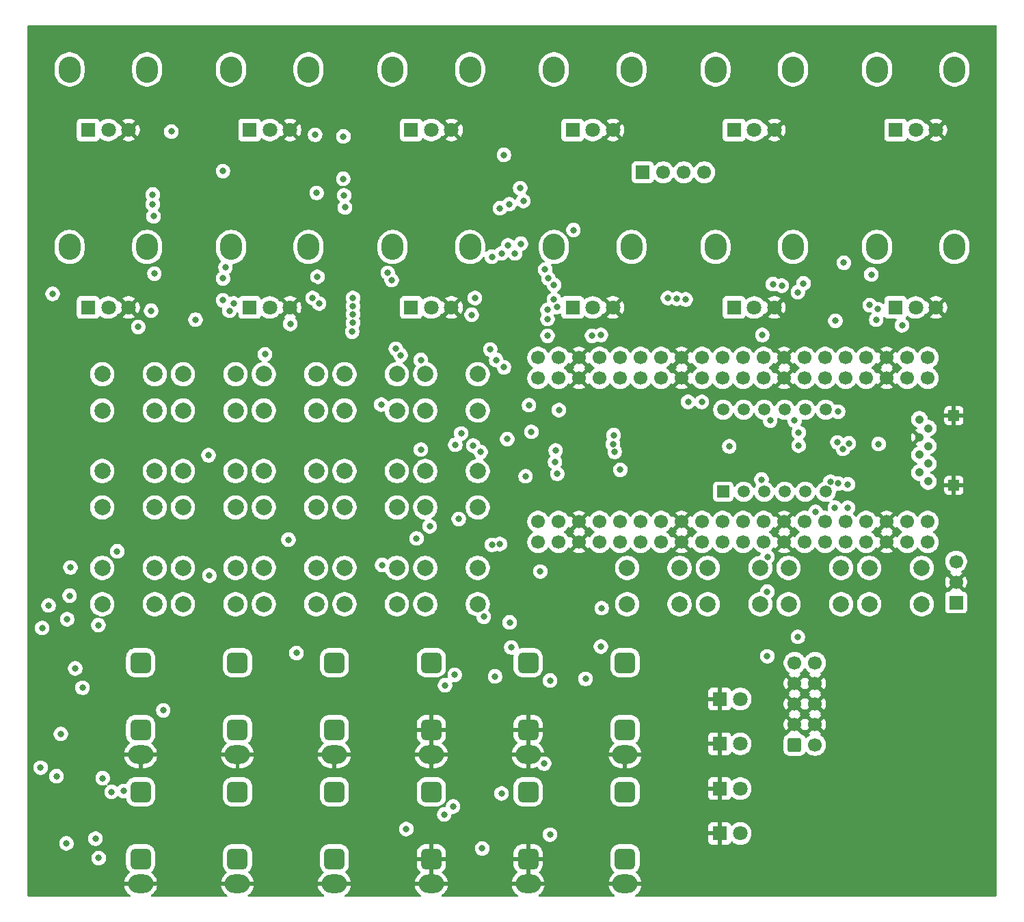
<source format=gbr>
%TF.GenerationSoftware,KiCad,Pcbnew,9.0.5*%
%TF.CreationDate,2026-01-23T09:59:20+00:00*%
%TF.ProjectId,dk2_07,646b325f-3037-42e6-9b69-6361645f7063,rev?*%
%TF.SameCoordinates,Original*%
%TF.FileFunction,Copper,L2,Inr*%
%TF.FilePolarity,Positive*%
%FSLAX46Y46*%
G04 Gerber Fmt 4.6, Leading zero omitted, Abs format (unit mm)*
G04 Created by KiCad (PCBNEW 9.0.5) date 2026-01-23 09:59:20*
%MOMM*%
%LPD*%
G01*
G04 APERTURE LIST*
G04 Aperture macros list*
%AMRoundRect*
0 Rectangle with rounded corners*
0 $1 Rounding radius*
0 $2 $3 $4 $5 $6 $7 $8 $9 X,Y pos of 4 corners*
0 Add a 4 corners polygon primitive as box body*
4,1,4,$2,$3,$4,$5,$6,$7,$8,$9,$2,$3,0*
0 Add four circle primitives for the rounded corners*
1,1,$1+$1,$2,$3*
1,1,$1+$1,$4,$5*
1,1,$1+$1,$6,$7*
1,1,$1+$1,$8,$9*
0 Add four rect primitives between the rounded corners*
20,1,$1+$1,$2,$3,$4,$5,0*
20,1,$1+$1,$4,$5,$6,$7,0*
20,1,$1+$1,$6,$7,$8,$9,0*
20,1,$1+$1,$8,$9,$2,$3,0*%
G04 Aperture macros list end*
%TA.AperFunction,ComponentPad*%
%ADD10C,2.000000*%
%TD*%
%TA.AperFunction,ComponentPad*%
%ADD11O,2.720000X3.240000*%
%TD*%
%TA.AperFunction,ComponentPad*%
%ADD12R,1.800000X1.800000*%
%TD*%
%TA.AperFunction,ComponentPad*%
%ADD13C,1.800000*%
%TD*%
%TA.AperFunction,ComponentPad*%
%ADD14O,3.100000X2.300000*%
%TD*%
%TA.AperFunction,ComponentPad*%
%ADD15RoundRect,0.650000X-0.650000X-0.650000X0.650000X-0.650000X0.650000X0.650000X-0.650000X0.650000X0*%
%TD*%
%TA.AperFunction,ComponentPad*%
%ADD16R,1.500000X1.500000*%
%TD*%
%TA.AperFunction,ComponentPad*%
%ADD17C,1.500000*%
%TD*%
%TA.AperFunction,ComponentPad*%
%ADD18C,1.050000*%
%TD*%
%TA.AperFunction,ComponentPad*%
%ADD19R,1.350000X1.350000*%
%TD*%
%TA.AperFunction,ComponentPad*%
%ADD20R,1.700000X1.700000*%
%TD*%
%TA.AperFunction,ComponentPad*%
%ADD21C,1.700000*%
%TD*%
%TA.AperFunction,ComponentPad*%
%ADD22RoundRect,0.250000X-0.600000X-0.600000X0.600000X-0.600000X0.600000X0.600000X-0.600000X0.600000X0*%
%TD*%
%TA.AperFunction,ViaPad*%
%ADD23C,0.800000*%
%TD*%
G04 APERTURE END LIST*
D10*
%TO.N,+3.3V*%
%TO.C,SW10*%
X119250000Y-95250000D03*
X125750000Y-95250000D03*
%TO.N,Net-(U5-D1)*%
X119250000Y-99750000D03*
X125750000Y-99750000D03*
%TD*%
%TO.N,+3.3V*%
%TO.C,SW8*%
X99250000Y-95250000D03*
X105750000Y-95250000D03*
%TO.N,Net-(U4-D7)*%
X99250000Y-99750000D03*
X105750000Y-99750000D03*
%TD*%
D11*
%TO.N,*%
%TO.C,RV3*%
X115200000Y-45500000D03*
X124800000Y-45500000D03*
D12*
%TO.N,+3.3V*%
X117500000Y-53000000D03*
D13*
%TO.N,Net-(U6-A2)*%
X120000000Y-53000000D03*
%TO.N,GND*%
X122500000Y-53000000D03*
%TD*%
D14*
%TO.N,GND*%
%TO.C,J1*%
X96000000Y-130400000D03*
D15*
%TO.N,TRIGGER_OUT_1_EURO*%
X96000000Y-119000000D03*
%TO.N,unconnected-(J1-PadTN)*%
X96000000Y-127300000D03*
%TD*%
D14*
%TO.N,GND*%
%TO.C,J12*%
X132000000Y-130400000D03*
D15*
%TO.N,Net-(J12-PadT)*%
X132000000Y-119000000D03*
%TO.N,GND*%
X132000000Y-127300000D03*
%TD*%
D11*
%TO.N,*%
%TO.C,RV8*%
X135200000Y-67500000D03*
X144800000Y-67500000D03*
D12*
%TO.N,+3.3V*%
X137500000Y-75000000D03*
D13*
%TO.N,Net-(U6-A7)*%
X140000000Y-75000000D03*
%TO.N,GND*%
X142500000Y-75000000D03*
%TD*%
D14*
%TO.N,GND*%
%TO.C,J11*%
X120000000Y-130400000D03*
D15*
%TO.N,Net-(J11-PadT)*%
X120000000Y-119000000D03*
%TO.N,GND*%
X120000000Y-127300000D03*
%TD*%
D10*
%TO.N,+3.3V*%
%TO.C,SW19*%
X174250000Y-107250000D03*
X180750000Y-107250000D03*
%TO.N,Net-(U10-D2)*%
X174250000Y-111750000D03*
X180750000Y-111750000D03*
%TD*%
D14*
%TO.N,GND*%
%TO.C,J9*%
X144000000Y-146400000D03*
D15*
%TO.N,EURO_OUT_2*%
X144000000Y-135000000D03*
%TO.N,unconnected-(J9-PadTN)*%
X144000000Y-143300000D03*
%TD*%
D11*
%TO.N,*%
%TO.C,RV4*%
X135200000Y-45500000D03*
X144800000Y-45500000D03*
D12*
%TO.N,+3.3V*%
X137500000Y-53000000D03*
D13*
%TO.N,Net-(U6-A3)*%
X140000000Y-53000000D03*
%TO.N,GND*%
X142500000Y-53000000D03*
%TD*%
D10*
%TO.N,+3.3V*%
%TO.C,SW3*%
X99250000Y-83250000D03*
X105750000Y-83250000D03*
%TO.N,Net-(U4-D2)*%
X99250000Y-87750000D03*
X105750000Y-87750000D03*
%TD*%
D11*
%TO.N,*%
%TO.C,RV1*%
X75200000Y-45500000D03*
X84800000Y-45500000D03*
D12*
%TO.N,+3.3V*%
X77500000Y-53000000D03*
D13*
%TO.N,Net-(U6-A0)*%
X80000000Y-53000000D03*
%TO.N,GND*%
X82500000Y-53000000D03*
%TD*%
D11*
%TO.N,*%
%TO.C,RV10*%
X175200000Y-45500000D03*
X184800000Y-45500000D03*
D12*
%TO.N,+3.3V*%
X177500000Y-53000000D03*
D13*
%TO.N,Net-(U9-A1)*%
X180000000Y-53000000D03*
%TO.N,GND*%
X182500000Y-53000000D03*
%TD*%
D14*
%TO.N,GND*%
%TO.C,J3*%
X84000000Y-130400000D03*
D15*
%TO.N,SYNC_IN_EURO*%
X84000000Y-119000000D03*
%TO.N,unconnected-(J3-PadTN)*%
X84000000Y-127300000D03*
%TD*%
D10*
%TO.N,+3.3V*%
%TO.C,SW9*%
X109250000Y-95250000D03*
X115750000Y-95250000D03*
%TO.N,Net-(U5-D0)*%
X109250000Y-99750000D03*
X115750000Y-99750000D03*
%TD*%
D14*
%TO.N,GND*%
%TO.C,J13*%
X120000000Y-146400000D03*
D15*
%TO.N,Net-(J13-PadT)*%
X120000000Y-135000000D03*
%TO.N,GND*%
X120000000Y-143300000D03*
%TD*%
D14*
%TO.N,GND*%
%TO.C,J14*%
X132000000Y-146400000D03*
D15*
%TO.N,Net-(J14-PadT)*%
X132000000Y-135000000D03*
%TO.N,GND*%
X132000000Y-143300000D03*
%TD*%
D10*
%TO.N,+3.3V*%
%TO.C,SW6*%
X79250000Y-95250000D03*
X85750000Y-95250000D03*
%TO.N,Net-(U4-D5)*%
X79250000Y-99750000D03*
X85750000Y-99750000D03*
%TD*%
D11*
%TO.N,*%
%TO.C,RV7*%
X115200000Y-67500000D03*
X124800000Y-67500000D03*
D12*
%TO.N,+3.3V*%
X117500000Y-75000000D03*
D13*
%TO.N,Net-(U6-A6)*%
X120000000Y-75000000D03*
%TO.N,GND*%
X122500000Y-75000000D03*
%TD*%
D10*
%TO.N,+3.3V*%
%TO.C,SW17*%
X154250000Y-107250000D03*
X160750000Y-107250000D03*
%TO.N,Net-(U10-D0)*%
X154250000Y-111750000D03*
X160750000Y-111750000D03*
%TD*%
%TO.N,+3.3V*%
%TO.C,SW1*%
X79250000Y-83250000D03*
X85750000Y-83250000D03*
%TO.N,Net-(U4-D0)*%
X79250000Y-87750000D03*
X85750000Y-87750000D03*
%TD*%
D16*
%TO.N,Net-(U3-e)*%
%TO.C,U3*%
X156150000Y-97810000D03*
D17*
%TO.N,Net-(U3-d)*%
X158690000Y-97810000D03*
%TO.N,Net-(U3-DPX)*%
X161230000Y-97810000D03*
%TO.N,Net-(U3-c)*%
X163770000Y-97810000D03*
%TO.N,Net-(U3-g)*%
X166310000Y-97810000D03*
%TO.N,Net-(U2-QD)*%
X168850000Y-97810000D03*
%TO.N,Net-(U3-b)*%
X168850000Y-87650000D03*
%TO.N,Net-(U2-QC)*%
X166310000Y-87650000D03*
%TO.N,Net-(U2-QB)*%
X163770000Y-87650000D03*
%TO.N,Net-(U3-f)*%
X161230000Y-87650000D03*
%TO.N,Net-(U3-a)*%
X158690000Y-87650000D03*
%TO.N,Net-(U2-QA)*%
X156150000Y-87650000D03*
%TD*%
D18*
%TO.N,unconnected-(J5-DAT2-Pad1)*%
%TO.C,J5*%
X181550000Y-96550000D03*
%TO.N,SD_CHIP_SELECT*%
X180450000Y-95450000D03*
%TO.N,SD_SERIAL_IN*%
X181550000Y-94350000D03*
%TO.N,+3.3V*%
X180450000Y-93250000D03*
%TO.N,SD_CLOCK*%
X181550000Y-92150000D03*
%TO.N,GND*%
X180450000Y-91050000D03*
%TO.N,SD_SERIAL_OUT*%
X181550000Y-89950000D03*
%TO.N,unconnected-(J5-DAT1-Pad8)*%
X180450000Y-88850000D03*
D19*
%TO.N,GND*%
X184720000Y-97000000D03*
X184720000Y-88400000D03*
%TD*%
D12*
%TO.N,GND*%
%TO.C,D3*%
X155725000Y-134600000D03*
D13*
%TO.N,Net-(D3-A)*%
X158265000Y-134600000D03*
%TD*%
D11*
%TO.N,*%
%TO.C,RV11*%
X155200000Y-67500000D03*
X164800000Y-67500000D03*
D12*
%TO.N,+3.3V*%
X157500000Y-75000000D03*
D13*
%TO.N,Net-(U9-A2)*%
X160000000Y-75000000D03*
%TO.N,GND*%
X162500000Y-75000000D03*
%TD*%
D11*
%TO.N,*%
%TO.C,RV9*%
X155200000Y-45500000D03*
X164800000Y-45500000D03*
D12*
%TO.N,+3.3V*%
X157500000Y-53000000D03*
D13*
%TO.N,Net-(U9-A0)*%
X160000000Y-53000000D03*
%TO.N,GND*%
X162500000Y-53000000D03*
%TD*%
D14*
%TO.N,GND*%
%TO.C,J6*%
X96000000Y-146400000D03*
D15*
%TO.N,TRIGGER_OUT_3_EURO*%
X96000000Y-135000000D03*
%TO.N,unconnected-(J6-PadTN)*%
X96000000Y-143300000D03*
%TD*%
D10*
%TO.N,+3.3V*%
%TO.C,SW15*%
X119250000Y-107250000D03*
X125750000Y-107250000D03*
%TO.N,Net-(U5-D6)*%
X119250000Y-111750000D03*
X125750000Y-111750000D03*
%TD*%
%TO.N,+3.3V*%
%TO.C,SW13*%
X99250000Y-107250000D03*
X105750000Y-107250000D03*
%TO.N,Net-(U5-D4)*%
X99250000Y-111750000D03*
X105750000Y-111750000D03*
%TD*%
%TO.N,+3.3V*%
%TO.C,SW18*%
X164250000Y-107250000D03*
X170750000Y-107250000D03*
%TO.N,Net-(U10-D1)*%
X164250000Y-111750000D03*
X170750000Y-111750000D03*
%TD*%
%TO.N,+3.3V*%
%TO.C,SW11*%
X79250000Y-107250000D03*
X85750000Y-107250000D03*
%TO.N,Net-(U5-D2)*%
X79250000Y-111750000D03*
X85750000Y-111750000D03*
%TD*%
%TO.N,+3.3V*%
%TO.C,SW2*%
X89250000Y-83250000D03*
X95750000Y-83250000D03*
%TO.N,Net-(U4-D1)*%
X89250000Y-87750000D03*
X95750000Y-87750000D03*
%TD*%
%TO.N,+3.3V*%
%TO.C,SW7*%
X89250000Y-95250000D03*
X95750000Y-95250000D03*
%TO.N,Net-(U4-D6)*%
X89250000Y-99750000D03*
X95750000Y-99750000D03*
%TD*%
D12*
%TO.N,GND*%
%TO.C,D2*%
X155725000Y-129050000D03*
D13*
%TO.N,Net-(D2-A)*%
X158265000Y-129050000D03*
%TD*%
D12*
%TO.N,GND*%
%TO.C,D1*%
X155725000Y-123500000D03*
D13*
%TO.N,Net-(D1-A)*%
X158265000Y-123500000D03*
%TD*%
D14*
%TO.N,GND*%
%TO.C,J4*%
X144000000Y-130400000D03*
D15*
%TO.N,EURO_OUT_1*%
X144000000Y-119000000D03*
%TO.N,unconnected-(J4-PadTN)*%
X144000000Y-127300000D03*
%TD*%
D10*
%TO.N,+3.3V*%
%TO.C,SW12*%
X89250000Y-107250000D03*
X95750000Y-107250000D03*
%TO.N,Net-(U5-D3)*%
X89250000Y-111750000D03*
X95750000Y-111750000D03*
%TD*%
D12*
%TO.N,GND*%
%TO.C,D4*%
X155725000Y-140150000D03*
D13*
%TO.N,Net-(D4-A)*%
X158265000Y-140150000D03*
%TD*%
D10*
%TO.N,+3.3V*%
%TO.C,SW4*%
X109250000Y-83250000D03*
X115750000Y-83250000D03*
%TO.N,Net-(U4-D3)*%
X109250000Y-87750000D03*
X115750000Y-87750000D03*
%TD*%
D11*
%TO.N,*%
%TO.C,RV12*%
X175200000Y-67500000D03*
X184800000Y-67500000D03*
D12*
%TO.N,+3.3V*%
X177500000Y-75000000D03*
D13*
%TO.N,Net-(U9-A3)*%
X180000000Y-75000000D03*
%TO.N,GND*%
X182500000Y-75000000D03*
%TD*%
D14*
%TO.N,GND*%
%TO.C,J7*%
X108000000Y-146400000D03*
D15*
%TO.N,TRIGGER_OUT_4_EURO*%
X108000000Y-135000000D03*
%TO.N,unconnected-(J7-PadTN)*%
X108000000Y-143300000D03*
%TD*%
D11*
%TO.N,*%
%TO.C,RV6*%
X95200000Y-67500000D03*
X104800000Y-67500000D03*
D12*
%TO.N,+3.3V*%
X97500000Y-75000000D03*
D13*
%TO.N,Net-(U6-A5)*%
X100000000Y-75000000D03*
%TO.N,GND*%
X102500000Y-75000000D03*
%TD*%
D14*
%TO.N,GND*%
%TO.C,J2*%
X108000000Y-130400000D03*
D15*
%TO.N,TRIGGER_OUT_2_EURO*%
X108000000Y-119000000D03*
%TO.N,unconnected-(J2-PadTN)*%
X108000000Y-127300000D03*
%TD*%
D11*
%TO.N,*%
%TO.C,RV5*%
X75200000Y-67500000D03*
X84800000Y-67500000D03*
D12*
%TO.N,+3.3V*%
X77500000Y-75000000D03*
D13*
%TO.N,Net-(U6-A4)*%
X80000000Y-75000000D03*
%TO.N,GND*%
X82500000Y-75000000D03*
%TD*%
D10*
%TO.N,+3.3V*%
%TO.C,SW5*%
X119250000Y-83250000D03*
X125750000Y-83250000D03*
%TO.N,Net-(U4-D4)*%
X119250000Y-87750000D03*
X125750000Y-87750000D03*
%TD*%
D11*
%TO.N,*%
%TO.C,RV2*%
X95200000Y-45500000D03*
X104800000Y-45500000D03*
D12*
%TO.N,+3.3V*%
X97500000Y-53000000D03*
D13*
%TO.N,Net-(U6-A1)*%
X100000000Y-53000000D03*
%TO.N,GND*%
X102500000Y-53000000D03*
%TD*%
D10*
%TO.N,+3.3V*%
%TO.C,SW16*%
X144250000Y-107250000D03*
X150750000Y-107250000D03*
%TO.N,Net-(U5-D7)*%
X144250000Y-111750000D03*
X150750000Y-111750000D03*
%TD*%
D14*
%TO.N,GND*%
%TO.C,J8*%
X84000000Y-146400000D03*
D15*
%TO.N,SYNC_OUT_EURO*%
X84000000Y-135000000D03*
%TO.N,unconnected-(J8-PadTN)*%
X84000000Y-143300000D03*
%TD*%
D10*
%TO.N,+3.3V*%
%TO.C,SW14*%
X109250000Y-107250000D03*
X115750000Y-107250000D03*
%TO.N,Net-(U5-D5)*%
X109250000Y-111750000D03*
X115750000Y-111750000D03*
%TD*%
D20*
%TO.N,SERIAL_TX*%
%TO.C,J10*%
X185000000Y-111540000D03*
D21*
%TO.N,GND*%
X185000000Y-109000000D03*
%TO.N,SERIAL_RX*%
X185000000Y-106460000D03*
%TD*%
D22*
%TO.N,-12V*%
%TO.C,J16*%
X165000000Y-129180000D03*
D21*
X167540000Y-129180000D03*
%TO.N,GND*%
X165000000Y-126640000D03*
X167540000Y-126640000D03*
X165000000Y-124100000D03*
X167540000Y-124100000D03*
X165000000Y-121560000D03*
X167540000Y-121560000D03*
%TO.N,+12V*%
X165000000Y-119020000D03*
X167540000Y-119020000D03*
%TD*%
D20*
%TO.N,Net-(J15-Pin_1)*%
%TO.C,J15*%
X146190000Y-58250000D03*
D21*
%TO.N,Net-(J15-Pin_2)*%
X148730000Y-58250000D03*
%TO.N,Net-(J15-Pin_3)*%
X151270000Y-58250000D03*
%TO.N,Net-(J15-Pin_4)*%
X153810000Y-58250000D03*
%TD*%
%TO.N,SERIAL_TX*%
%TO.C,A1*%
X181490000Y-104070000D03*
X181490000Y-101530000D03*
%TO.N,SERIAL_RX*%
X178950000Y-104070000D03*
X178950000Y-101530000D03*
%TO.N,GND*%
X176410000Y-104070000D03*
X176410000Y-101530000D03*
%TO.N,SD_CLOCK*%
X173870000Y-104070000D03*
X173870000Y-101530000D03*
%TO.N,SD_SERIAL_IN*%
X171330000Y-104070000D03*
X171330000Y-101530000D03*
%TO.N,SD_SERIAL_OUT*%
X168790000Y-104070000D03*
X168790000Y-101530000D03*
%TO.N,SD_CHIP_SELECT*%
X166250000Y-104070000D03*
X166250000Y-101530000D03*
%TO.N,GND*%
X163710000Y-104070000D03*
X163710000Y-101530000D03*
%TO.N,595_DATA*%
X161170000Y-104070000D03*
X161170000Y-101530000D03*
%TO.N,595_CLOCK*%
X158630000Y-104070000D03*
X158630000Y-101530000D03*
%TO.N,595_LATCH*%
X156090000Y-104070000D03*
X156090000Y-101530000D03*
%TO.N,DAC_DOUT*%
X153550000Y-104070000D03*
X153550000Y-101530000D03*
%TO.N,GND*%
X151010000Y-104070000D03*
X151010000Y-101530000D03*
%TO.N,DAC_BCLK*%
X148470000Y-104070000D03*
X148470000Y-101530000D03*
%TO.N,DAC_LRC*%
X145930000Y-104070000D03*
X145930000Y-101530000D03*
%TO.N,165_LOAD*%
X143390000Y-104070000D03*
X143390000Y-101530000D03*
%TO.N,165_CLOCK*%
X140850000Y-104070000D03*
X140850000Y-101530000D03*
%TO.N,GND*%
X138310000Y-104070000D03*
X138310000Y-101530000D03*
%TO.N,165_DATA*%
X135770000Y-104070000D03*
X135770000Y-101530000D03*
%TO.N,TRIGGER_OUT_1*%
X133230000Y-104070000D03*
X133230000Y-101530000D03*
%TO.N,SYNC_IN*%
X133230000Y-83750000D03*
X133230000Y-81210000D03*
%TO.N,SYNC_OUT*%
X135770000Y-83750000D03*
X135770000Y-81210000D03*
%TO.N,GND*%
X138310000Y-83750000D03*
X138310000Y-81210000D03*
%TO.N,TRIGGER_OUT_4*%
X140850000Y-83750000D03*
X140850000Y-81210000D03*
%TO.N,4051_ADDRESS_A*%
X143390000Y-83750000D03*
X143390000Y-81210000D03*
%TO.N,4051_ADDRESS_B*%
X145930000Y-83750000D03*
X145930000Y-81210000D03*
%TO.N,4051_ADDRESS_C*%
X148470000Y-83750000D03*
X148470000Y-81210000D03*
%TO.N,GND*%
X151010000Y-83750000D03*
X151010000Y-81210000D03*
%TO.N,TRIGGER_OUT_3*%
X153550000Y-83750000D03*
X153550000Y-81210000D03*
%TO.N,unconnected-(A1-RUN-Pad30)_1*%
X156090000Y-83750000D03*
%TO.N,unconnected-(A1-RUN-Pad30)*%
X156090000Y-81210000D03*
%TO.N,4051_READING_0*%
X158630000Y-83750000D03*
X158630000Y-81210000D03*
%TO.N,4051_READING_1*%
X161170000Y-83750000D03*
X161170000Y-81210000D03*
%TO.N,GND*%
X163710000Y-83750000D03*
X163710000Y-81210000D03*
%TO.N,TRIGGER_OUT_2*%
X166250000Y-83750000D03*
X166250000Y-81210000D03*
%TO.N,unconnected-(A1-ADC_VREF-Pad35)_1*%
X168790000Y-83750000D03*
%TO.N,unconnected-(A1-ADC_VREF-Pad35)*%
X168790000Y-81210000D03*
%TO.N,+3.3V*%
X171330000Y-83750000D03*
X171330000Y-81210000D03*
%TO.N,unconnected-(A1-3V3_EN-Pad37)_1*%
X173870000Y-83750000D03*
%TO.N,unconnected-(A1-3V3_EN-Pad37)*%
X173870000Y-81210000D03*
%TO.N,GND*%
X176410000Y-83750000D03*
X176410000Y-81210000D03*
%TO.N,+5V*%
X178950000Y-83750000D03*
X178950000Y-81210000D03*
%TO.N,unconnected-(A1-VBUS-Pad40)*%
X181490000Y-83750000D03*
%TO.N,unconnected-(A1-VBUS-Pad40)_1*%
X181490000Y-81210000D03*
%TD*%
D23*
%TO.N,CV_IN_3*%
X131100000Y-67100000D03*
X131400000Y-61800000D03*
X128700000Y-135200000D03*
X126100000Y-92900000D03*
%TO.N,GND*%
X90500000Y-85300000D03*
X110400000Y-97500000D03*
X179500000Y-139900000D03*
X142540619Y-110359594D03*
X119875000Y-97600000D03*
X181800000Y-117700000D03*
X136100000Y-109500000D03*
X125600000Y-69900000D03*
X181800000Y-129500000D03*
X181900000Y-135600000D03*
X145600000Y-92900000D03*
X114300000Y-79900000D03*
X120500000Y-85300000D03*
X86025000Y-78500000D03*
X119700000Y-109500000D03*
X184300000Y-138900000D03*
X184300000Y-142400000D03*
X90500000Y-97400000D03*
X80600000Y-85300000D03*
X90200000Y-109400000D03*
X155500000Y-109700000D03*
X149800000Y-95500000D03*
X84700000Y-122000000D03*
X100200000Y-109300000D03*
X80200000Y-109600000D03*
X172000000Y-88000000D03*
X175600000Y-109500000D03*
X139300000Y-96000000D03*
X169600000Y-73700000D03*
X176300000Y-143200000D03*
X77900000Y-125900000D03*
X145500000Y-109400000D03*
X166100000Y-94100000D03*
X170700000Y-139000000D03*
X109800000Y-109500000D03*
X114100000Y-61600000D03*
X100500000Y-97300000D03*
X100100000Y-85400000D03*
X134300000Y-98500000D03*
X105400000Y-72300000D03*
X166796991Y-108398002D03*
X90900000Y-64700000D03*
X80500000Y-97600000D03*
X129400000Y-99700000D03*
X110300000Y-85500000D03*
X77100000Y-117000000D03*
X148300000Y-90400000D03*
X79400000Y-139300000D03*
%TO.N,CV_IN_4*%
X129649000Y-62200000D03*
X121600000Y-137800000D03*
X129500000Y-67300000D03*
X122975000Y-92000000D03*
%TO.N,+12V*%
X80400000Y-135000000D03*
X76800000Y-122100000D03*
X78800000Y-143200000D03*
X161600000Y-118200000D03*
%TO.N,595_DATA*%
X166100000Y-72000000D03*
%TO.N,595_CLOCK*%
X170400000Y-87900000D03*
X170050000Y-76650000D03*
X170300000Y-91700000D03*
%TO.N,595_LATCH*%
X171700000Y-91824000D03*
%TO.N,165_LOAD*%
X94500000Y-70000000D03*
X114600000Y-70700000D03*
X141000000Y-78400000D03*
X134100000Y-70300000D03*
%TO.N,165_CLOCK*%
X139900000Y-78500000D03*
X134500000Y-71400000D03*
X94200000Y-71400000D03*
X115100000Y-71600000D03*
%TO.N,165_DATA*%
X129000000Y-82400000D03*
%TO.N,+5V*%
X123400000Y-101200000D03*
X165400000Y-115800000D03*
%TO.N,4051_ADDRESS_A*%
X85500000Y-61000000D03*
X105800000Y-60800000D03*
%TO.N,4051_ADDRESS_B*%
X85500000Y-62200000D03*
X109200000Y-61100000D03*
%TO.N,4051_ADDRESS_C*%
X85600000Y-63700000D03*
X109300000Y-62600000D03*
%TO.N,4051_READING_0*%
X116200000Y-80900000D03*
%TO.N,4051_READING_1*%
X161000000Y-78400000D03*
X125000000Y-75900000D03*
%TO.N,+3.3VDAC*%
X143400000Y-95100000D03*
X142587347Y-90812653D03*
%TO.N,Net-(U2-QF)*%
X171600000Y-96900000D03*
X170000000Y-99800000D03*
%TO.N,Net-(U2-QG)*%
X167600000Y-100300000D03*
X170400000Y-96800000D03*
%TO.N,Net-(U2-QH)*%
X169422826Y-96587553D03*
X171600000Y-99800000D03*
%TO.N,Net-(U2-QA)*%
X175400000Y-91900000D03*
X156900000Y-92200000D03*
%TO.N,LINE_OUT_L*%
X129700000Y-114000000D03*
X131675000Y-95900000D03*
%TO.N,LINE_OUT_R*%
X135600000Y-95600000D03*
X141103436Y-112243249D03*
%TO.N,-12V*%
X75900000Y-119700000D03*
X116900000Y-139600000D03*
X126300000Y-142000000D03*
X133975000Y-131500000D03*
X78400000Y-140800000D03*
X71600000Y-132000000D03*
X133500000Y-107700000D03*
%TO.N,CV_IN_1*%
X127900000Y-120700000D03*
X125200000Y-92100000D03*
X131000000Y-60200000D03*
X130375000Y-68300000D03*
%TO.N,CV_IN_2*%
X128500000Y-62700000D03*
X123700000Y-90600000D03*
X128700000Y-68300000D03*
X121700000Y-121800000D03*
%TO.N,DAC_BCLK*%
X151800000Y-86700000D03*
%TO.N,TRIGGER_OUT_1*%
X118175999Y-103601304D03*
X74900000Y-113613347D03*
X119800000Y-102100000D03*
X75200000Y-110700000D03*
%TO.N,DAC_DOUT*%
X153500000Y-86700000D03*
%TO.N,TRIGGER_OUT_2*%
X165400000Y-73100000D03*
X73100000Y-73300000D03*
%TO.N,TRIGGER_OUT_3*%
X139100000Y-121000000D03*
X81100000Y-105200000D03*
X74117920Y-127817493D03*
%TO.N,TRIGGER_OUT_4*%
X81900000Y-134900000D03*
X92500000Y-108200000D03*
X129400000Y-91300000D03*
X126500000Y-113300000D03*
%TO.N,SYNC_OUT*%
X74804114Y-141375001D03*
X134700000Y-140300000D03*
X135800000Y-87700000D03*
X134700000Y-121200000D03*
X132400000Y-90400000D03*
%TO.N,+3.3V*%
X170980667Y-92518670D03*
X122700000Y-136800000D03*
X105900000Y-71200000D03*
X127500000Y-68700000D03*
X87800000Y-53200000D03*
X105600000Y-53600000D03*
X86800000Y-124900000D03*
X122900000Y-120500000D03*
X85700000Y-70800000D03*
%TO.N,SYNC_IN*%
X132100000Y-87100000D03*
X129900000Y-117100000D03*
%TO.N,Net-(U5-D0)*%
X110200000Y-78000000D03*
%TO.N,Net-(J15-Pin_1)*%
X135200000Y-72200000D03*
%TO.N,Net-(U5-D1)*%
X118700000Y-92600000D03*
X110300000Y-76900000D03*
%TO.N,Net-(U5-D2)*%
X106100000Y-74500000D03*
%TO.N,Net-(U5-D3)*%
X105300000Y-73825000D03*
%TO.N,Net-(U5-D4)*%
X110300000Y-73825000D03*
%TO.N,Net-(U5-D5)*%
X110300000Y-74825003D03*
%TO.N,Net-(U5-D6)*%
X110300000Y-75825006D03*
X113900000Y-106900000D03*
%TO.N,/Shift register in 1/DATA_OUT*%
X99400000Y-80800000D03*
X102537347Y-77037347D03*
%TO.N,Net-(J15-Pin_3)*%
X134400000Y-75300000D03*
X150400000Y-73900000D03*
%TO.N,Net-(J15-Pin_2)*%
X135200000Y-74000000D03*
X149300000Y-73825000D03*
%TO.N,/Shift register in 2/DATA_OUT*%
X118700000Y-81500000D03*
X115600000Y-80100000D03*
%TO.N,Net-(J15-Pin_4)*%
X151500000Y-74000000D03*
X134400000Y-76424000D03*
%TO.N,Net-(U1-QG)*%
X175100000Y-76500000D03*
X165500000Y-90500000D03*
%TO.N,12V DETECTION*%
X141000000Y-117000000D03*
X134400000Y-78500000D03*
X125400000Y-73825000D03*
X135549001Y-74937125D03*
%TO.N,Net-(U1-QH)*%
X163400000Y-72300000D03*
X178300000Y-77200000D03*
%TO.N,Net-(U1-QB)*%
X165000000Y-89000000D03*
X175300000Y-75200000D03*
%TO.N,Net-(U1-QC)*%
X174500000Y-70900000D03*
X165500000Y-92100000D03*
%TO.N,Net-(U1-QD)*%
X160900000Y-96300000D03*
X171100000Y-69449000D03*
%TO.N,Net-(U1-QF)*%
X174300000Y-74700000D03*
X161969000Y-89000000D03*
%TO.N,Net-(U4-D0)*%
X83700000Y-77400000D03*
%TO.N,Net-(U4-D1)*%
X85300000Y-75400000D03*
%TO.N,Net-(U4-D2)*%
X95500000Y-74500000D03*
%TO.N,Net-(U4-D4)*%
X113800000Y-87025000D03*
%TO.N,Net-(U4-D5)*%
X94200000Y-74100000D03*
%TO.N,Net-(U4-D6)*%
X95000000Y-75400000D03*
%TO.N,Net-(U4-D7)*%
X90800000Y-76506000D03*
X92400000Y-93300000D03*
%TO.N,Net-(U10-D1)*%
X127500000Y-104400000D03*
X127300000Y-80200000D03*
X161600000Y-110200000D03*
%TO.N,Net-(R66-Pad1)*%
X103300000Y-117800000D03*
X75300000Y-107200000D03*
X102300000Y-103750000D03*
X72600000Y-111900000D03*
%TO.N,Net-(R67-Pad1)*%
X71800000Y-114700000D03*
X78761653Y-114338347D03*
%TO.N,Net-(R72-Pad1)*%
X79300000Y-133300000D03*
X73569258Y-133050000D03*
%TO.N,Net-(U10-D2)*%
X128025000Y-81500000D03*
X128500000Y-104300000D03*
X161621000Y-105900000D03*
%TO.N,Net-(U14-OUTL)*%
X142716931Y-92876189D03*
X135316566Y-94118741D03*
%TO.N,Net-(U14-OUTR)*%
X142500000Y-91900000D03*
X135400000Y-92700000D03*
%TO.N,Net-(U6-A7)*%
X94200000Y-58100000D03*
X137600000Y-65400000D03*
%TO.N,Net-(U9-A2)*%
X162300000Y-72100000D03*
X109113481Y-53798225D03*
%TO.N,Net-(U9-A3)*%
X129000000Y-56100000D03*
X109100000Y-59061000D03*
%TD*%
%TA.AperFunction,Conductor*%
%TO.N,GND*%
G36*
X132250000Y-130100000D02*
G01*
X131750000Y-130100000D01*
X131750000Y-127600000D01*
X132250000Y-127600000D01*
X132250000Y-130100000D01*
G37*
%TD.AperFunction*%
%TA.AperFunction,Conductor*%
G36*
X120250000Y-130100000D02*
G01*
X119750000Y-130100000D01*
X119750000Y-127600000D01*
X120250000Y-127600000D01*
X120250000Y-130100000D01*
G37*
%TD.AperFunction*%
%TA.AperFunction,Conductor*%
G36*
X167074075Y-126832993D02*
G01*
X167139901Y-126947007D01*
X167232993Y-127040099D01*
X167347007Y-127105925D01*
X167410590Y-127122962D01*
X166778282Y-127755269D01*
X166778282Y-127755270D01*
X166832452Y-127794626D01*
X166832451Y-127794626D01*
X166841495Y-127799234D01*
X166892292Y-127847208D01*
X166909087Y-127915029D01*
X166886550Y-127981164D01*
X166841499Y-128020202D01*
X166832182Y-128024949D01*
X166660213Y-128149890D01*
X166509894Y-128300209D01*
X166509885Y-128300219D01*
X166506330Y-128305113D01*
X166450997Y-128347775D01*
X166381383Y-128353748D01*
X166319591Y-128321137D01*
X166288312Y-128271223D01*
X166284815Y-128260670D01*
X166284814Y-128260666D01*
X166192712Y-128111344D01*
X166068656Y-127987288D01*
X165919334Y-127895186D01*
X165847228Y-127871292D01*
X165789784Y-127831520D01*
X165762961Y-127767004D01*
X165762801Y-127756354D01*
X165129408Y-127122962D01*
X165192993Y-127105925D01*
X165307007Y-127040099D01*
X165400099Y-126947007D01*
X165465925Y-126832993D01*
X165482962Y-126769408D01*
X166115270Y-127401717D01*
X166115270Y-127401716D01*
X166154622Y-127347554D01*
X166159514Y-127337954D01*
X166207488Y-127287157D01*
X166275308Y-127270361D01*
X166341444Y-127292897D01*
X166380486Y-127337954D01*
X166385375Y-127347550D01*
X166424728Y-127401716D01*
X167057037Y-126769408D01*
X167074075Y-126832993D01*
G37*
%TD.AperFunction*%
%TA.AperFunction,Conductor*%
G36*
X167074075Y-124292993D02*
G01*
X167139901Y-124407007D01*
X167232993Y-124500099D01*
X167347007Y-124565925D01*
X167410590Y-124582962D01*
X166778282Y-125215269D01*
X166778282Y-125215270D01*
X166832452Y-125254626D01*
X166842048Y-125259516D01*
X166892844Y-125307491D01*
X166909638Y-125375312D01*
X166887100Y-125441447D01*
X166842051Y-125480483D01*
X166832440Y-125485380D01*
X166778282Y-125524727D01*
X166778282Y-125524728D01*
X167410591Y-126157037D01*
X167347007Y-126174075D01*
X167232993Y-126239901D01*
X167139901Y-126332993D01*
X167074075Y-126447007D01*
X167057037Y-126510591D01*
X166424728Y-125878282D01*
X166424727Y-125878282D01*
X166385380Y-125932440D01*
X166380483Y-125942051D01*
X166332506Y-125992845D01*
X166264684Y-126009638D01*
X166198550Y-125987098D01*
X166159516Y-125942048D01*
X166154626Y-125932452D01*
X166115270Y-125878282D01*
X166115269Y-125878282D01*
X165482962Y-126510590D01*
X165465925Y-126447007D01*
X165400099Y-126332993D01*
X165307007Y-126239901D01*
X165192993Y-126174075D01*
X165129409Y-126157037D01*
X165761716Y-125524728D01*
X165707550Y-125485375D01*
X165697954Y-125480486D01*
X165647157Y-125432512D01*
X165630361Y-125364692D01*
X165651288Y-125300895D01*
X165730027Y-125183581D01*
X165129408Y-124582962D01*
X165192993Y-124565925D01*
X165307007Y-124500099D01*
X165400099Y-124407007D01*
X165465925Y-124292993D01*
X165482962Y-124229408D01*
X166115270Y-124861717D01*
X166115270Y-124861716D01*
X166154622Y-124807554D01*
X166159514Y-124797954D01*
X166207488Y-124747157D01*
X166275308Y-124730361D01*
X166341444Y-124752897D01*
X166380486Y-124797954D01*
X166385375Y-124807550D01*
X166424728Y-124861716D01*
X167057037Y-124229408D01*
X167074075Y-124292993D01*
G37*
%TD.AperFunction*%
%TA.AperFunction,Conductor*%
G36*
X167074075Y-121752993D02*
G01*
X167139901Y-121867007D01*
X167232993Y-121960099D01*
X167347007Y-122025925D01*
X167410590Y-122042962D01*
X166778282Y-122675269D01*
X166778282Y-122675270D01*
X166832452Y-122714626D01*
X166842048Y-122719516D01*
X166892844Y-122767491D01*
X166909638Y-122835312D01*
X166887100Y-122901447D01*
X166842051Y-122940483D01*
X166832440Y-122945380D01*
X166778282Y-122984727D01*
X166778282Y-122984728D01*
X167410591Y-123617037D01*
X167347007Y-123634075D01*
X167232993Y-123699901D01*
X167139901Y-123792993D01*
X167074075Y-123907007D01*
X167057037Y-123970591D01*
X166424728Y-123338282D01*
X166424727Y-123338282D01*
X166385380Y-123392440D01*
X166380483Y-123402051D01*
X166332506Y-123452845D01*
X166264684Y-123469638D01*
X166198550Y-123447098D01*
X166159516Y-123402048D01*
X166154626Y-123392452D01*
X166115270Y-123338282D01*
X166115269Y-123338282D01*
X165482962Y-123970590D01*
X165465925Y-123907007D01*
X165400099Y-123792993D01*
X165307007Y-123699901D01*
X165192993Y-123634075D01*
X165129409Y-123617037D01*
X165761716Y-122984728D01*
X165707550Y-122945375D01*
X165697954Y-122940486D01*
X165647157Y-122892512D01*
X165630361Y-122824692D01*
X165651288Y-122760895D01*
X165730027Y-122643581D01*
X165129408Y-122042962D01*
X165192993Y-122025925D01*
X165307007Y-121960099D01*
X165400099Y-121867007D01*
X165465925Y-121752993D01*
X165482962Y-121689408D01*
X166115270Y-122321717D01*
X166115270Y-122321716D01*
X166154622Y-122267554D01*
X166159514Y-122257954D01*
X166207488Y-122207157D01*
X166275308Y-122190361D01*
X166341444Y-122212897D01*
X166380486Y-122257954D01*
X166385375Y-122267550D01*
X166424728Y-122321716D01*
X167057037Y-121689408D01*
X167074075Y-121752993D01*
G37*
%TD.AperFunction*%
%TA.AperFunction,Conductor*%
G36*
X166341444Y-119673999D02*
G01*
X166380484Y-119719054D01*
X166381484Y-119721015D01*
X166384951Y-119727820D01*
X166509890Y-119899786D01*
X166660213Y-120050109D01*
X166832179Y-120175048D01*
X166832181Y-120175049D01*
X166832184Y-120175051D01*
X166841493Y-120179794D01*
X166892290Y-120227766D01*
X166909087Y-120295587D01*
X166886552Y-120361722D01*
X166841505Y-120400760D01*
X166832446Y-120405376D01*
X166832440Y-120405380D01*
X166778282Y-120444727D01*
X166778282Y-120444728D01*
X167410591Y-121077037D01*
X167347007Y-121094075D01*
X167232993Y-121159901D01*
X167139901Y-121252993D01*
X167074075Y-121367007D01*
X167057037Y-121430591D01*
X166424728Y-120798282D01*
X166424727Y-120798282D01*
X166385380Y-120852440D01*
X166380483Y-120862051D01*
X166332506Y-120912845D01*
X166264684Y-120929638D01*
X166198550Y-120907098D01*
X166159516Y-120862048D01*
X166154626Y-120852452D01*
X166115270Y-120798282D01*
X166115269Y-120798282D01*
X165482962Y-121430590D01*
X165465925Y-121367007D01*
X165400099Y-121252993D01*
X165307007Y-121159901D01*
X165192993Y-121094075D01*
X165129409Y-121077037D01*
X165761716Y-120444728D01*
X165707547Y-120405373D01*
X165707547Y-120405372D01*
X165698500Y-120400763D01*
X165647706Y-120352788D01*
X165630912Y-120284966D01*
X165653451Y-120218832D01*
X165698508Y-120179793D01*
X165707816Y-120175051D01*
X165811804Y-120099500D01*
X165879786Y-120050109D01*
X165879788Y-120050106D01*
X165879792Y-120050104D01*
X166030104Y-119899792D01*
X166030106Y-119899788D01*
X166030109Y-119899786D01*
X166155048Y-119727820D01*
X166155047Y-119727820D01*
X166155051Y-119727816D01*
X166159514Y-119719054D01*
X166207488Y-119668259D01*
X166275308Y-119651463D01*
X166341444Y-119673999D01*
G37*
%TD.AperFunction*%
%TA.AperFunction,Conductor*%
G36*
X137844075Y-101722993D02*
G01*
X137909901Y-101837007D01*
X138002993Y-101930099D01*
X138117007Y-101995925D01*
X138180591Y-102012962D01*
X137579971Y-102613581D01*
X137658711Y-102730895D01*
X137659920Y-102734729D01*
X137662844Y-102737491D01*
X137670343Y-102767778D01*
X137679727Y-102797529D01*
X137678671Y-102801408D01*
X137679638Y-102805312D01*
X137669573Y-102834844D01*
X137661383Y-102864947D01*
X137658397Y-102867640D01*
X137657100Y-102871447D01*
X137612051Y-102910483D01*
X137602440Y-102915380D01*
X137548282Y-102954727D01*
X137548282Y-102954728D01*
X138180591Y-103587037D01*
X138117007Y-103604075D01*
X138002993Y-103669901D01*
X137909901Y-103762993D01*
X137844075Y-103877007D01*
X137827037Y-103940591D01*
X137194728Y-103308282D01*
X137194727Y-103308282D01*
X137155380Y-103362440D01*
X137155376Y-103362446D01*
X137150760Y-103371505D01*
X137102781Y-103422297D01*
X137034959Y-103439087D01*
X136968826Y-103416543D01*
X136929794Y-103371493D01*
X136925051Y-103362184D01*
X136925049Y-103362181D01*
X136925048Y-103362179D01*
X136800109Y-103190213D01*
X136649786Y-103039890D01*
X136477820Y-102914951D01*
X136477115Y-102914591D01*
X136469054Y-102910485D01*
X136418259Y-102862512D01*
X136401463Y-102794692D01*
X136423999Y-102728556D01*
X136469054Y-102689515D01*
X136477816Y-102685051D01*
X136576187Y-102613581D01*
X136649786Y-102560109D01*
X136649788Y-102560106D01*
X136649792Y-102560104D01*
X136800104Y-102409792D01*
X136800106Y-102409788D01*
X136800109Y-102409786D01*
X136885890Y-102291717D01*
X136925051Y-102237816D01*
X136929793Y-102228508D01*
X136977763Y-102177711D01*
X137045583Y-102160911D01*
X137111719Y-102183445D01*
X137150763Y-102228500D01*
X137155373Y-102237547D01*
X137194728Y-102291716D01*
X137827037Y-101659408D01*
X137844075Y-101722993D01*
G37*
%TD.AperFunction*%
%TA.AperFunction,Conductor*%
G36*
X150544075Y-101722993D02*
G01*
X150609901Y-101837007D01*
X150702993Y-101930099D01*
X150817007Y-101995925D01*
X150880591Y-102012962D01*
X150279971Y-102613581D01*
X150358711Y-102730895D01*
X150359920Y-102734729D01*
X150362844Y-102737491D01*
X150370343Y-102767778D01*
X150379727Y-102797529D01*
X150378671Y-102801408D01*
X150379638Y-102805312D01*
X150369573Y-102834844D01*
X150361383Y-102864947D01*
X150358397Y-102867640D01*
X150357100Y-102871447D01*
X150312051Y-102910483D01*
X150302440Y-102915380D01*
X150248282Y-102954727D01*
X150248282Y-102954728D01*
X150880591Y-103587037D01*
X150817007Y-103604075D01*
X150702993Y-103669901D01*
X150609901Y-103762993D01*
X150544075Y-103877007D01*
X150527037Y-103940591D01*
X149894728Y-103308282D01*
X149894727Y-103308282D01*
X149855380Y-103362440D01*
X149855376Y-103362446D01*
X149850760Y-103371505D01*
X149802781Y-103422297D01*
X149734959Y-103439087D01*
X149668826Y-103416543D01*
X149629794Y-103371493D01*
X149625051Y-103362184D01*
X149625049Y-103362181D01*
X149625048Y-103362179D01*
X149500109Y-103190213D01*
X149349786Y-103039890D01*
X149177820Y-102914951D01*
X149177115Y-102914591D01*
X149169054Y-102910485D01*
X149118259Y-102862512D01*
X149101463Y-102794692D01*
X149123999Y-102728556D01*
X149169054Y-102689515D01*
X149177816Y-102685051D01*
X149276187Y-102613581D01*
X149349786Y-102560109D01*
X149349788Y-102560106D01*
X149349792Y-102560104D01*
X149500104Y-102409792D01*
X149500106Y-102409788D01*
X149500109Y-102409786D01*
X149585890Y-102291717D01*
X149625051Y-102237816D01*
X149629793Y-102228508D01*
X149677763Y-102177711D01*
X149745583Y-102160911D01*
X149811719Y-102183445D01*
X149850763Y-102228500D01*
X149855373Y-102237547D01*
X149894728Y-102291716D01*
X150527037Y-101659408D01*
X150544075Y-101722993D01*
G37*
%TD.AperFunction*%
%TA.AperFunction,Conductor*%
G36*
X163244075Y-101722993D02*
G01*
X163309901Y-101837007D01*
X163402993Y-101930099D01*
X163517007Y-101995925D01*
X163580591Y-102012962D01*
X162979971Y-102613581D01*
X163058711Y-102730895D01*
X163059920Y-102734729D01*
X163062844Y-102737491D01*
X163070343Y-102767778D01*
X163079727Y-102797529D01*
X163078671Y-102801408D01*
X163079638Y-102805312D01*
X163069573Y-102834844D01*
X163061383Y-102864947D01*
X163058397Y-102867640D01*
X163057100Y-102871447D01*
X163012051Y-102910483D01*
X163002440Y-102915380D01*
X162948282Y-102954727D01*
X162948282Y-102954728D01*
X163580591Y-103587037D01*
X163517007Y-103604075D01*
X163402993Y-103669901D01*
X163309901Y-103762993D01*
X163244075Y-103877007D01*
X163227037Y-103940591D01*
X162594728Y-103308282D01*
X162594727Y-103308282D01*
X162555380Y-103362440D01*
X162555376Y-103362446D01*
X162550760Y-103371505D01*
X162502781Y-103422297D01*
X162434959Y-103439087D01*
X162368826Y-103416543D01*
X162329794Y-103371493D01*
X162325051Y-103362184D01*
X162325049Y-103362181D01*
X162325048Y-103362179D01*
X162200109Y-103190213D01*
X162049786Y-103039890D01*
X161877820Y-102914951D01*
X161877115Y-102914591D01*
X161869054Y-102910485D01*
X161818259Y-102862512D01*
X161801463Y-102794692D01*
X161823999Y-102728556D01*
X161869054Y-102689515D01*
X161877816Y-102685051D01*
X161976187Y-102613581D01*
X162049786Y-102560109D01*
X162049788Y-102560106D01*
X162049792Y-102560104D01*
X162200104Y-102409792D01*
X162200106Y-102409788D01*
X162200109Y-102409786D01*
X162285890Y-102291717D01*
X162325051Y-102237816D01*
X162329793Y-102228508D01*
X162377763Y-102177711D01*
X162445583Y-102160911D01*
X162511719Y-102183445D01*
X162550763Y-102228500D01*
X162555373Y-102237547D01*
X162594728Y-102291716D01*
X163227037Y-101659408D01*
X163244075Y-101722993D01*
G37*
%TD.AperFunction*%
%TA.AperFunction,Conductor*%
G36*
X175944075Y-101722993D02*
G01*
X176009901Y-101837007D01*
X176102993Y-101930099D01*
X176217007Y-101995925D01*
X176280591Y-102012962D01*
X175679971Y-102613581D01*
X175758711Y-102730895D01*
X175759920Y-102734729D01*
X175762844Y-102737491D01*
X175770343Y-102767778D01*
X175779727Y-102797529D01*
X175778671Y-102801408D01*
X175779638Y-102805312D01*
X175769573Y-102834844D01*
X175761383Y-102864947D01*
X175758397Y-102867640D01*
X175757100Y-102871447D01*
X175712051Y-102910483D01*
X175702440Y-102915380D01*
X175648282Y-102954727D01*
X175648282Y-102954728D01*
X176280591Y-103587037D01*
X176217007Y-103604075D01*
X176102993Y-103669901D01*
X176009901Y-103762993D01*
X175944075Y-103877007D01*
X175927037Y-103940591D01*
X175294728Y-103308282D01*
X175294727Y-103308282D01*
X175255380Y-103362440D01*
X175255376Y-103362446D01*
X175250760Y-103371505D01*
X175202781Y-103422297D01*
X175134959Y-103439087D01*
X175068826Y-103416543D01*
X175029794Y-103371493D01*
X175025051Y-103362184D01*
X175025049Y-103362181D01*
X175025048Y-103362179D01*
X174900109Y-103190213D01*
X174749786Y-103039890D01*
X174577820Y-102914951D01*
X174577115Y-102914591D01*
X174569054Y-102910485D01*
X174518259Y-102862512D01*
X174501463Y-102794692D01*
X174523999Y-102728556D01*
X174569054Y-102689515D01*
X174577816Y-102685051D01*
X174676187Y-102613581D01*
X174749786Y-102560109D01*
X174749788Y-102560106D01*
X174749792Y-102560104D01*
X174900104Y-102409792D01*
X174900106Y-102409788D01*
X174900109Y-102409786D01*
X174985890Y-102291717D01*
X175025051Y-102237816D01*
X175029793Y-102228508D01*
X175077763Y-102177711D01*
X175145583Y-102160911D01*
X175211719Y-102183445D01*
X175250763Y-102228500D01*
X175255373Y-102237547D01*
X175294728Y-102291716D01*
X175927037Y-101659408D01*
X175944075Y-101722993D01*
G37*
%TD.AperFunction*%
%TA.AperFunction,Conductor*%
G36*
X139425270Y-102291717D02*
G01*
X139425270Y-102291716D01*
X139464622Y-102237555D01*
X139469232Y-102228507D01*
X139517205Y-102177709D01*
X139585025Y-102160912D01*
X139651161Y-102183447D01*
X139690204Y-102228504D01*
X139694949Y-102237817D01*
X139819890Y-102409786D01*
X139970213Y-102560109D01*
X140142182Y-102685050D01*
X140150946Y-102689516D01*
X140201742Y-102737491D01*
X140218536Y-102805312D01*
X140195998Y-102871447D01*
X140150946Y-102910484D01*
X140142182Y-102914949D01*
X139970213Y-103039890D01*
X139819890Y-103190213D01*
X139694949Y-103362182D01*
X139690202Y-103371499D01*
X139642227Y-103422293D01*
X139574405Y-103439087D01*
X139508271Y-103416548D01*
X139469234Y-103371495D01*
X139464626Y-103362452D01*
X139425270Y-103308282D01*
X139425269Y-103308282D01*
X138792962Y-103940590D01*
X138775925Y-103877007D01*
X138710099Y-103762993D01*
X138617007Y-103669901D01*
X138502993Y-103604075D01*
X138439409Y-103587037D01*
X139071716Y-102954728D01*
X139017550Y-102915375D01*
X139007954Y-102910486D01*
X138957157Y-102862512D01*
X138940361Y-102794692D01*
X138962897Y-102728556D01*
X139007954Y-102689514D01*
X139017554Y-102684622D01*
X139071716Y-102645270D01*
X139071717Y-102645270D01*
X138439408Y-102012962D01*
X138502993Y-101995925D01*
X138617007Y-101930099D01*
X138710099Y-101837007D01*
X138775925Y-101722993D01*
X138792962Y-101659408D01*
X139425270Y-102291717D01*
G37*
%TD.AperFunction*%
%TA.AperFunction,Conductor*%
G36*
X152125270Y-102291717D02*
G01*
X152125270Y-102291716D01*
X152164622Y-102237555D01*
X152169232Y-102228507D01*
X152217205Y-102177709D01*
X152285025Y-102160912D01*
X152351161Y-102183447D01*
X152390204Y-102228504D01*
X152394949Y-102237817D01*
X152519890Y-102409786D01*
X152670213Y-102560109D01*
X152842182Y-102685050D01*
X152850946Y-102689516D01*
X152901742Y-102737491D01*
X152918536Y-102805312D01*
X152895998Y-102871447D01*
X152850946Y-102910484D01*
X152842182Y-102914949D01*
X152670213Y-103039890D01*
X152519890Y-103190213D01*
X152394949Y-103362182D01*
X152390202Y-103371499D01*
X152342227Y-103422293D01*
X152274405Y-103439087D01*
X152208271Y-103416548D01*
X152169234Y-103371495D01*
X152164626Y-103362452D01*
X152125270Y-103308282D01*
X152125269Y-103308282D01*
X151492962Y-103940590D01*
X151475925Y-103877007D01*
X151410099Y-103762993D01*
X151317007Y-103669901D01*
X151202993Y-103604075D01*
X151139409Y-103587037D01*
X151771716Y-102954728D01*
X151717550Y-102915375D01*
X151707954Y-102910486D01*
X151657157Y-102862512D01*
X151640361Y-102794692D01*
X151662897Y-102728556D01*
X151707954Y-102689514D01*
X151717554Y-102684622D01*
X151771716Y-102645270D01*
X151771717Y-102645270D01*
X151139408Y-102012962D01*
X151202993Y-101995925D01*
X151317007Y-101930099D01*
X151410099Y-101837007D01*
X151475925Y-101722993D01*
X151492962Y-101659408D01*
X152125270Y-102291717D01*
G37*
%TD.AperFunction*%
%TA.AperFunction,Conductor*%
G36*
X164825270Y-102291717D02*
G01*
X164825270Y-102291716D01*
X164864622Y-102237555D01*
X164869232Y-102228507D01*
X164917205Y-102177709D01*
X164985025Y-102160912D01*
X165051161Y-102183447D01*
X165090204Y-102228504D01*
X165094949Y-102237817D01*
X165219890Y-102409786D01*
X165370213Y-102560109D01*
X165542182Y-102685050D01*
X165550946Y-102689516D01*
X165601742Y-102737491D01*
X165618536Y-102805312D01*
X165595998Y-102871447D01*
X165550946Y-102910484D01*
X165542182Y-102914949D01*
X165370213Y-103039890D01*
X165219890Y-103190213D01*
X165094949Y-103362182D01*
X165090202Y-103371499D01*
X165042227Y-103422293D01*
X164974405Y-103439087D01*
X164908271Y-103416548D01*
X164869234Y-103371495D01*
X164864626Y-103362452D01*
X164825270Y-103308282D01*
X164825269Y-103308282D01*
X164192962Y-103940590D01*
X164175925Y-103877007D01*
X164110099Y-103762993D01*
X164017007Y-103669901D01*
X163902993Y-103604075D01*
X163839409Y-103587037D01*
X164471716Y-102954728D01*
X164417550Y-102915375D01*
X164407954Y-102910486D01*
X164357157Y-102862512D01*
X164340361Y-102794692D01*
X164362897Y-102728556D01*
X164407954Y-102689514D01*
X164417554Y-102684622D01*
X164471716Y-102645270D01*
X164471717Y-102645270D01*
X163839408Y-102012962D01*
X163902993Y-101995925D01*
X164017007Y-101930099D01*
X164110099Y-101837007D01*
X164175925Y-101722993D01*
X164192962Y-101659408D01*
X164825270Y-102291717D01*
G37*
%TD.AperFunction*%
%TA.AperFunction,Conductor*%
G36*
X177525270Y-102291717D02*
G01*
X177525270Y-102291716D01*
X177564622Y-102237555D01*
X177569232Y-102228507D01*
X177617205Y-102177709D01*
X177685025Y-102160912D01*
X177751161Y-102183447D01*
X177790204Y-102228504D01*
X177794949Y-102237817D01*
X177919890Y-102409786D01*
X178070213Y-102560109D01*
X178242182Y-102685050D01*
X178250946Y-102689516D01*
X178301742Y-102737491D01*
X178318536Y-102805312D01*
X178295998Y-102871447D01*
X178250946Y-102910484D01*
X178242182Y-102914949D01*
X178070213Y-103039890D01*
X177919890Y-103190213D01*
X177794949Y-103362182D01*
X177790202Y-103371499D01*
X177742227Y-103422293D01*
X177674405Y-103439087D01*
X177608271Y-103416548D01*
X177569234Y-103371495D01*
X177564626Y-103362452D01*
X177525270Y-103308282D01*
X177525269Y-103308282D01*
X176892962Y-103940590D01*
X176875925Y-103877007D01*
X176810099Y-103762993D01*
X176717007Y-103669901D01*
X176602993Y-103604075D01*
X176539409Y-103587037D01*
X177171716Y-102954728D01*
X177117550Y-102915375D01*
X177107954Y-102910486D01*
X177057157Y-102862512D01*
X177040361Y-102794692D01*
X177062897Y-102728556D01*
X177107954Y-102689514D01*
X177117554Y-102684622D01*
X177171716Y-102645270D01*
X177171717Y-102645270D01*
X176539408Y-102012962D01*
X176602993Y-101995925D01*
X176717007Y-101930099D01*
X176810099Y-101837007D01*
X176875925Y-101722993D01*
X176892962Y-101659409D01*
X177525270Y-102291717D01*
G37*
%TD.AperFunction*%
%TA.AperFunction,Conductor*%
G36*
X137844075Y-81402993D02*
G01*
X137909901Y-81517007D01*
X138002993Y-81610099D01*
X138117007Y-81675925D01*
X138180591Y-81692962D01*
X137579971Y-82293581D01*
X137658711Y-82410895D01*
X137659920Y-82414729D01*
X137662844Y-82417491D01*
X137670343Y-82447778D01*
X137679727Y-82477529D01*
X137678671Y-82481408D01*
X137679638Y-82485312D01*
X137669573Y-82514844D01*
X137661383Y-82544947D01*
X137658397Y-82547640D01*
X137657100Y-82551447D01*
X137612051Y-82590483D01*
X137602440Y-82595380D01*
X137548282Y-82634727D01*
X137548282Y-82634728D01*
X138180591Y-83267037D01*
X138117007Y-83284075D01*
X138002993Y-83349901D01*
X137909901Y-83442993D01*
X137844075Y-83557007D01*
X137827037Y-83620591D01*
X137194728Y-82988282D01*
X137194727Y-82988282D01*
X137155380Y-83042440D01*
X137155376Y-83042446D01*
X137150760Y-83051505D01*
X137102781Y-83102297D01*
X137034959Y-83119087D01*
X136968826Y-83096543D01*
X136929794Y-83051493D01*
X136925051Y-83042184D01*
X136925049Y-83042181D01*
X136925048Y-83042179D01*
X136800109Y-82870213D01*
X136649786Y-82719890D01*
X136477820Y-82594951D01*
X136477115Y-82594591D01*
X136469054Y-82590485D01*
X136418259Y-82542512D01*
X136401463Y-82474692D01*
X136423999Y-82408556D01*
X136469054Y-82369515D01*
X136477816Y-82365051D01*
X136551793Y-82311304D01*
X136649786Y-82240109D01*
X136649788Y-82240106D01*
X136649792Y-82240104D01*
X136800104Y-82089792D01*
X136800106Y-82089788D01*
X136800109Y-82089786D01*
X136884624Y-81973459D01*
X136925051Y-81917816D01*
X136929793Y-81908508D01*
X136977763Y-81857711D01*
X137045583Y-81840911D01*
X137111719Y-81863445D01*
X137150763Y-81908500D01*
X137155373Y-81917547D01*
X137194728Y-81971716D01*
X137827037Y-81339408D01*
X137844075Y-81402993D01*
G37*
%TD.AperFunction*%
%TA.AperFunction,Conductor*%
G36*
X150544075Y-81402993D02*
G01*
X150609901Y-81517007D01*
X150702993Y-81610099D01*
X150817007Y-81675925D01*
X150880591Y-81692962D01*
X150279971Y-82293581D01*
X150358711Y-82410895D01*
X150359920Y-82414729D01*
X150362844Y-82417491D01*
X150370343Y-82447778D01*
X150379727Y-82477529D01*
X150378671Y-82481408D01*
X150379638Y-82485312D01*
X150369573Y-82514844D01*
X150361383Y-82544947D01*
X150358397Y-82547640D01*
X150357100Y-82551447D01*
X150312051Y-82590483D01*
X150302440Y-82595380D01*
X150248282Y-82634727D01*
X150248282Y-82634728D01*
X150880591Y-83267037D01*
X150817007Y-83284075D01*
X150702993Y-83349901D01*
X150609901Y-83442993D01*
X150544075Y-83557007D01*
X150527037Y-83620591D01*
X149894728Y-82988282D01*
X149894727Y-82988282D01*
X149855380Y-83042440D01*
X149855376Y-83042446D01*
X149850760Y-83051505D01*
X149802781Y-83102297D01*
X149734959Y-83119087D01*
X149668826Y-83096543D01*
X149629794Y-83051493D01*
X149625051Y-83042184D01*
X149625049Y-83042181D01*
X149625048Y-83042179D01*
X149500109Y-82870213D01*
X149349786Y-82719890D01*
X149177820Y-82594951D01*
X149177115Y-82594591D01*
X149169054Y-82590485D01*
X149118259Y-82542512D01*
X149101463Y-82474692D01*
X149123999Y-82408556D01*
X149169054Y-82369515D01*
X149177816Y-82365051D01*
X149251793Y-82311304D01*
X149349786Y-82240109D01*
X149349788Y-82240106D01*
X149349792Y-82240104D01*
X149500104Y-82089792D01*
X149500106Y-82089788D01*
X149500109Y-82089786D01*
X149584624Y-81973459D01*
X149625051Y-81917816D01*
X149629793Y-81908508D01*
X149677763Y-81857711D01*
X149745583Y-81840911D01*
X149811719Y-81863445D01*
X149850763Y-81908500D01*
X149855373Y-81917547D01*
X149894728Y-81971716D01*
X150527037Y-81339408D01*
X150544075Y-81402993D01*
G37*
%TD.AperFunction*%
%TA.AperFunction,Conductor*%
G36*
X163244075Y-81402993D02*
G01*
X163309901Y-81517007D01*
X163402993Y-81610099D01*
X163517007Y-81675925D01*
X163580591Y-81692962D01*
X162979971Y-82293581D01*
X163058711Y-82410895D01*
X163059920Y-82414729D01*
X163062844Y-82417491D01*
X163070343Y-82447778D01*
X163079727Y-82477529D01*
X163078671Y-82481408D01*
X163079638Y-82485312D01*
X163069573Y-82514844D01*
X163061383Y-82544947D01*
X163058397Y-82547640D01*
X163057100Y-82551447D01*
X163012051Y-82590483D01*
X163002440Y-82595380D01*
X162948282Y-82634727D01*
X162948282Y-82634728D01*
X163580591Y-83267037D01*
X163517007Y-83284075D01*
X163402993Y-83349901D01*
X163309901Y-83442993D01*
X163244075Y-83557007D01*
X163227037Y-83620591D01*
X162594728Y-82988282D01*
X162594727Y-82988282D01*
X162555380Y-83042440D01*
X162555376Y-83042446D01*
X162550760Y-83051505D01*
X162502781Y-83102297D01*
X162434959Y-83119087D01*
X162368826Y-83096543D01*
X162329794Y-83051493D01*
X162325051Y-83042184D01*
X162325049Y-83042181D01*
X162325048Y-83042179D01*
X162200109Y-82870213D01*
X162049786Y-82719890D01*
X161877820Y-82594951D01*
X161877115Y-82594591D01*
X161869054Y-82590485D01*
X161818259Y-82542512D01*
X161801463Y-82474692D01*
X161823999Y-82408556D01*
X161869054Y-82369515D01*
X161877816Y-82365051D01*
X161951793Y-82311304D01*
X162049786Y-82240109D01*
X162049788Y-82240106D01*
X162049792Y-82240104D01*
X162200104Y-82089792D01*
X162200106Y-82089788D01*
X162200109Y-82089786D01*
X162284624Y-81973459D01*
X162325051Y-81917816D01*
X162329793Y-81908508D01*
X162377763Y-81857711D01*
X162445583Y-81840911D01*
X162511719Y-81863445D01*
X162550763Y-81908500D01*
X162555373Y-81917547D01*
X162594728Y-81971716D01*
X163227037Y-81339408D01*
X163244075Y-81402993D01*
G37*
%TD.AperFunction*%
%TA.AperFunction,Conductor*%
G36*
X175944075Y-81402993D02*
G01*
X176009901Y-81517007D01*
X176102993Y-81610099D01*
X176217007Y-81675925D01*
X176280591Y-81692962D01*
X175679971Y-82293581D01*
X175758711Y-82410895D01*
X175759920Y-82414729D01*
X175762844Y-82417491D01*
X175770343Y-82447778D01*
X175779727Y-82477529D01*
X175778671Y-82481408D01*
X175779638Y-82485312D01*
X175769573Y-82514844D01*
X175761383Y-82544947D01*
X175758397Y-82547640D01*
X175757100Y-82551447D01*
X175712051Y-82590483D01*
X175702440Y-82595380D01*
X175648282Y-82634727D01*
X175648282Y-82634728D01*
X176280591Y-83267037D01*
X176217007Y-83284075D01*
X176102993Y-83349901D01*
X176009901Y-83442993D01*
X175944075Y-83557007D01*
X175927037Y-83620591D01*
X175294728Y-82988282D01*
X175294727Y-82988282D01*
X175255380Y-83042440D01*
X175255376Y-83042446D01*
X175250760Y-83051505D01*
X175202781Y-83102297D01*
X175134959Y-83119087D01*
X175068826Y-83096543D01*
X175029794Y-83051493D01*
X175025051Y-83042184D01*
X175025049Y-83042181D01*
X175025048Y-83042179D01*
X174900109Y-82870213D01*
X174749786Y-82719890D01*
X174577820Y-82594951D01*
X174577115Y-82594591D01*
X174569054Y-82590485D01*
X174518259Y-82542512D01*
X174501463Y-82474692D01*
X174523999Y-82408556D01*
X174569054Y-82369515D01*
X174577816Y-82365051D01*
X174651793Y-82311304D01*
X174749786Y-82240109D01*
X174749788Y-82240106D01*
X174749792Y-82240104D01*
X174900104Y-82089792D01*
X174900106Y-82089788D01*
X174900109Y-82089786D01*
X174984624Y-81973459D01*
X175025051Y-81917816D01*
X175029793Y-81908508D01*
X175077763Y-81857711D01*
X175145583Y-81840911D01*
X175211719Y-81863445D01*
X175250763Y-81908500D01*
X175255373Y-81917547D01*
X175294728Y-81971716D01*
X175927037Y-81339408D01*
X175944075Y-81402993D01*
G37*
%TD.AperFunction*%
%TA.AperFunction,Conductor*%
G36*
X139425270Y-81971717D02*
G01*
X139425270Y-81971716D01*
X139464622Y-81917555D01*
X139469232Y-81908507D01*
X139517205Y-81857709D01*
X139585025Y-81840912D01*
X139651161Y-81863447D01*
X139690204Y-81908504D01*
X139694949Y-81917817D01*
X139819890Y-82089786D01*
X139970213Y-82240109D01*
X140142182Y-82365050D01*
X140150946Y-82369516D01*
X140201742Y-82417491D01*
X140218536Y-82485312D01*
X140195998Y-82551447D01*
X140150946Y-82590484D01*
X140142182Y-82594949D01*
X139970213Y-82719890D01*
X139819890Y-82870213D01*
X139694949Y-83042182D01*
X139690202Y-83051499D01*
X139642227Y-83102293D01*
X139574405Y-83119087D01*
X139508271Y-83096548D01*
X139469234Y-83051495D01*
X139464626Y-83042452D01*
X139425270Y-82988282D01*
X139425269Y-82988282D01*
X138792962Y-83620590D01*
X138775925Y-83557007D01*
X138710099Y-83442993D01*
X138617007Y-83349901D01*
X138502993Y-83284075D01*
X138439409Y-83267037D01*
X139071716Y-82634728D01*
X139017550Y-82595375D01*
X139007954Y-82590486D01*
X138957157Y-82542512D01*
X138940361Y-82474692D01*
X138962897Y-82408556D01*
X139007954Y-82369514D01*
X139017554Y-82364622D01*
X139071716Y-82325270D01*
X139071717Y-82325270D01*
X138439408Y-81692962D01*
X138502993Y-81675925D01*
X138617007Y-81610099D01*
X138710099Y-81517007D01*
X138775925Y-81402993D01*
X138792962Y-81339408D01*
X139425270Y-81971717D01*
G37*
%TD.AperFunction*%
%TA.AperFunction,Conductor*%
G36*
X152125270Y-81971717D02*
G01*
X152125270Y-81971716D01*
X152164622Y-81917555D01*
X152169232Y-81908507D01*
X152217205Y-81857709D01*
X152285025Y-81840912D01*
X152351161Y-81863447D01*
X152390204Y-81908504D01*
X152394949Y-81917817D01*
X152519890Y-82089786D01*
X152670213Y-82240109D01*
X152842182Y-82365050D01*
X152850946Y-82369516D01*
X152901742Y-82417491D01*
X152918536Y-82485312D01*
X152895998Y-82551447D01*
X152850946Y-82590484D01*
X152842182Y-82594949D01*
X152670213Y-82719890D01*
X152519890Y-82870213D01*
X152394949Y-83042182D01*
X152390202Y-83051499D01*
X152342227Y-83102293D01*
X152274405Y-83119087D01*
X152208271Y-83096548D01*
X152169234Y-83051495D01*
X152164626Y-83042452D01*
X152125270Y-82988282D01*
X152125269Y-82988282D01*
X151492962Y-83620590D01*
X151475925Y-83557007D01*
X151410099Y-83442993D01*
X151317007Y-83349901D01*
X151202993Y-83284075D01*
X151139409Y-83267037D01*
X151771716Y-82634728D01*
X151717550Y-82595375D01*
X151707954Y-82590486D01*
X151657157Y-82542512D01*
X151640361Y-82474692D01*
X151662897Y-82408556D01*
X151707954Y-82369514D01*
X151717554Y-82364622D01*
X151771716Y-82325270D01*
X151771717Y-82325270D01*
X151139408Y-81692962D01*
X151202993Y-81675925D01*
X151317007Y-81610099D01*
X151410099Y-81517007D01*
X151475925Y-81402993D01*
X151492962Y-81339408D01*
X152125270Y-81971717D01*
G37*
%TD.AperFunction*%
%TA.AperFunction,Conductor*%
G36*
X164825270Y-81971717D02*
G01*
X164825270Y-81971716D01*
X164864622Y-81917555D01*
X164869232Y-81908507D01*
X164917205Y-81857709D01*
X164985025Y-81840912D01*
X165051161Y-81863447D01*
X165090204Y-81908504D01*
X165094949Y-81917817D01*
X165219890Y-82089786D01*
X165370213Y-82240109D01*
X165542182Y-82365050D01*
X165550946Y-82369516D01*
X165601742Y-82417491D01*
X165618536Y-82485312D01*
X165595998Y-82551447D01*
X165550946Y-82590484D01*
X165542182Y-82594949D01*
X165370213Y-82719890D01*
X165219890Y-82870213D01*
X165094949Y-83042182D01*
X165090202Y-83051499D01*
X165042227Y-83102293D01*
X164974405Y-83119087D01*
X164908271Y-83096548D01*
X164869234Y-83051495D01*
X164864626Y-83042452D01*
X164825270Y-82988282D01*
X164825269Y-82988282D01*
X164192962Y-83620590D01*
X164175925Y-83557007D01*
X164110099Y-83442993D01*
X164017007Y-83349901D01*
X163902993Y-83284075D01*
X163839409Y-83267037D01*
X164471716Y-82634728D01*
X164417550Y-82595375D01*
X164407954Y-82590486D01*
X164357157Y-82542512D01*
X164340361Y-82474692D01*
X164362897Y-82408556D01*
X164407954Y-82369514D01*
X164417554Y-82364622D01*
X164471716Y-82325270D01*
X164471717Y-82325270D01*
X163839408Y-81692962D01*
X163902993Y-81675925D01*
X164017007Y-81610099D01*
X164110099Y-81517007D01*
X164175925Y-81402993D01*
X164192962Y-81339408D01*
X164825270Y-81971717D01*
G37*
%TD.AperFunction*%
%TA.AperFunction,Conductor*%
G36*
X177525270Y-81971717D02*
G01*
X177525270Y-81971716D01*
X177564622Y-81917555D01*
X177569232Y-81908507D01*
X177617205Y-81857709D01*
X177685025Y-81840912D01*
X177751161Y-81863447D01*
X177790204Y-81908504D01*
X177794949Y-81917817D01*
X177919890Y-82089786D01*
X178070213Y-82240109D01*
X178242182Y-82365050D01*
X178250946Y-82369516D01*
X178301742Y-82417491D01*
X178318536Y-82485312D01*
X178295998Y-82551447D01*
X178250946Y-82590484D01*
X178242182Y-82594949D01*
X178070213Y-82719890D01*
X177919890Y-82870213D01*
X177794949Y-83042182D01*
X177790202Y-83051499D01*
X177742227Y-83102293D01*
X177674405Y-83119087D01*
X177608271Y-83096548D01*
X177569234Y-83051495D01*
X177564626Y-83042452D01*
X177525270Y-82988282D01*
X177525269Y-82988282D01*
X176892962Y-83620590D01*
X176875925Y-83557007D01*
X176810099Y-83442993D01*
X176717007Y-83349901D01*
X176602993Y-83284075D01*
X176539409Y-83267037D01*
X177171716Y-82634728D01*
X177117550Y-82595375D01*
X177107954Y-82590486D01*
X177057157Y-82542512D01*
X177040361Y-82474692D01*
X177062897Y-82408556D01*
X177107954Y-82369514D01*
X177117554Y-82364622D01*
X177171716Y-82325270D01*
X177171717Y-82325270D01*
X176539408Y-81692962D01*
X176602993Y-81675925D01*
X176717007Y-81610099D01*
X176810099Y-81517007D01*
X176875925Y-81402993D01*
X176892962Y-81339409D01*
X177525270Y-81971717D01*
G37*
%TD.AperFunction*%
%TA.AperFunction,Conductor*%
G36*
X189942539Y-40020185D02*
G01*
X189988294Y-40072989D01*
X189999500Y-40124500D01*
X189999500Y-147875500D01*
X189979815Y-147942539D01*
X189927011Y-147988294D01*
X189875500Y-147999500D01*
X145387257Y-147999500D01*
X145320218Y-147979815D01*
X145274463Y-147927011D01*
X145264519Y-147857853D01*
X145293544Y-147794297D01*
X145314372Y-147775182D01*
X145474896Y-147658554D01*
X145474901Y-147658550D01*
X145658550Y-147474901D01*
X145658554Y-147474896D01*
X145811203Y-147264791D01*
X145929116Y-147033377D01*
X146009370Y-146786377D01*
X146030971Y-146650000D01*
X144666988Y-146650000D01*
X144684205Y-146640060D01*
X144740060Y-146584205D01*
X144779556Y-146515796D01*
X144800000Y-146439496D01*
X144800000Y-146360504D01*
X144779556Y-146284204D01*
X144740060Y-146215795D01*
X144684205Y-146159940D01*
X144666988Y-146150000D01*
X146030971Y-146150000D01*
X146009370Y-146013622D01*
X145929116Y-145766622D01*
X145811203Y-145535208D01*
X145658554Y-145325103D01*
X145658550Y-145325098D01*
X145474901Y-145141449D01*
X145474896Y-145141445D01*
X145360648Y-145058439D01*
X145317982Y-145003109D01*
X145312003Y-144933496D01*
X145344609Y-144871701D01*
X145363457Y-144855821D01*
X145374486Y-144848265D01*
X145388142Y-144838911D01*
X145538911Y-144688142D01*
X145659409Y-144512237D01*
X145745532Y-144317185D01*
X145794349Y-144109630D01*
X145800500Y-144021012D01*
X145800500Y-142578988D01*
X145800156Y-142574038D01*
X145795571Y-142507976D01*
X145794349Y-142490370D01*
X145794347Y-142490364D01*
X145794347Y-142490359D01*
X145745534Y-142282823D01*
X145745532Y-142282817D01*
X145745532Y-142282815D01*
X145659409Y-142087763D01*
X145538911Y-141911858D01*
X145538906Y-141911852D01*
X145388147Y-141761093D01*
X145388141Y-141761088D01*
X145299692Y-141700499D01*
X145212237Y-141640591D01*
X145017185Y-141554468D01*
X145017183Y-141554467D01*
X145017182Y-141554467D01*
X145017176Y-141554465D01*
X144809640Y-141505652D01*
X144809624Y-141505650D01*
X144721016Y-141499500D01*
X144721012Y-141499500D01*
X143278988Y-141499500D01*
X143278984Y-141499500D01*
X143190375Y-141505650D01*
X143190359Y-141505652D01*
X142982823Y-141554465D01*
X142982817Y-141554467D01*
X142939804Y-141573459D01*
X142794386Y-141637667D01*
X142787761Y-141640592D01*
X142611858Y-141761088D01*
X142611852Y-141761093D01*
X142461093Y-141911852D01*
X142461088Y-141911858D01*
X142349702Y-142074462D01*
X142340591Y-142087763D01*
X142302951Y-142173010D01*
X142254467Y-142282817D01*
X142254465Y-142282823D01*
X142205652Y-142490359D01*
X142205650Y-142490375D01*
X142199500Y-142578984D01*
X142199500Y-144021015D01*
X142205650Y-144109624D01*
X142205652Y-144109640D01*
X142254465Y-144317176D01*
X142254467Y-144317182D01*
X142254468Y-144317185D01*
X142340591Y-144512237D01*
X142340592Y-144512238D01*
X142461088Y-144688141D01*
X142461093Y-144688147D01*
X142611852Y-144838906D01*
X142611860Y-144838913D01*
X142636544Y-144855822D01*
X142680726Y-144909948D01*
X142688632Y-144979369D01*
X142657751Y-145042044D01*
X142639352Y-145058439D01*
X142525098Y-145141449D01*
X142341449Y-145325098D01*
X142341445Y-145325103D01*
X142188796Y-145535208D01*
X142070883Y-145766622D01*
X141990629Y-146013622D01*
X141969029Y-146150000D01*
X143333012Y-146150000D01*
X143315795Y-146159940D01*
X143259940Y-146215795D01*
X143220444Y-146284204D01*
X143200000Y-146360504D01*
X143200000Y-146439496D01*
X143220444Y-146515796D01*
X143259940Y-146584205D01*
X143315795Y-146640060D01*
X143333012Y-146650000D01*
X141969029Y-146650000D01*
X141990629Y-146786377D01*
X142070883Y-147033377D01*
X142188796Y-147264791D01*
X142341445Y-147474896D01*
X142341449Y-147474901D01*
X142525098Y-147658550D01*
X142525103Y-147658554D01*
X142685628Y-147775182D01*
X142728294Y-147830512D01*
X142734273Y-147900125D01*
X142701668Y-147961920D01*
X142640829Y-147996277D01*
X142612743Y-147999500D01*
X133387257Y-147999500D01*
X133320218Y-147979815D01*
X133274463Y-147927011D01*
X133264519Y-147857853D01*
X133293544Y-147794297D01*
X133314372Y-147775182D01*
X133474896Y-147658554D01*
X133474901Y-147658550D01*
X133658550Y-147474901D01*
X133658554Y-147474896D01*
X133811203Y-147264791D01*
X133929116Y-147033377D01*
X134009370Y-146786377D01*
X134030971Y-146650000D01*
X132666988Y-146650000D01*
X132684205Y-146640060D01*
X132740060Y-146584205D01*
X132779556Y-146515796D01*
X132800000Y-146439496D01*
X132800000Y-146360504D01*
X132779556Y-146284204D01*
X132740060Y-146215795D01*
X132684205Y-146159940D01*
X132666988Y-146150000D01*
X134030971Y-146150000D01*
X134009370Y-146013622D01*
X133929116Y-145766622D01*
X133811203Y-145535208D01*
X133658554Y-145325103D01*
X133658550Y-145325098D01*
X133474901Y-145141449D01*
X133474896Y-145141445D01*
X133360218Y-145058127D01*
X133317552Y-145002798D01*
X133311573Y-144933184D01*
X133344178Y-144871389D01*
X133363029Y-144855508D01*
X133387817Y-144838528D01*
X133538525Y-144687820D01*
X133658971Y-144511990D01*
X133745053Y-144317032D01*
X133745058Y-144317017D01*
X133793850Y-144109570D01*
X133793852Y-144109555D01*
X133800000Y-144020988D01*
X133800000Y-143550000D01*
X132666988Y-143550000D01*
X132684205Y-143540060D01*
X132740060Y-143484205D01*
X132779556Y-143415796D01*
X132800000Y-143339496D01*
X132800000Y-143260504D01*
X132779556Y-143184204D01*
X132740060Y-143115795D01*
X132684205Y-143059940D01*
X132666988Y-143050000D01*
X133799999Y-143050000D01*
X133799999Y-142579011D01*
X133793852Y-142490440D01*
X133793851Y-142490431D01*
X133745058Y-142282982D01*
X133745053Y-142282967D01*
X133658971Y-142088009D01*
X133538525Y-141912179D01*
X133387820Y-141761474D01*
X133211990Y-141641028D01*
X133017032Y-141554946D01*
X133017017Y-141554941D01*
X132809570Y-141506149D01*
X132809555Y-141506147D01*
X132720989Y-141500000D01*
X132250000Y-141500000D01*
X132250000Y-143000000D01*
X131750000Y-143000000D01*
X131750000Y-141500000D01*
X131279012Y-141500000D01*
X131190440Y-141506147D01*
X131190431Y-141506148D01*
X130982982Y-141554941D01*
X130982967Y-141554946D01*
X130788009Y-141641028D01*
X130612179Y-141761474D01*
X130461474Y-141912179D01*
X130341028Y-142088009D01*
X130254946Y-142282967D01*
X130254941Y-142282982D01*
X130206149Y-142490429D01*
X130206147Y-142490444D01*
X130200000Y-142579011D01*
X130200000Y-143050000D01*
X131333012Y-143050000D01*
X131315795Y-143059940D01*
X131259940Y-143115795D01*
X131220444Y-143184204D01*
X131200000Y-143260504D01*
X131200000Y-143339496D01*
X131220444Y-143415796D01*
X131259940Y-143484205D01*
X131315795Y-143540060D01*
X131333012Y-143550000D01*
X130200001Y-143550000D01*
X130200001Y-144020988D01*
X130206147Y-144109559D01*
X130206148Y-144109568D01*
X130254941Y-144317017D01*
X130254946Y-144317032D01*
X130341028Y-144511990D01*
X130461474Y-144687820D01*
X130612181Y-144838527D01*
X130636972Y-144855509D01*
X130681155Y-144909634D01*
X130689062Y-144979055D01*
X130658182Y-145041731D01*
X130639781Y-145058127D01*
X130525103Y-145141445D01*
X130525098Y-145141449D01*
X130341449Y-145325098D01*
X130341445Y-145325103D01*
X130188796Y-145535208D01*
X130070883Y-145766622D01*
X129990629Y-146013622D01*
X129969029Y-146150000D01*
X131333012Y-146150000D01*
X131315795Y-146159940D01*
X131259940Y-146215795D01*
X131220444Y-146284204D01*
X131200000Y-146360504D01*
X131200000Y-146439496D01*
X131220444Y-146515796D01*
X131259940Y-146584205D01*
X131315795Y-146640060D01*
X131333012Y-146650000D01*
X129969029Y-146650000D01*
X129990629Y-146786377D01*
X130070883Y-147033377D01*
X130188796Y-147264791D01*
X130341445Y-147474896D01*
X130341449Y-147474901D01*
X130525098Y-147658550D01*
X130525103Y-147658554D01*
X130685628Y-147775182D01*
X130728294Y-147830512D01*
X130734273Y-147900125D01*
X130701668Y-147961920D01*
X130640829Y-147996277D01*
X130612743Y-147999500D01*
X121387257Y-147999500D01*
X121320218Y-147979815D01*
X121274463Y-147927011D01*
X121264519Y-147857853D01*
X121293544Y-147794297D01*
X121314372Y-147775182D01*
X121474896Y-147658554D01*
X121474901Y-147658550D01*
X121658550Y-147474901D01*
X121658554Y-147474896D01*
X121811203Y-147264791D01*
X121929116Y-147033377D01*
X122009370Y-146786377D01*
X122030971Y-146650000D01*
X120666988Y-146650000D01*
X120684205Y-146640060D01*
X120740060Y-146584205D01*
X120779556Y-146515796D01*
X120800000Y-146439496D01*
X120800000Y-146360504D01*
X120779556Y-146284204D01*
X120740060Y-146215795D01*
X120684205Y-146159940D01*
X120666988Y-146150000D01*
X122030971Y-146150000D01*
X122009370Y-146013622D01*
X121929116Y-145766622D01*
X121811203Y-145535208D01*
X121658554Y-145325103D01*
X121658550Y-145325098D01*
X121474901Y-145141449D01*
X121474896Y-145141445D01*
X121360218Y-145058127D01*
X121317552Y-145002798D01*
X121311573Y-144933184D01*
X121344178Y-144871389D01*
X121363029Y-144855508D01*
X121387817Y-144838528D01*
X121538525Y-144687820D01*
X121658971Y-144511990D01*
X121745053Y-144317032D01*
X121745058Y-144317017D01*
X121793850Y-144109570D01*
X121793852Y-144109555D01*
X121800000Y-144020988D01*
X121800000Y-143550000D01*
X120666988Y-143550000D01*
X120684205Y-143540060D01*
X120740060Y-143484205D01*
X120779556Y-143415796D01*
X120800000Y-143339496D01*
X120800000Y-143260504D01*
X120779556Y-143184204D01*
X120740060Y-143115795D01*
X120684205Y-143059940D01*
X120666988Y-143050000D01*
X121799999Y-143050000D01*
X121799999Y-142579011D01*
X121793852Y-142490440D01*
X121793851Y-142490431D01*
X121745058Y-142282982D01*
X121745053Y-142282967D01*
X121658971Y-142088009D01*
X121581760Y-141975294D01*
X121538525Y-141912179D01*
X121537650Y-141911304D01*
X125399500Y-141911304D01*
X125399500Y-142088695D01*
X125434103Y-142262658D01*
X125434106Y-142262667D01*
X125501983Y-142426540D01*
X125501990Y-142426553D01*
X125600535Y-142574034D01*
X125600538Y-142574038D01*
X125725961Y-142699461D01*
X125725965Y-142699464D01*
X125873446Y-142798009D01*
X125873459Y-142798016D01*
X125996363Y-142848923D01*
X126037334Y-142865894D01*
X126037336Y-142865894D01*
X126037341Y-142865896D01*
X126211304Y-142900499D01*
X126211307Y-142900500D01*
X126211309Y-142900500D01*
X126388693Y-142900500D01*
X126388694Y-142900499D01*
X126446682Y-142888964D01*
X126562658Y-142865896D01*
X126562661Y-142865894D01*
X126562666Y-142865894D01*
X126726547Y-142798013D01*
X126874035Y-142699464D01*
X126999464Y-142574035D01*
X127048574Y-142500538D01*
X127098009Y-142426553D01*
X127098009Y-142426552D01*
X127098013Y-142426547D01*
X127165894Y-142262666D01*
X127183727Y-142173017D01*
X127200499Y-142088695D01*
X127200500Y-142088693D01*
X127200500Y-141911306D01*
X127200499Y-141911304D01*
X127165896Y-141737341D01*
X127165893Y-141737332D01*
X127098016Y-141573459D01*
X127098009Y-141573446D01*
X126999464Y-141425965D01*
X126999461Y-141425961D01*
X126874038Y-141300538D01*
X126874034Y-141300535D01*
X126726553Y-141201990D01*
X126726540Y-141201983D01*
X126562667Y-141134106D01*
X126562658Y-141134103D01*
X126388694Y-141099500D01*
X126388691Y-141099500D01*
X126211309Y-141099500D01*
X126211306Y-141099500D01*
X126037341Y-141134103D01*
X126037332Y-141134106D01*
X125873459Y-141201983D01*
X125873446Y-141201990D01*
X125725965Y-141300535D01*
X125725961Y-141300538D01*
X125600538Y-141425961D01*
X125600535Y-141425965D01*
X125501990Y-141573446D01*
X125501983Y-141573459D01*
X125434106Y-141737332D01*
X125434103Y-141737341D01*
X125399500Y-141911304D01*
X121537650Y-141911304D01*
X121387820Y-141761474D01*
X121211990Y-141641028D01*
X121017032Y-141554946D01*
X121017017Y-141554941D01*
X120809570Y-141506149D01*
X120809555Y-141506147D01*
X120720989Y-141500000D01*
X120250000Y-141500000D01*
X120250000Y-143000000D01*
X119750000Y-143000000D01*
X119750000Y-141500000D01*
X119279012Y-141500000D01*
X119190440Y-141506147D01*
X119190431Y-141506148D01*
X118982982Y-141554941D01*
X118982967Y-141554946D01*
X118788009Y-141641028D01*
X118612179Y-141761474D01*
X118461474Y-141912179D01*
X118341028Y-142088009D01*
X118254946Y-142282967D01*
X118254941Y-142282982D01*
X118206149Y-142490429D01*
X118206147Y-142490444D01*
X118200000Y-142579011D01*
X118200000Y-143050000D01*
X119333012Y-143050000D01*
X119315795Y-143059940D01*
X119259940Y-143115795D01*
X119220444Y-143184204D01*
X119200000Y-143260504D01*
X119200000Y-143339496D01*
X119220444Y-143415796D01*
X119259940Y-143484205D01*
X119315795Y-143540060D01*
X119333012Y-143550000D01*
X118200001Y-143550000D01*
X118200001Y-144020988D01*
X118206147Y-144109559D01*
X118206148Y-144109568D01*
X118254941Y-144317017D01*
X118254946Y-144317032D01*
X118341028Y-144511990D01*
X118461474Y-144687820D01*
X118612181Y-144838527D01*
X118636972Y-144855509D01*
X118681155Y-144909634D01*
X118689062Y-144979055D01*
X118658182Y-145041731D01*
X118639781Y-145058127D01*
X118525103Y-145141445D01*
X118525098Y-145141449D01*
X118341449Y-145325098D01*
X118341445Y-145325103D01*
X118188796Y-145535208D01*
X118070883Y-145766622D01*
X117990629Y-146013622D01*
X117969029Y-146150000D01*
X119333012Y-146150000D01*
X119315795Y-146159940D01*
X119259940Y-146215795D01*
X119220444Y-146284204D01*
X119200000Y-146360504D01*
X119200000Y-146439496D01*
X119220444Y-146515796D01*
X119259940Y-146584205D01*
X119315795Y-146640060D01*
X119333012Y-146650000D01*
X117969029Y-146650000D01*
X117990629Y-146786377D01*
X118070883Y-147033377D01*
X118188796Y-147264791D01*
X118341445Y-147474896D01*
X118341449Y-147474901D01*
X118525098Y-147658550D01*
X118525103Y-147658554D01*
X118685628Y-147775182D01*
X118728294Y-147830512D01*
X118734273Y-147900125D01*
X118701668Y-147961920D01*
X118640829Y-147996277D01*
X118612743Y-147999500D01*
X109387257Y-147999500D01*
X109320218Y-147979815D01*
X109274463Y-147927011D01*
X109264519Y-147857853D01*
X109293544Y-147794297D01*
X109314372Y-147775182D01*
X109474896Y-147658554D01*
X109474901Y-147658550D01*
X109658550Y-147474901D01*
X109658554Y-147474896D01*
X109811203Y-147264791D01*
X109929116Y-147033377D01*
X110009370Y-146786377D01*
X110030971Y-146650000D01*
X108666988Y-146650000D01*
X108684205Y-146640060D01*
X108740060Y-146584205D01*
X108779556Y-146515796D01*
X108800000Y-146439496D01*
X108800000Y-146360504D01*
X108779556Y-146284204D01*
X108740060Y-146215795D01*
X108684205Y-146159940D01*
X108666988Y-146150000D01*
X110030971Y-146150000D01*
X110009370Y-146013622D01*
X109929116Y-145766622D01*
X109811203Y-145535208D01*
X109658554Y-145325103D01*
X109658550Y-145325098D01*
X109474901Y-145141449D01*
X109474896Y-145141445D01*
X109360648Y-145058439D01*
X109317982Y-145003109D01*
X109312003Y-144933496D01*
X109344609Y-144871701D01*
X109363457Y-144855821D01*
X109374486Y-144848265D01*
X109388142Y-144838911D01*
X109538911Y-144688142D01*
X109659409Y-144512237D01*
X109745532Y-144317185D01*
X109794349Y-144109630D01*
X109800500Y-144021012D01*
X109800500Y-142578988D01*
X109800156Y-142574038D01*
X109795571Y-142507976D01*
X109794349Y-142490370D01*
X109794347Y-142490364D01*
X109794347Y-142490359D01*
X109745534Y-142282823D01*
X109745532Y-142282817D01*
X109745532Y-142282815D01*
X109659409Y-142087763D01*
X109538911Y-141911858D01*
X109538906Y-141911852D01*
X109388147Y-141761093D01*
X109388141Y-141761088D01*
X109299692Y-141700499D01*
X109212237Y-141640591D01*
X109017185Y-141554468D01*
X109017183Y-141554467D01*
X109017182Y-141554467D01*
X109017176Y-141554465D01*
X108809640Y-141505652D01*
X108809624Y-141505650D01*
X108721016Y-141499500D01*
X108721012Y-141499500D01*
X107278988Y-141499500D01*
X107278984Y-141499500D01*
X107190375Y-141505650D01*
X107190359Y-141505652D01*
X106982823Y-141554465D01*
X106982817Y-141554467D01*
X106939804Y-141573459D01*
X106794386Y-141637667D01*
X106787761Y-141640592D01*
X106611858Y-141761088D01*
X106611852Y-141761093D01*
X106461093Y-141911852D01*
X106461088Y-141911858D01*
X106349702Y-142074462D01*
X106340591Y-142087763D01*
X106302951Y-142173010D01*
X106254467Y-142282817D01*
X106254465Y-142282823D01*
X106205652Y-142490359D01*
X106205650Y-142490375D01*
X106199500Y-142578984D01*
X106199500Y-144021015D01*
X106205650Y-144109624D01*
X106205652Y-144109640D01*
X106254465Y-144317176D01*
X106254467Y-144317182D01*
X106254468Y-144317185D01*
X106340591Y-144512237D01*
X106340592Y-144512238D01*
X106461088Y-144688141D01*
X106461093Y-144688147D01*
X106611852Y-144838906D01*
X106611860Y-144838913D01*
X106636544Y-144855822D01*
X106680726Y-144909948D01*
X106688632Y-144979369D01*
X106657751Y-145042044D01*
X106639352Y-145058439D01*
X106525098Y-145141449D01*
X106341449Y-145325098D01*
X106341445Y-145325103D01*
X106188796Y-145535208D01*
X106070883Y-145766622D01*
X105990629Y-146013622D01*
X105969029Y-146150000D01*
X107333012Y-146150000D01*
X107315795Y-146159940D01*
X107259940Y-146215795D01*
X107220444Y-146284204D01*
X107200000Y-146360504D01*
X107200000Y-146439496D01*
X107220444Y-146515796D01*
X107259940Y-146584205D01*
X107315795Y-146640060D01*
X107333012Y-146650000D01*
X105969029Y-146650000D01*
X105990629Y-146786377D01*
X106070883Y-147033377D01*
X106188796Y-147264791D01*
X106341445Y-147474896D01*
X106341449Y-147474901D01*
X106525098Y-147658550D01*
X106525103Y-147658554D01*
X106685628Y-147775182D01*
X106728294Y-147830512D01*
X106734273Y-147900125D01*
X106701668Y-147961920D01*
X106640829Y-147996277D01*
X106612743Y-147999500D01*
X97387257Y-147999500D01*
X97320218Y-147979815D01*
X97274463Y-147927011D01*
X97264519Y-147857853D01*
X97293544Y-147794297D01*
X97314372Y-147775182D01*
X97474896Y-147658554D01*
X97474901Y-147658550D01*
X97658550Y-147474901D01*
X97658554Y-147474896D01*
X97811203Y-147264791D01*
X97929116Y-147033377D01*
X98009370Y-146786377D01*
X98030971Y-146650000D01*
X96666988Y-146650000D01*
X96684205Y-146640060D01*
X96740060Y-146584205D01*
X96779556Y-146515796D01*
X96800000Y-146439496D01*
X96800000Y-146360504D01*
X96779556Y-146284204D01*
X96740060Y-146215795D01*
X96684205Y-146159940D01*
X96666988Y-146150000D01*
X98030971Y-146150000D01*
X98009370Y-146013622D01*
X97929116Y-145766622D01*
X97811203Y-145535208D01*
X97658554Y-145325103D01*
X97658550Y-145325098D01*
X97474901Y-145141449D01*
X97474896Y-145141445D01*
X97360648Y-145058439D01*
X97317982Y-145003109D01*
X97312003Y-144933496D01*
X97344609Y-144871701D01*
X97363457Y-144855821D01*
X97374486Y-144848265D01*
X97388142Y-144838911D01*
X97538911Y-144688142D01*
X97659409Y-144512237D01*
X97745532Y-144317185D01*
X97794349Y-144109630D01*
X97800500Y-144021012D01*
X97800500Y-142578988D01*
X97800156Y-142574038D01*
X97795571Y-142507976D01*
X97794349Y-142490370D01*
X97794347Y-142490364D01*
X97794347Y-142490359D01*
X97745534Y-142282823D01*
X97745532Y-142282817D01*
X97745532Y-142282815D01*
X97659409Y-142087763D01*
X97538911Y-141911858D01*
X97538906Y-141911852D01*
X97388147Y-141761093D01*
X97388141Y-141761088D01*
X97299692Y-141700499D01*
X97212237Y-141640591D01*
X97017185Y-141554468D01*
X97017183Y-141554467D01*
X97017182Y-141554467D01*
X97017176Y-141554465D01*
X96809640Y-141505652D01*
X96809624Y-141505650D01*
X96721016Y-141499500D01*
X96721012Y-141499500D01*
X95278988Y-141499500D01*
X95278984Y-141499500D01*
X95190375Y-141505650D01*
X95190359Y-141505652D01*
X94982823Y-141554465D01*
X94982817Y-141554467D01*
X94939804Y-141573459D01*
X94794386Y-141637667D01*
X94787761Y-141640592D01*
X94611858Y-141761088D01*
X94611852Y-141761093D01*
X94461093Y-141911852D01*
X94461088Y-141911858D01*
X94349702Y-142074462D01*
X94340591Y-142087763D01*
X94302951Y-142173010D01*
X94254467Y-142282817D01*
X94254465Y-142282823D01*
X94205652Y-142490359D01*
X94205650Y-142490375D01*
X94199500Y-142578984D01*
X94199500Y-144021015D01*
X94205650Y-144109624D01*
X94205652Y-144109640D01*
X94254465Y-144317176D01*
X94254467Y-144317182D01*
X94254468Y-144317185D01*
X94340591Y-144512237D01*
X94340592Y-144512238D01*
X94461088Y-144688141D01*
X94461093Y-144688147D01*
X94611852Y-144838906D01*
X94611860Y-144838913D01*
X94636544Y-144855822D01*
X94680726Y-144909948D01*
X94688632Y-144979369D01*
X94657751Y-145042044D01*
X94639352Y-145058439D01*
X94525098Y-145141449D01*
X94341449Y-145325098D01*
X94341445Y-145325103D01*
X94188796Y-145535208D01*
X94070883Y-145766622D01*
X93990629Y-146013622D01*
X93969029Y-146150000D01*
X95333012Y-146150000D01*
X95315795Y-146159940D01*
X95259940Y-146215795D01*
X95220444Y-146284204D01*
X95200000Y-146360504D01*
X95200000Y-146439496D01*
X95220444Y-146515796D01*
X95259940Y-146584205D01*
X95315795Y-146640060D01*
X95333012Y-146650000D01*
X93969029Y-146650000D01*
X93990629Y-146786377D01*
X94070883Y-147033377D01*
X94188796Y-147264791D01*
X94341445Y-147474896D01*
X94341449Y-147474901D01*
X94525098Y-147658550D01*
X94525103Y-147658554D01*
X94685628Y-147775182D01*
X94728294Y-147830512D01*
X94734273Y-147900125D01*
X94701668Y-147961920D01*
X94640829Y-147996277D01*
X94612743Y-147999500D01*
X85387257Y-147999500D01*
X85320218Y-147979815D01*
X85274463Y-147927011D01*
X85264519Y-147857853D01*
X85293544Y-147794297D01*
X85314372Y-147775182D01*
X85474896Y-147658554D01*
X85474901Y-147658550D01*
X85658550Y-147474901D01*
X85658554Y-147474896D01*
X85811203Y-147264791D01*
X85929116Y-147033377D01*
X86009370Y-146786377D01*
X86030971Y-146650000D01*
X84666988Y-146650000D01*
X84684205Y-146640060D01*
X84740060Y-146584205D01*
X84779556Y-146515796D01*
X84800000Y-146439496D01*
X84800000Y-146360504D01*
X84779556Y-146284204D01*
X84740060Y-146215795D01*
X84684205Y-146159940D01*
X84666988Y-146150000D01*
X86030971Y-146150000D01*
X86009370Y-146013622D01*
X85929116Y-145766622D01*
X85811203Y-145535208D01*
X85658554Y-145325103D01*
X85658550Y-145325098D01*
X85474901Y-145141449D01*
X85474896Y-145141445D01*
X85360648Y-145058439D01*
X85317982Y-145003109D01*
X85312003Y-144933496D01*
X85344609Y-144871701D01*
X85363457Y-144855821D01*
X85374486Y-144848265D01*
X85388142Y-144838911D01*
X85538911Y-144688142D01*
X85659409Y-144512237D01*
X85745532Y-144317185D01*
X85794349Y-144109630D01*
X85800500Y-144021012D01*
X85800500Y-142578988D01*
X85800156Y-142574038D01*
X85795571Y-142507976D01*
X85794349Y-142490370D01*
X85794347Y-142490364D01*
X85794347Y-142490359D01*
X85745534Y-142282823D01*
X85745532Y-142282817D01*
X85745532Y-142282815D01*
X85659409Y-142087763D01*
X85538911Y-141911858D01*
X85538906Y-141911852D01*
X85388147Y-141761093D01*
X85388141Y-141761088D01*
X85299692Y-141700499D01*
X85212237Y-141640591D01*
X85017185Y-141554468D01*
X85017183Y-141554467D01*
X85017182Y-141554467D01*
X85017176Y-141554465D01*
X84809640Y-141505652D01*
X84809624Y-141505650D01*
X84721016Y-141499500D01*
X84721012Y-141499500D01*
X83278988Y-141499500D01*
X83278984Y-141499500D01*
X83190375Y-141505650D01*
X83190359Y-141505652D01*
X82982823Y-141554465D01*
X82982817Y-141554467D01*
X82939804Y-141573459D01*
X82794386Y-141637667D01*
X82787761Y-141640592D01*
X82611858Y-141761088D01*
X82611852Y-141761093D01*
X82461093Y-141911852D01*
X82461088Y-141911858D01*
X82349702Y-142074462D01*
X82340591Y-142087763D01*
X82302951Y-142173010D01*
X82254467Y-142282817D01*
X82254465Y-142282823D01*
X82205652Y-142490359D01*
X82205650Y-142490375D01*
X82199500Y-142578984D01*
X82199500Y-144021015D01*
X82205650Y-144109624D01*
X82205652Y-144109640D01*
X82254465Y-144317176D01*
X82254467Y-144317182D01*
X82254468Y-144317185D01*
X82340591Y-144512237D01*
X82340592Y-144512238D01*
X82461088Y-144688141D01*
X82461093Y-144688147D01*
X82611852Y-144838906D01*
X82611860Y-144838913D01*
X82636544Y-144855822D01*
X82680726Y-144909948D01*
X82688632Y-144979369D01*
X82657751Y-145042044D01*
X82639352Y-145058439D01*
X82525098Y-145141449D01*
X82341449Y-145325098D01*
X82341445Y-145325103D01*
X82188796Y-145535208D01*
X82070883Y-145766622D01*
X81990629Y-146013622D01*
X81969029Y-146150000D01*
X83333012Y-146150000D01*
X83315795Y-146159940D01*
X83259940Y-146215795D01*
X83220444Y-146284204D01*
X83200000Y-146360504D01*
X83200000Y-146439496D01*
X83220444Y-146515796D01*
X83259940Y-146584205D01*
X83315795Y-146640060D01*
X83333012Y-146650000D01*
X81969029Y-146650000D01*
X81990629Y-146786377D01*
X82070883Y-147033377D01*
X82188796Y-147264791D01*
X82341445Y-147474896D01*
X82341449Y-147474901D01*
X82525098Y-147658550D01*
X82525103Y-147658554D01*
X82685628Y-147775182D01*
X82728294Y-147830512D01*
X82734273Y-147900125D01*
X82701668Y-147961920D01*
X82640829Y-147996277D01*
X82612743Y-147999500D01*
X70124500Y-147999500D01*
X70057461Y-147979815D01*
X70011706Y-147927011D01*
X70000500Y-147875500D01*
X70000500Y-143111304D01*
X77899500Y-143111304D01*
X77899500Y-143288695D01*
X77934103Y-143462658D01*
X77934106Y-143462667D01*
X78001983Y-143626540D01*
X78001990Y-143626553D01*
X78100535Y-143774034D01*
X78100538Y-143774038D01*
X78225961Y-143899461D01*
X78225965Y-143899464D01*
X78373446Y-143998009D01*
X78373459Y-143998016D01*
X78428985Y-144021015D01*
X78537334Y-144065894D01*
X78537336Y-144065894D01*
X78537341Y-144065896D01*
X78711304Y-144100499D01*
X78711307Y-144100500D01*
X78711309Y-144100500D01*
X78888693Y-144100500D01*
X78888694Y-144100499D01*
X78946682Y-144088964D01*
X79062658Y-144065896D01*
X79062661Y-144065894D01*
X79062666Y-144065894D01*
X79226547Y-143998013D01*
X79374035Y-143899464D01*
X79499464Y-143774035D01*
X79598013Y-143626547D01*
X79665894Y-143462666D01*
X79700500Y-143288691D01*
X79700500Y-143111309D01*
X79700500Y-143111306D01*
X79700499Y-143111304D01*
X79665896Y-142937341D01*
X79665893Y-142937332D01*
X79598016Y-142773459D01*
X79598009Y-142773446D01*
X79499464Y-142625965D01*
X79499461Y-142625961D01*
X79374038Y-142500538D01*
X79374034Y-142500535D01*
X79226553Y-142401990D01*
X79226540Y-142401983D01*
X79062667Y-142334106D01*
X79062658Y-142334103D01*
X78888694Y-142299500D01*
X78888691Y-142299500D01*
X78711309Y-142299500D01*
X78711306Y-142299500D01*
X78537341Y-142334103D01*
X78537332Y-142334106D01*
X78373459Y-142401983D01*
X78373446Y-142401990D01*
X78225965Y-142500535D01*
X78225961Y-142500538D01*
X78100538Y-142625961D01*
X78100535Y-142625965D01*
X78001990Y-142773446D01*
X78001983Y-142773459D01*
X77934106Y-142937332D01*
X77934103Y-142937341D01*
X77899500Y-143111304D01*
X70000500Y-143111304D01*
X70000500Y-141286305D01*
X73903614Y-141286305D01*
X73903614Y-141463696D01*
X73938217Y-141637659D01*
X73938220Y-141637668D01*
X74006097Y-141801541D01*
X74006104Y-141801554D01*
X74104649Y-141949035D01*
X74104652Y-141949039D01*
X74230075Y-142074462D01*
X74230079Y-142074465D01*
X74377560Y-142173010D01*
X74377573Y-142173017D01*
X74500477Y-142223924D01*
X74541448Y-142240895D01*
X74541450Y-142240895D01*
X74541455Y-142240897D01*
X74715418Y-142275500D01*
X74715421Y-142275501D01*
X74715423Y-142275501D01*
X74892807Y-142275501D01*
X74892808Y-142275500D01*
X74950796Y-142263965D01*
X75066772Y-142240897D01*
X75066775Y-142240895D01*
X75066780Y-142240895D01*
X75230661Y-142173014D01*
X75378149Y-142074465D01*
X75503578Y-141949036D01*
X75602127Y-141801548D01*
X75670008Y-141637667D01*
X75682783Y-141573446D01*
X75704613Y-141463696D01*
X75704614Y-141463694D01*
X75704614Y-141286307D01*
X75704613Y-141286305D01*
X75670010Y-141112342D01*
X75670007Y-141112333D01*
X75602130Y-140948460D01*
X75602123Y-140948447D01*
X75503578Y-140800966D01*
X75503575Y-140800962D01*
X75413917Y-140711304D01*
X77499500Y-140711304D01*
X77499500Y-140888695D01*
X77534103Y-141062658D01*
X77534106Y-141062667D01*
X77601983Y-141226540D01*
X77601990Y-141226553D01*
X77700535Y-141374034D01*
X77700538Y-141374038D01*
X77825961Y-141499461D01*
X77825965Y-141499464D01*
X77973446Y-141598009D01*
X77973459Y-141598016D01*
X78096363Y-141648923D01*
X78137334Y-141665894D01*
X78137336Y-141665894D01*
X78137341Y-141665896D01*
X78311304Y-141700499D01*
X78311307Y-141700500D01*
X78311309Y-141700500D01*
X78488693Y-141700500D01*
X78488694Y-141700499D01*
X78546682Y-141688964D01*
X78662658Y-141665896D01*
X78662661Y-141665894D01*
X78662666Y-141665894D01*
X78826547Y-141598013D01*
X78974035Y-141499464D01*
X79099464Y-141374035D01*
X79198013Y-141226547D01*
X79265894Y-141062666D01*
X79265955Y-141062363D01*
X79300499Y-140888695D01*
X79300500Y-140888693D01*
X79300500Y-140711306D01*
X79300499Y-140711304D01*
X79265896Y-140537341D01*
X79265893Y-140537332D01*
X79198016Y-140373459D01*
X79198009Y-140373446D01*
X79099464Y-140225965D01*
X79099461Y-140225961D01*
X78974038Y-140100538D01*
X78974034Y-140100535D01*
X78826553Y-140001990D01*
X78826540Y-140001983D01*
X78662667Y-139934106D01*
X78662658Y-139934103D01*
X78488694Y-139899500D01*
X78488691Y-139899500D01*
X78311309Y-139899500D01*
X78311306Y-139899500D01*
X78137341Y-139934103D01*
X78137332Y-139934106D01*
X77973459Y-140001983D01*
X77973446Y-140001990D01*
X77825965Y-140100535D01*
X77825961Y-140100538D01*
X77700538Y-140225961D01*
X77700535Y-140225965D01*
X77601990Y-140373446D01*
X77601983Y-140373459D01*
X77534106Y-140537332D01*
X77534103Y-140537341D01*
X77499500Y-140711304D01*
X75413917Y-140711304D01*
X75378152Y-140675539D01*
X75378148Y-140675536D01*
X75230667Y-140576991D01*
X75230654Y-140576984D01*
X75066781Y-140509107D01*
X75066772Y-140509104D01*
X74892808Y-140474501D01*
X74892805Y-140474501D01*
X74715423Y-140474501D01*
X74715420Y-140474501D01*
X74541455Y-140509104D01*
X74541446Y-140509107D01*
X74377573Y-140576984D01*
X74377560Y-140576991D01*
X74230079Y-140675536D01*
X74230075Y-140675539D01*
X74104652Y-140800962D01*
X74104649Y-140800966D01*
X74006104Y-140948447D01*
X74006097Y-140948460D01*
X73938220Y-141112333D01*
X73938217Y-141112342D01*
X73903614Y-141286305D01*
X70000500Y-141286305D01*
X70000500Y-139511304D01*
X115999500Y-139511304D01*
X115999500Y-139688695D01*
X116034103Y-139862658D01*
X116034106Y-139862667D01*
X116101983Y-140026540D01*
X116101990Y-140026553D01*
X116200535Y-140174034D01*
X116200538Y-140174038D01*
X116325961Y-140299461D01*
X116325965Y-140299464D01*
X116473446Y-140398009D01*
X116473459Y-140398016D01*
X116541759Y-140426306D01*
X116637334Y-140465894D01*
X116637336Y-140465894D01*
X116637341Y-140465896D01*
X116811304Y-140500499D01*
X116811307Y-140500500D01*
X116811309Y-140500500D01*
X116988693Y-140500500D01*
X116988694Y-140500499D01*
X117046682Y-140488964D01*
X117162658Y-140465896D01*
X117162661Y-140465894D01*
X117162666Y-140465894D01*
X117326547Y-140398013D01*
X117474035Y-140299464D01*
X117562195Y-140211304D01*
X133799500Y-140211304D01*
X133799500Y-140388695D01*
X133834103Y-140562658D01*
X133834106Y-140562667D01*
X133901983Y-140726540D01*
X133901990Y-140726553D01*
X134000535Y-140874034D01*
X134000538Y-140874038D01*
X134125961Y-140999461D01*
X134125965Y-140999464D01*
X134273446Y-141098009D01*
X134273459Y-141098016D01*
X134354733Y-141131680D01*
X134437334Y-141165894D01*
X134437336Y-141165894D01*
X134437341Y-141165896D01*
X134611304Y-141200499D01*
X134611307Y-141200500D01*
X134611309Y-141200500D01*
X134788693Y-141200500D01*
X134788694Y-141200499D01*
X134846682Y-141188964D01*
X134962658Y-141165896D01*
X134962661Y-141165894D01*
X134962666Y-141165894D01*
X135126547Y-141098013D01*
X135274035Y-140999464D01*
X135399464Y-140874035D01*
X135498013Y-140726547D01*
X135565894Y-140562666D01*
X135570932Y-140537341D01*
X135598646Y-140398013D01*
X135600500Y-140388691D01*
X135600500Y-140211309D01*
X135600500Y-140211306D01*
X135600499Y-140211304D01*
X135565896Y-140037341D01*
X135565893Y-140037332D01*
X135498016Y-139873459D01*
X135498009Y-139873446D01*
X135399464Y-139725965D01*
X135399461Y-139725961D01*
X135274038Y-139600538D01*
X135274034Y-139600535D01*
X135126553Y-139501990D01*
X135126540Y-139501983D01*
X134962667Y-139434106D01*
X134962658Y-139434103D01*
X134788694Y-139399500D01*
X134788691Y-139399500D01*
X134611309Y-139399500D01*
X134611306Y-139399500D01*
X134437341Y-139434103D01*
X134437332Y-139434106D01*
X134273459Y-139501983D01*
X134273446Y-139501990D01*
X134125965Y-139600535D01*
X134125961Y-139600538D01*
X134000538Y-139725961D01*
X134000535Y-139725965D01*
X133901990Y-139873446D01*
X133901983Y-139873459D01*
X133834106Y-140037332D01*
X133834103Y-140037341D01*
X133799500Y-140211304D01*
X117562195Y-140211304D01*
X117599464Y-140174035D01*
X117648574Y-140100538D01*
X117698009Y-140026553D01*
X117698009Y-140026552D01*
X117698013Y-140026547D01*
X117765894Y-139862666D01*
X117773974Y-139822049D01*
X117800499Y-139688695D01*
X117800500Y-139688693D01*
X117800500Y-139511306D01*
X117800499Y-139511304D01*
X117765896Y-139337341D01*
X117765893Y-139337332D01*
X117709902Y-139202155D01*
X154325000Y-139202155D01*
X154325000Y-139900000D01*
X155349722Y-139900000D01*
X155305667Y-139976306D01*
X155275000Y-140090756D01*
X155275000Y-140209244D01*
X155305667Y-140323694D01*
X155349722Y-140400000D01*
X154325000Y-140400000D01*
X154325000Y-141097844D01*
X154331401Y-141157372D01*
X154331403Y-141157379D01*
X154381645Y-141292086D01*
X154381649Y-141292093D01*
X154467809Y-141407187D01*
X154467812Y-141407190D01*
X154582906Y-141493350D01*
X154582913Y-141493354D01*
X154717620Y-141543596D01*
X154717627Y-141543598D01*
X154777155Y-141549999D01*
X154777172Y-141550000D01*
X155475000Y-141550000D01*
X155475000Y-140525277D01*
X155551306Y-140569333D01*
X155665756Y-140600000D01*
X155784244Y-140600000D01*
X155898694Y-140569333D01*
X155975000Y-140525277D01*
X155975000Y-141550000D01*
X156672828Y-141550000D01*
X156672844Y-141549999D01*
X156732372Y-141543598D01*
X156732379Y-141543596D01*
X156867086Y-141493354D01*
X156867093Y-141493350D01*
X156982187Y-141407190D01*
X156982190Y-141407187D01*
X157068350Y-141292093D01*
X157068354Y-141292086D01*
X157098213Y-141212031D01*
X157140084Y-141156097D01*
X157205548Y-141131680D01*
X157273821Y-141146531D01*
X157302076Y-141167683D01*
X157352636Y-141218243D01*
X157352641Y-141218247D01*
X157465906Y-141300538D01*
X157530978Y-141347815D01*
X157647501Y-141407187D01*
X157727393Y-141447895D01*
X157727396Y-141447896D01*
X157776025Y-141463696D01*
X157937049Y-141516015D01*
X158154778Y-141550500D01*
X158154779Y-141550500D01*
X158375221Y-141550500D01*
X158375222Y-141550500D01*
X158592951Y-141516015D01*
X158802606Y-141447895D01*
X158999022Y-141347815D01*
X159177365Y-141218242D01*
X159333242Y-141062365D01*
X159462815Y-140884022D01*
X159562895Y-140687606D01*
X159631015Y-140477951D01*
X159665500Y-140260222D01*
X159665500Y-140039778D01*
X159631015Y-139822049D01*
X159596955Y-139717221D01*
X159562896Y-139612396D01*
X159562895Y-139612393D01*
X159511389Y-139511309D01*
X159462815Y-139415978D01*
X159339559Y-139246329D01*
X159333247Y-139237641D01*
X159333243Y-139237636D01*
X159177363Y-139081756D01*
X159177358Y-139081752D01*
X158999025Y-138952187D01*
X158999024Y-138952186D01*
X158999022Y-138952185D01*
X158936096Y-138920122D01*
X158802606Y-138852104D01*
X158802603Y-138852103D01*
X158592952Y-138783985D01*
X158484086Y-138766742D01*
X158375222Y-138749500D01*
X158154778Y-138749500D01*
X158082201Y-138760995D01*
X157937047Y-138783985D01*
X157727396Y-138852103D01*
X157727393Y-138852104D01*
X157530974Y-138952187D01*
X157352641Y-139081752D01*
X157352636Y-139081756D01*
X157302075Y-139132317D01*
X157240752Y-139165801D01*
X157171060Y-139160816D01*
X157115127Y-139118945D01*
X157098213Y-139087968D01*
X157068354Y-139007913D01*
X157068350Y-139007906D01*
X156982190Y-138892812D01*
X156982187Y-138892809D01*
X156867093Y-138806649D01*
X156867086Y-138806645D01*
X156732379Y-138756403D01*
X156732372Y-138756401D01*
X156672844Y-138750000D01*
X155975000Y-138750000D01*
X155975000Y-139774722D01*
X155898694Y-139730667D01*
X155784244Y-139700000D01*
X155665756Y-139700000D01*
X155551306Y-139730667D01*
X155475000Y-139774722D01*
X155475000Y-138750000D01*
X154777155Y-138750000D01*
X154717627Y-138756401D01*
X154717620Y-138756403D01*
X154582913Y-138806645D01*
X154582906Y-138806649D01*
X154467812Y-138892809D01*
X154467809Y-138892812D01*
X154381649Y-139007906D01*
X154381645Y-139007913D01*
X154331403Y-139142620D01*
X154331401Y-139142627D01*
X154325000Y-139202155D01*
X117709902Y-139202155D01*
X117698013Y-139173453D01*
X117698009Y-139173446D01*
X117599464Y-139025965D01*
X117599461Y-139025961D01*
X117474038Y-138900538D01*
X117474034Y-138900535D01*
X117326553Y-138801990D01*
X117326540Y-138801983D01*
X117162667Y-138734106D01*
X117162658Y-138734103D01*
X116988694Y-138699500D01*
X116988691Y-138699500D01*
X116811309Y-138699500D01*
X116811306Y-138699500D01*
X116637341Y-138734103D01*
X116637332Y-138734106D01*
X116473459Y-138801983D01*
X116473446Y-138801990D01*
X116325965Y-138900535D01*
X116325961Y-138900538D01*
X116200538Y-139025961D01*
X116200535Y-139025965D01*
X116101990Y-139173446D01*
X116101983Y-139173459D01*
X116034106Y-139337332D01*
X116034103Y-139337341D01*
X115999500Y-139511304D01*
X70000500Y-139511304D01*
X70000500Y-137711304D01*
X120699500Y-137711304D01*
X120699500Y-137888695D01*
X120734103Y-138062658D01*
X120734106Y-138062667D01*
X120801983Y-138226540D01*
X120801990Y-138226553D01*
X120900535Y-138374034D01*
X120900538Y-138374038D01*
X121025961Y-138499461D01*
X121025965Y-138499464D01*
X121173446Y-138598009D01*
X121173459Y-138598016D01*
X121296363Y-138648923D01*
X121337334Y-138665894D01*
X121337336Y-138665894D01*
X121337341Y-138665896D01*
X121511304Y-138700499D01*
X121511307Y-138700500D01*
X121511309Y-138700500D01*
X121688693Y-138700500D01*
X121688694Y-138700499D01*
X121746682Y-138688964D01*
X121862658Y-138665896D01*
X121862661Y-138665894D01*
X121862666Y-138665894D01*
X122026547Y-138598013D01*
X122174035Y-138499464D01*
X122299464Y-138374035D01*
X122398013Y-138226547D01*
X122465894Y-138062666D01*
X122500500Y-137888691D01*
X122500500Y-137824500D01*
X122520185Y-137757461D01*
X122572989Y-137711706D01*
X122624500Y-137700500D01*
X122788693Y-137700500D01*
X122788694Y-137700499D01*
X122846682Y-137688964D01*
X122962658Y-137665896D01*
X122962661Y-137665894D01*
X122962666Y-137665894D01*
X123126547Y-137598013D01*
X123274035Y-137499464D01*
X123399464Y-137374035D01*
X123498013Y-137226547D01*
X123565894Y-137062666D01*
X123600500Y-136888691D01*
X123600500Y-136711309D01*
X123600500Y-136711306D01*
X123600499Y-136711304D01*
X123565896Y-136537341D01*
X123565893Y-136537332D01*
X123498016Y-136373459D01*
X123498009Y-136373446D01*
X123399464Y-136225965D01*
X123399461Y-136225961D01*
X123274038Y-136100538D01*
X123274034Y-136100535D01*
X123126553Y-136001990D01*
X123126540Y-136001983D01*
X122962667Y-135934106D01*
X122962658Y-135934103D01*
X122788694Y-135899500D01*
X122788691Y-135899500D01*
X122611309Y-135899500D01*
X122611306Y-135899500D01*
X122437341Y-135934103D01*
X122437332Y-135934106D01*
X122273459Y-136001983D01*
X122273446Y-136001990D01*
X122125965Y-136100535D01*
X122125961Y-136100538D01*
X122000538Y-136225961D01*
X122000535Y-136225965D01*
X121901990Y-136373446D01*
X121901983Y-136373459D01*
X121834106Y-136537332D01*
X121834103Y-136537341D01*
X121799500Y-136711304D01*
X121799500Y-136775500D01*
X121779815Y-136842539D01*
X121727011Y-136888294D01*
X121675500Y-136899500D01*
X121511306Y-136899500D01*
X121337341Y-136934103D01*
X121337332Y-136934106D01*
X121173459Y-137001983D01*
X121173446Y-137001990D01*
X121025965Y-137100535D01*
X121025961Y-137100538D01*
X120900538Y-137225961D01*
X120900535Y-137225965D01*
X120801990Y-137373446D01*
X120801983Y-137373459D01*
X120734106Y-137537332D01*
X120734103Y-137537341D01*
X120699500Y-137711304D01*
X70000500Y-137711304D01*
X70000500Y-132961304D01*
X72668758Y-132961304D01*
X72668758Y-133138695D01*
X72703361Y-133312658D01*
X72703364Y-133312667D01*
X72771241Y-133476540D01*
X72771248Y-133476553D01*
X72869793Y-133624034D01*
X72869796Y-133624038D01*
X72995219Y-133749461D01*
X72995223Y-133749464D01*
X73142704Y-133848009D01*
X73142717Y-133848016D01*
X73265621Y-133898923D01*
X73306592Y-133915894D01*
X73306594Y-133915894D01*
X73306599Y-133915896D01*
X73480562Y-133950499D01*
X73480565Y-133950500D01*
X73480567Y-133950500D01*
X73657951Y-133950500D01*
X73657952Y-133950499D01*
X73715940Y-133938964D01*
X73831916Y-133915896D01*
X73831919Y-133915894D01*
X73831924Y-133915894D01*
X73995805Y-133848013D01*
X74143293Y-133749464D01*
X74268722Y-133624035D01*
X74367271Y-133476547D01*
X74435152Y-133312666D01*
X74446295Y-133256645D01*
X74455315Y-133211304D01*
X78399500Y-133211304D01*
X78399500Y-133388695D01*
X78434103Y-133562658D01*
X78434106Y-133562667D01*
X78501983Y-133726540D01*
X78501990Y-133726553D01*
X78600535Y-133874034D01*
X78600538Y-133874038D01*
X78725961Y-133999461D01*
X78725965Y-133999464D01*
X78873446Y-134098009D01*
X78873459Y-134098016D01*
X78960590Y-134134106D01*
X79037334Y-134165894D01*
X79037336Y-134165894D01*
X79037341Y-134165896D01*
X79211304Y-134200499D01*
X79211307Y-134200500D01*
X79211309Y-134200500D01*
X79388693Y-134200500D01*
X79388694Y-134200499D01*
X79488398Y-134180667D01*
X79562658Y-134165896D01*
X79562661Y-134165894D01*
X79562666Y-134165894D01*
X79666056Y-134123068D01*
X79735524Y-134115600D01*
X79798003Y-134146875D01*
X79833655Y-134206964D01*
X79831161Y-134276789D01*
X79801189Y-134325311D01*
X79700535Y-134425965D01*
X79601990Y-134573446D01*
X79601983Y-134573459D01*
X79534106Y-134737332D01*
X79534103Y-134737341D01*
X79499500Y-134911304D01*
X79499500Y-135088695D01*
X79534103Y-135262658D01*
X79534106Y-135262667D01*
X79601983Y-135426540D01*
X79601990Y-135426553D01*
X79700535Y-135574034D01*
X79700538Y-135574038D01*
X79825961Y-135699461D01*
X79825965Y-135699464D01*
X79973446Y-135798009D01*
X79973459Y-135798016D01*
X80096363Y-135848923D01*
X80137334Y-135865894D01*
X80137336Y-135865894D01*
X80137341Y-135865896D01*
X80311304Y-135900499D01*
X80311307Y-135900500D01*
X80311309Y-135900500D01*
X80488693Y-135900500D01*
X80488694Y-135900499D01*
X80546682Y-135888964D01*
X80662658Y-135865896D01*
X80662661Y-135865894D01*
X80662666Y-135865894D01*
X80826547Y-135798013D01*
X80974035Y-135699464D01*
X81099464Y-135574035D01*
X81099467Y-135574029D01*
X81103303Y-135569357D01*
X81161048Y-135530022D01*
X81230892Y-135528150D01*
X81286839Y-135560339D01*
X81325961Y-135599461D01*
X81325965Y-135599464D01*
X81473446Y-135698009D01*
X81473459Y-135698016D01*
X81528985Y-135721015D01*
X81637334Y-135765894D01*
X81637336Y-135765894D01*
X81637341Y-135765896D01*
X81811304Y-135800499D01*
X81811307Y-135800500D01*
X81811309Y-135800500D01*
X81988693Y-135800500D01*
X82057000Y-135786912D01*
X82076427Y-135783048D01*
X82146019Y-135789275D01*
X82201196Y-135832137D01*
X82221325Y-135876275D01*
X82254465Y-136017176D01*
X82254467Y-136017182D01*
X82254468Y-136017185D01*
X82340591Y-136212237D01*
X82340592Y-136212238D01*
X82461088Y-136388141D01*
X82461093Y-136388147D01*
X82611852Y-136538906D01*
X82611858Y-136538911D01*
X82787763Y-136659409D01*
X82982815Y-136745532D01*
X82982821Y-136745533D01*
X82982823Y-136745534D01*
X83190359Y-136794347D01*
X83190364Y-136794347D01*
X83190370Y-136794349D01*
X83239602Y-136797766D01*
X83278984Y-136800500D01*
X83278988Y-136800500D01*
X84721016Y-136800500D01*
X84756459Y-136798039D01*
X84809630Y-136794349D01*
X84809636Y-136794347D01*
X84809640Y-136794347D01*
X85017176Y-136745534D01*
X85017174Y-136745534D01*
X85017185Y-136745532D01*
X85212237Y-136659409D01*
X85388142Y-136538911D01*
X85538911Y-136388142D01*
X85659409Y-136212237D01*
X85745532Y-136017185D01*
X85783164Y-135857187D01*
X85794347Y-135809640D01*
X85794347Y-135809636D01*
X85794349Y-135809630D01*
X85800500Y-135721012D01*
X85800500Y-134278988D01*
X85800500Y-134278984D01*
X94199500Y-134278984D01*
X94199500Y-135721015D01*
X94205650Y-135809624D01*
X94205652Y-135809640D01*
X94254465Y-136017176D01*
X94254467Y-136017182D01*
X94254468Y-136017185D01*
X94340591Y-136212237D01*
X94340592Y-136212238D01*
X94461088Y-136388141D01*
X94461093Y-136388147D01*
X94611852Y-136538906D01*
X94611858Y-136538911D01*
X94787763Y-136659409D01*
X94982815Y-136745532D01*
X94982821Y-136745533D01*
X94982823Y-136745534D01*
X95190359Y-136794347D01*
X95190364Y-136794347D01*
X95190370Y-136794349D01*
X95239602Y-136797766D01*
X95278984Y-136800500D01*
X95278988Y-136800500D01*
X96721016Y-136800500D01*
X96756459Y-136798039D01*
X96809630Y-136794349D01*
X96809636Y-136794347D01*
X96809640Y-136794347D01*
X97017176Y-136745534D01*
X97017174Y-136745534D01*
X97017185Y-136745532D01*
X97212237Y-136659409D01*
X97388142Y-136538911D01*
X97538911Y-136388142D01*
X97659409Y-136212237D01*
X97745532Y-136017185D01*
X97783164Y-135857187D01*
X97794347Y-135809640D01*
X97794347Y-135809636D01*
X97794349Y-135809630D01*
X97800500Y-135721012D01*
X97800500Y-134278988D01*
X97800500Y-134278984D01*
X106199500Y-134278984D01*
X106199500Y-135721015D01*
X106205650Y-135809624D01*
X106205652Y-135809640D01*
X106254465Y-136017176D01*
X106254467Y-136017182D01*
X106254468Y-136017185D01*
X106340591Y-136212237D01*
X106340592Y-136212238D01*
X106461088Y-136388141D01*
X106461093Y-136388147D01*
X106611852Y-136538906D01*
X106611858Y-136538911D01*
X106787763Y-136659409D01*
X106982815Y-136745532D01*
X106982821Y-136745533D01*
X106982823Y-136745534D01*
X107190359Y-136794347D01*
X107190364Y-136794347D01*
X107190370Y-136794349D01*
X107239602Y-136797766D01*
X107278984Y-136800500D01*
X107278988Y-136800500D01*
X108721016Y-136800500D01*
X108756459Y-136798039D01*
X108809630Y-136794349D01*
X108809636Y-136794347D01*
X108809640Y-136794347D01*
X109017176Y-136745534D01*
X109017174Y-136745534D01*
X109017185Y-136745532D01*
X109212237Y-136659409D01*
X109388142Y-136538911D01*
X109538911Y-136388142D01*
X109659409Y-136212237D01*
X109745532Y-136017185D01*
X109783164Y-135857187D01*
X109794347Y-135809640D01*
X109794347Y-135809636D01*
X109794349Y-135809630D01*
X109800500Y-135721012D01*
X109800500Y-134278988D01*
X109800500Y-134278984D01*
X118199500Y-134278984D01*
X118199500Y-135721015D01*
X118205650Y-135809624D01*
X118205652Y-135809640D01*
X118254465Y-136017176D01*
X118254467Y-136017182D01*
X118254468Y-136017185D01*
X118340591Y-136212237D01*
X118340592Y-136212238D01*
X118461088Y-136388141D01*
X118461093Y-136388147D01*
X118611852Y-136538906D01*
X118611858Y-136538911D01*
X118787763Y-136659409D01*
X118982815Y-136745532D01*
X118982821Y-136745533D01*
X118982823Y-136745534D01*
X119190359Y-136794347D01*
X119190364Y-136794347D01*
X119190370Y-136794349D01*
X119239602Y-136797766D01*
X119278984Y-136800500D01*
X119278988Y-136800500D01*
X120721016Y-136800500D01*
X120756459Y-136798039D01*
X120809630Y-136794349D01*
X120809636Y-136794347D01*
X120809640Y-136794347D01*
X121017176Y-136745534D01*
X121017174Y-136745534D01*
X121017185Y-136745532D01*
X121212237Y-136659409D01*
X121388142Y-136538911D01*
X121538911Y-136388142D01*
X121659409Y-136212237D01*
X121745532Y-136017185D01*
X121783164Y-135857187D01*
X121794347Y-135809640D01*
X121794347Y-135809636D01*
X121794349Y-135809630D01*
X121800500Y-135721012D01*
X121800500Y-135111304D01*
X127799500Y-135111304D01*
X127799500Y-135288695D01*
X127834103Y-135462658D01*
X127834106Y-135462667D01*
X127901983Y-135626540D01*
X127901990Y-135626553D01*
X128000535Y-135774034D01*
X128000538Y-135774038D01*
X128125961Y-135899461D01*
X128125965Y-135899464D01*
X128273446Y-135998009D01*
X128273459Y-135998016D01*
X128396363Y-136048923D01*
X128437334Y-136065894D01*
X128437336Y-136065894D01*
X128437341Y-136065896D01*
X128611304Y-136100499D01*
X128611307Y-136100500D01*
X128611309Y-136100500D01*
X128788693Y-136100500D01*
X128788694Y-136100499D01*
X128846682Y-136088964D01*
X128962658Y-136065896D01*
X128962661Y-136065894D01*
X128962666Y-136065894D01*
X129116953Y-136001987D01*
X129126540Y-135998016D01*
X129126540Y-135998015D01*
X129126547Y-135998013D01*
X129274035Y-135899464D01*
X129399464Y-135774035D01*
X129498013Y-135626547D01*
X129565894Y-135462666D01*
X129573078Y-135426553D01*
X129600499Y-135288695D01*
X129600500Y-135288693D01*
X129600500Y-135111306D01*
X129600499Y-135111304D01*
X129565896Y-134937341D01*
X129565893Y-134937332D01*
X129498016Y-134773459D01*
X129498009Y-134773446D01*
X129399464Y-134625965D01*
X129399461Y-134625961D01*
X129274038Y-134500538D01*
X129274034Y-134500535D01*
X129126553Y-134401990D01*
X129126540Y-134401983D01*
X129100991Y-134391401D01*
X128962667Y-134334106D01*
X128962658Y-134334103D01*
X128788694Y-134299500D01*
X128788691Y-134299500D01*
X128611309Y-134299500D01*
X128611306Y-134299500D01*
X128437341Y-134334103D01*
X128437332Y-134334106D01*
X128273459Y-134401983D01*
X128273446Y-134401990D01*
X128125965Y-134500535D01*
X128125961Y-134500538D01*
X128000538Y-134625961D01*
X128000535Y-134625965D01*
X127901990Y-134773446D01*
X127901983Y-134773459D01*
X127834106Y-134937332D01*
X127834103Y-134937341D01*
X127799500Y-135111304D01*
X121800500Y-135111304D01*
X121800500Y-134278988D01*
X121800500Y-134278984D01*
X130199500Y-134278984D01*
X130199500Y-135721015D01*
X130205650Y-135809624D01*
X130205652Y-135809640D01*
X130254465Y-136017176D01*
X130254467Y-136017182D01*
X130254468Y-136017185D01*
X130340591Y-136212237D01*
X130340592Y-136212238D01*
X130461088Y-136388141D01*
X130461093Y-136388147D01*
X130611852Y-136538906D01*
X130611858Y-136538911D01*
X130787763Y-136659409D01*
X130982815Y-136745532D01*
X130982821Y-136745533D01*
X130982823Y-136745534D01*
X131190359Y-136794347D01*
X131190364Y-136794347D01*
X131190370Y-136794349D01*
X131239602Y-136797766D01*
X131278984Y-136800500D01*
X131278988Y-136800500D01*
X132721016Y-136800500D01*
X132756459Y-136798039D01*
X132809630Y-136794349D01*
X132809636Y-136794347D01*
X132809640Y-136794347D01*
X133017176Y-136745534D01*
X133017174Y-136745534D01*
X133017185Y-136745532D01*
X133212237Y-136659409D01*
X133388142Y-136538911D01*
X133538911Y-136388142D01*
X133659409Y-136212237D01*
X133745532Y-136017185D01*
X133783164Y-135857187D01*
X133794347Y-135809640D01*
X133794347Y-135809636D01*
X133794349Y-135809630D01*
X133800500Y-135721012D01*
X133800500Y-134278988D01*
X133800500Y-134278984D01*
X142199500Y-134278984D01*
X142199500Y-135721015D01*
X142205650Y-135809624D01*
X142205652Y-135809640D01*
X142254465Y-136017176D01*
X142254467Y-136017182D01*
X142254468Y-136017185D01*
X142340591Y-136212237D01*
X142340592Y-136212238D01*
X142461088Y-136388141D01*
X142461093Y-136388147D01*
X142611852Y-136538906D01*
X142611858Y-136538911D01*
X142787763Y-136659409D01*
X142982815Y-136745532D01*
X142982821Y-136745533D01*
X142982823Y-136745534D01*
X143190359Y-136794347D01*
X143190364Y-136794347D01*
X143190370Y-136794349D01*
X143239602Y-136797766D01*
X143278984Y-136800500D01*
X143278988Y-136800500D01*
X144721016Y-136800500D01*
X144756459Y-136798039D01*
X144809630Y-136794349D01*
X144809636Y-136794347D01*
X144809640Y-136794347D01*
X145017176Y-136745534D01*
X145017174Y-136745534D01*
X145017185Y-136745532D01*
X145212237Y-136659409D01*
X145388142Y-136538911D01*
X145538911Y-136388142D01*
X145659409Y-136212237D01*
X145745532Y-136017185D01*
X145783164Y-135857187D01*
X145794347Y-135809640D01*
X145794347Y-135809636D01*
X145794349Y-135809630D01*
X145800500Y-135721012D01*
X145800500Y-134278988D01*
X145800347Y-134276789D01*
X145795501Y-134206964D01*
X145794349Y-134190370D01*
X145794347Y-134190364D01*
X145794347Y-134190359D01*
X145745534Y-133982823D01*
X145745532Y-133982817D01*
X145745532Y-133982815D01*
X145659409Y-133787763D01*
X145566515Y-133652155D01*
X154325000Y-133652155D01*
X154325000Y-134350000D01*
X155349722Y-134350000D01*
X155305667Y-134426306D01*
X155275000Y-134540756D01*
X155275000Y-134659244D01*
X155305667Y-134773694D01*
X155349722Y-134850000D01*
X154325000Y-134850000D01*
X154325000Y-135547844D01*
X154331401Y-135607372D01*
X154331403Y-135607379D01*
X154381645Y-135742086D01*
X154381649Y-135742093D01*
X154467809Y-135857187D01*
X154467812Y-135857190D01*
X154582906Y-135943350D01*
X154582913Y-135943354D01*
X154717620Y-135993596D01*
X154717627Y-135993598D01*
X154777155Y-135999999D01*
X154777172Y-136000000D01*
X155475000Y-136000000D01*
X155475000Y-134975277D01*
X155551306Y-135019333D01*
X155665756Y-135050000D01*
X155784244Y-135050000D01*
X155898694Y-135019333D01*
X155975000Y-134975277D01*
X155975000Y-136000000D01*
X156672828Y-136000000D01*
X156672844Y-135999999D01*
X156732372Y-135993598D01*
X156732379Y-135993596D01*
X156867086Y-135943354D01*
X156867093Y-135943350D01*
X156982187Y-135857190D01*
X156982190Y-135857187D01*
X157068350Y-135742093D01*
X157068354Y-135742086D01*
X157098213Y-135662031D01*
X157140084Y-135606097D01*
X157205548Y-135581680D01*
X157273821Y-135596531D01*
X157302076Y-135617683D01*
X157352636Y-135668243D01*
X157352641Y-135668247D01*
X157464903Y-135749809D01*
X157530978Y-135797815D01*
X157647501Y-135857187D01*
X157727393Y-135897895D01*
X157727396Y-135897896D01*
X157832221Y-135931955D01*
X157937049Y-135966015D01*
X158154778Y-136000500D01*
X158154779Y-136000500D01*
X158375221Y-136000500D01*
X158375222Y-136000500D01*
X158592951Y-135966015D01*
X158802606Y-135897895D01*
X158999022Y-135797815D01*
X159177365Y-135668242D01*
X159333242Y-135512365D01*
X159462815Y-135334022D01*
X159562895Y-135137606D01*
X159631015Y-134927951D01*
X159665500Y-134710222D01*
X159665500Y-134489778D01*
X159631015Y-134272049D01*
X159592374Y-134153123D01*
X159562896Y-134062396D01*
X159562895Y-134062393D01*
X159522347Y-133982815D01*
X159462815Y-133865978D01*
X159405989Y-133787763D01*
X159333247Y-133687641D01*
X159333243Y-133687636D01*
X159177363Y-133531756D01*
X159177358Y-133531752D01*
X158999025Y-133402187D01*
X158999024Y-133402186D01*
X158999022Y-133402185D01*
X158936096Y-133370122D01*
X158802606Y-133302104D01*
X158802603Y-133302103D01*
X158592952Y-133233985D01*
X158449749Y-133211304D01*
X158375222Y-133199500D01*
X158154778Y-133199500D01*
X158082201Y-133210995D01*
X157937047Y-133233985D01*
X157727396Y-133302103D01*
X157727393Y-133302104D01*
X157530974Y-133402187D01*
X157352641Y-133531752D01*
X157352636Y-133531756D01*
X157302075Y-133582317D01*
X157240752Y-133615801D01*
X157171060Y-133610816D01*
X157115127Y-133568945D01*
X157098213Y-133537968D01*
X157068354Y-133457913D01*
X157068350Y-133457906D01*
X156982190Y-133342812D01*
X156982187Y-133342809D01*
X156867093Y-133256649D01*
X156867086Y-133256645D01*
X156732379Y-133206403D01*
X156732372Y-133206401D01*
X156672844Y-133200000D01*
X155975000Y-133200000D01*
X155975000Y-134224722D01*
X155898694Y-134180667D01*
X155784244Y-134150000D01*
X155665756Y-134150000D01*
X155551306Y-134180667D01*
X155475000Y-134224722D01*
X155475000Y-133200000D01*
X154777155Y-133200000D01*
X154717627Y-133206401D01*
X154717620Y-133206403D01*
X154582913Y-133256645D01*
X154582906Y-133256649D01*
X154467812Y-133342809D01*
X154467809Y-133342812D01*
X154381649Y-133457906D01*
X154381645Y-133457913D01*
X154331403Y-133592620D01*
X154331401Y-133592627D01*
X154325000Y-133652155D01*
X145566515Y-133652155D01*
X145538911Y-133611858D01*
X145538906Y-133611852D01*
X145388147Y-133461093D01*
X145388141Y-133461088D01*
X145215479Y-133342812D01*
X145212237Y-133340591D01*
X145017185Y-133254468D01*
X145017183Y-133254467D01*
X145017182Y-133254467D01*
X145017176Y-133254465D01*
X144809640Y-133205652D01*
X144809624Y-133205650D01*
X144721016Y-133199500D01*
X144721012Y-133199500D01*
X143278988Y-133199500D01*
X143278984Y-133199500D01*
X143190375Y-133205650D01*
X143190359Y-133205652D01*
X142982823Y-133254465D01*
X142982817Y-133254467D01*
X142977875Y-133256649D01*
X142851006Y-133312667D01*
X142787761Y-133340592D01*
X142611858Y-133461088D01*
X142611852Y-133461093D01*
X142461093Y-133611852D01*
X142461088Y-133611858D01*
X142340592Y-133787761D01*
X142254467Y-133982817D01*
X142254465Y-133982823D01*
X142205652Y-134190359D01*
X142205650Y-134190375D01*
X142199500Y-134278984D01*
X133800500Y-134278984D01*
X133800347Y-134276789D01*
X133795501Y-134206964D01*
X133794349Y-134190370D01*
X133794347Y-134190364D01*
X133794347Y-134190359D01*
X133745534Y-133982823D01*
X133745532Y-133982817D01*
X133745532Y-133982815D01*
X133659409Y-133787763D01*
X133538911Y-133611858D01*
X133538906Y-133611852D01*
X133388147Y-133461093D01*
X133388141Y-133461088D01*
X133215479Y-133342812D01*
X133212237Y-133340591D01*
X133017185Y-133254468D01*
X133017183Y-133254467D01*
X133017182Y-133254467D01*
X133017176Y-133254465D01*
X132809640Y-133205652D01*
X132809624Y-133205650D01*
X132721016Y-133199500D01*
X132721012Y-133199500D01*
X131278988Y-133199500D01*
X131278984Y-133199500D01*
X131190375Y-133205650D01*
X131190359Y-133205652D01*
X130982823Y-133254465D01*
X130982817Y-133254467D01*
X130977875Y-133256649D01*
X130851006Y-133312667D01*
X130787761Y-133340592D01*
X130611858Y-133461088D01*
X130611852Y-133461093D01*
X130461093Y-133611852D01*
X130461088Y-133611858D01*
X130340592Y-133787761D01*
X130254467Y-133982817D01*
X130254465Y-133982823D01*
X130205652Y-134190359D01*
X130205650Y-134190375D01*
X130199500Y-134278984D01*
X121800500Y-134278984D01*
X121800347Y-134276789D01*
X121795501Y-134206964D01*
X121794349Y-134190370D01*
X121794347Y-134190364D01*
X121794347Y-134190359D01*
X121745534Y-133982823D01*
X121745532Y-133982817D01*
X121745532Y-133982815D01*
X121659409Y-133787763D01*
X121538911Y-133611858D01*
X121538906Y-133611852D01*
X121388147Y-133461093D01*
X121388141Y-133461088D01*
X121215479Y-133342812D01*
X121212237Y-133340591D01*
X121017185Y-133254468D01*
X121017183Y-133254467D01*
X121017182Y-133254467D01*
X121017176Y-133254465D01*
X120809640Y-133205652D01*
X120809624Y-133205650D01*
X120721016Y-133199500D01*
X120721012Y-133199500D01*
X119278988Y-133199500D01*
X119278984Y-133199500D01*
X119190375Y-133205650D01*
X119190359Y-133205652D01*
X118982823Y-133254465D01*
X118982817Y-133254467D01*
X118977875Y-133256649D01*
X118851006Y-133312667D01*
X118787761Y-133340592D01*
X118611858Y-133461088D01*
X118611852Y-133461093D01*
X118461093Y-133611852D01*
X118461088Y-133611858D01*
X118340592Y-133787761D01*
X118254467Y-133982817D01*
X118254465Y-133982823D01*
X118205652Y-134190359D01*
X118205650Y-134190375D01*
X118199500Y-134278984D01*
X109800500Y-134278984D01*
X109800347Y-134276789D01*
X109795501Y-134206964D01*
X109794349Y-134190370D01*
X109794347Y-134190364D01*
X109794347Y-134190359D01*
X109745534Y-133982823D01*
X109745532Y-133982817D01*
X109745532Y-133982815D01*
X109659409Y-133787763D01*
X109538911Y-133611858D01*
X109538906Y-133611852D01*
X109388147Y-133461093D01*
X109388141Y-133461088D01*
X109215479Y-133342812D01*
X109212237Y-133340591D01*
X109017185Y-133254468D01*
X109017183Y-133254467D01*
X109017182Y-133254467D01*
X109017176Y-133254465D01*
X108809640Y-133205652D01*
X108809624Y-133205650D01*
X108721016Y-133199500D01*
X108721012Y-133199500D01*
X107278988Y-133199500D01*
X107278984Y-133199500D01*
X107190375Y-133205650D01*
X107190359Y-133205652D01*
X106982823Y-133254465D01*
X106982817Y-133254467D01*
X106977875Y-133256649D01*
X106851006Y-133312667D01*
X106787761Y-133340592D01*
X106611858Y-133461088D01*
X106611852Y-133461093D01*
X106461093Y-133611852D01*
X106461088Y-133611858D01*
X106340592Y-133787761D01*
X106254467Y-133982817D01*
X106254465Y-133982823D01*
X106205652Y-134190359D01*
X106205650Y-134190375D01*
X106199500Y-134278984D01*
X97800500Y-134278984D01*
X97800347Y-134276789D01*
X97795501Y-134206964D01*
X97794349Y-134190370D01*
X97794347Y-134190364D01*
X97794347Y-134190359D01*
X97745534Y-133982823D01*
X97745532Y-133982817D01*
X97745532Y-133982815D01*
X97659409Y-133787763D01*
X97538911Y-133611858D01*
X97538906Y-133611852D01*
X97388147Y-133461093D01*
X97388141Y-133461088D01*
X97215479Y-133342812D01*
X97212237Y-133340591D01*
X97017185Y-133254468D01*
X97017183Y-133254467D01*
X97017182Y-133254467D01*
X97017176Y-133254465D01*
X96809640Y-133205652D01*
X96809624Y-133205650D01*
X96721016Y-133199500D01*
X96721012Y-133199500D01*
X95278988Y-133199500D01*
X95278984Y-133199500D01*
X95190375Y-133205650D01*
X95190359Y-133205652D01*
X94982823Y-133254465D01*
X94982817Y-133254467D01*
X94977875Y-133256649D01*
X94851006Y-133312667D01*
X94787761Y-133340592D01*
X94611858Y-133461088D01*
X94611852Y-133461093D01*
X94461093Y-133611852D01*
X94461088Y-133611858D01*
X94340592Y-133787761D01*
X94254467Y-133982817D01*
X94254465Y-133982823D01*
X94205652Y-134190359D01*
X94205650Y-134190375D01*
X94199500Y-134278984D01*
X85800500Y-134278984D01*
X85800347Y-134276789D01*
X85795501Y-134206964D01*
X85794349Y-134190370D01*
X85794347Y-134190364D01*
X85794347Y-134190359D01*
X85745534Y-133982823D01*
X85745532Y-133982817D01*
X85745532Y-133982815D01*
X85659409Y-133787763D01*
X85538911Y-133611858D01*
X85538906Y-133611852D01*
X85388147Y-133461093D01*
X85388141Y-133461088D01*
X85215479Y-133342812D01*
X85212237Y-133340591D01*
X85017185Y-133254468D01*
X85017183Y-133254467D01*
X85017182Y-133254467D01*
X85017176Y-133254465D01*
X84809640Y-133205652D01*
X84809624Y-133205650D01*
X84721016Y-133199500D01*
X84721012Y-133199500D01*
X83278988Y-133199500D01*
X83278984Y-133199500D01*
X83190375Y-133205650D01*
X83190359Y-133205652D01*
X82982823Y-133254465D01*
X82982817Y-133254467D01*
X82977875Y-133256649D01*
X82851006Y-133312667D01*
X82787761Y-133340592D01*
X82611858Y-133461088D01*
X82611852Y-133461093D01*
X82461093Y-133611852D01*
X82461088Y-133611858D01*
X82340589Y-133787765D01*
X82266382Y-133955829D01*
X82221296Y-134009206D01*
X82154510Y-134029733D01*
X82128757Y-134027360D01*
X81988695Y-133999500D01*
X81988691Y-133999500D01*
X81811309Y-133999500D01*
X81811306Y-133999500D01*
X81637341Y-134034103D01*
X81637332Y-134034106D01*
X81473459Y-134101983D01*
X81473446Y-134101990D01*
X81325966Y-134200534D01*
X81200528Y-134325973D01*
X81196682Y-134330659D01*
X81138930Y-134369984D01*
X81069085Y-134371844D01*
X81013160Y-134339660D01*
X80974038Y-134300538D01*
X80974034Y-134300535D01*
X80826553Y-134201990D01*
X80826540Y-134201983D01*
X80662667Y-134134106D01*
X80662658Y-134134103D01*
X80488694Y-134099500D01*
X80488691Y-134099500D01*
X80311309Y-134099500D01*
X80311306Y-134099500D01*
X80137341Y-134134103D01*
X80137337Y-134134105D01*
X80137335Y-134134105D01*
X80137334Y-134134106D01*
X80106507Y-134146875D01*
X80033943Y-134176931D01*
X79964474Y-134184398D01*
X79901995Y-134153123D01*
X79866343Y-134093033D01*
X79868838Y-134023208D01*
X79898809Y-133974689D01*
X79999464Y-133874035D01*
X80098013Y-133726547D01*
X80165894Y-133562666D01*
X80172043Y-133531756D01*
X80200499Y-133388695D01*
X80200500Y-133388693D01*
X80200500Y-133211306D01*
X80200499Y-133211304D01*
X80165896Y-133037341D01*
X80165893Y-133037332D01*
X80098016Y-132873459D01*
X80098009Y-132873446D01*
X79999464Y-132725965D01*
X79999461Y-132725961D01*
X79874038Y-132600538D01*
X79874034Y-132600535D01*
X79726553Y-132501990D01*
X79726540Y-132501983D01*
X79562667Y-132434106D01*
X79562658Y-132434103D01*
X79388694Y-132399500D01*
X79388691Y-132399500D01*
X79211309Y-132399500D01*
X79211306Y-132399500D01*
X79037341Y-132434103D01*
X79037332Y-132434106D01*
X78873459Y-132501983D01*
X78873446Y-132501990D01*
X78725965Y-132600535D01*
X78725961Y-132600538D01*
X78600538Y-132725961D01*
X78600535Y-132725965D01*
X78501990Y-132873446D01*
X78501983Y-132873459D01*
X78434106Y-133037332D01*
X78434103Y-133037341D01*
X78399500Y-133211304D01*
X74455315Y-133211304D01*
X74461338Y-133181025D01*
X74461338Y-133181024D01*
X74469757Y-133138695D01*
X74469758Y-133138693D01*
X74469758Y-132961306D01*
X74469757Y-132961304D01*
X74435154Y-132787341D01*
X74435151Y-132787332D01*
X74367274Y-132623459D01*
X74367267Y-132623446D01*
X74268722Y-132475965D01*
X74268719Y-132475961D01*
X74143296Y-132350538D01*
X74143292Y-132350535D01*
X73995811Y-132251990D01*
X73995798Y-132251983D01*
X73831925Y-132184106D01*
X73831916Y-132184103D01*
X73657952Y-132149500D01*
X73657949Y-132149500D01*
X73480567Y-132149500D01*
X73480564Y-132149500D01*
X73306599Y-132184103D01*
X73306590Y-132184106D01*
X73142717Y-132251983D01*
X73142704Y-132251990D01*
X72995223Y-132350535D01*
X72995219Y-132350538D01*
X72869796Y-132475961D01*
X72869793Y-132475965D01*
X72771248Y-132623446D01*
X72771241Y-132623459D01*
X72703364Y-132787332D01*
X72703361Y-132787341D01*
X72668758Y-132961304D01*
X70000500Y-132961304D01*
X70000500Y-131911304D01*
X70699500Y-131911304D01*
X70699500Y-132088695D01*
X70734103Y-132262658D01*
X70734106Y-132262667D01*
X70801983Y-132426540D01*
X70801990Y-132426553D01*
X70900535Y-132574034D01*
X70900538Y-132574038D01*
X71025961Y-132699461D01*
X71025965Y-132699464D01*
X71173446Y-132798009D01*
X71173459Y-132798016D01*
X71276403Y-132840656D01*
X71337334Y-132865894D01*
X71337336Y-132865894D01*
X71337341Y-132865896D01*
X71511304Y-132900499D01*
X71511307Y-132900500D01*
X71511309Y-132900500D01*
X71688693Y-132900500D01*
X71688694Y-132900499D01*
X71746682Y-132888964D01*
X71862658Y-132865896D01*
X71862661Y-132865894D01*
X71862666Y-132865894D01*
X72026547Y-132798013D01*
X72174035Y-132699464D01*
X72299464Y-132574035D01*
X72398013Y-132426547D01*
X72465894Y-132262666D01*
X72468019Y-132251987D01*
X72500499Y-132088695D01*
X72500500Y-132088693D01*
X72500500Y-131911306D01*
X72500499Y-131911304D01*
X72465896Y-131737341D01*
X72465893Y-131737332D01*
X72398016Y-131573459D01*
X72398009Y-131573446D01*
X72299464Y-131425965D01*
X72299461Y-131425961D01*
X72174038Y-131300538D01*
X72174034Y-131300535D01*
X72026553Y-131201990D01*
X72026540Y-131201983D01*
X71862667Y-131134106D01*
X71862658Y-131134103D01*
X71688694Y-131099500D01*
X71688691Y-131099500D01*
X71511309Y-131099500D01*
X71511306Y-131099500D01*
X71337341Y-131134103D01*
X71337332Y-131134106D01*
X71173459Y-131201983D01*
X71173446Y-131201990D01*
X71025965Y-131300535D01*
X71025961Y-131300538D01*
X70900538Y-131425961D01*
X70900535Y-131425965D01*
X70801990Y-131573446D01*
X70801983Y-131573459D01*
X70734106Y-131737332D01*
X70734103Y-131737341D01*
X70699500Y-131911304D01*
X70000500Y-131911304D01*
X70000500Y-130150000D01*
X81969029Y-130150000D01*
X83333012Y-130150000D01*
X83315795Y-130159940D01*
X83259940Y-130215795D01*
X83220444Y-130284204D01*
X83200000Y-130360504D01*
X83200000Y-130439496D01*
X83220444Y-130515796D01*
X83259940Y-130584205D01*
X83315795Y-130640060D01*
X83333012Y-130650000D01*
X81969029Y-130650000D01*
X81990629Y-130786377D01*
X82070883Y-131033377D01*
X82188796Y-131264791D01*
X82341445Y-131474896D01*
X82341449Y-131474901D01*
X82525098Y-131658550D01*
X82525103Y-131658554D01*
X82735208Y-131811203D01*
X82966622Y-131929116D01*
X83213622Y-132009370D01*
X83470143Y-132050000D01*
X83750000Y-132050000D01*
X83750000Y-130700000D01*
X84250000Y-130700000D01*
X84250000Y-132050000D01*
X84529857Y-132050000D01*
X84786377Y-132009370D01*
X85033377Y-131929116D01*
X85264791Y-131811203D01*
X85474896Y-131658554D01*
X85474901Y-131658550D01*
X85658550Y-131474901D01*
X85658554Y-131474896D01*
X85811203Y-131264791D01*
X85929116Y-131033377D01*
X86009370Y-130786377D01*
X86030971Y-130650000D01*
X84666988Y-130650000D01*
X84684205Y-130640060D01*
X84740060Y-130584205D01*
X84779556Y-130515796D01*
X84800000Y-130439496D01*
X84800000Y-130360504D01*
X84779556Y-130284204D01*
X84740060Y-130215795D01*
X84684205Y-130159940D01*
X84666988Y-130150000D01*
X86030971Y-130150000D01*
X93969029Y-130150000D01*
X95333012Y-130150000D01*
X95315795Y-130159940D01*
X95259940Y-130215795D01*
X95220444Y-130284204D01*
X95200000Y-130360504D01*
X95200000Y-130439496D01*
X95220444Y-130515796D01*
X95259940Y-130584205D01*
X95315795Y-130640060D01*
X95333012Y-130650000D01*
X93969029Y-130650000D01*
X93990629Y-130786377D01*
X94070883Y-131033377D01*
X94188796Y-131264791D01*
X94341445Y-131474896D01*
X94341449Y-131474901D01*
X94525098Y-131658550D01*
X94525103Y-131658554D01*
X94735208Y-131811203D01*
X94966622Y-131929116D01*
X95213622Y-132009370D01*
X95470143Y-132050000D01*
X95750000Y-132050000D01*
X95750000Y-130700000D01*
X96250000Y-130700000D01*
X96250000Y-132050000D01*
X96529857Y-132050000D01*
X96786377Y-132009370D01*
X97033377Y-131929116D01*
X97264791Y-131811203D01*
X97474896Y-131658554D01*
X97474901Y-131658550D01*
X97658550Y-131474901D01*
X97658554Y-131474896D01*
X97811203Y-131264791D01*
X97929116Y-131033377D01*
X98009370Y-130786377D01*
X98030971Y-130650000D01*
X96666988Y-130650000D01*
X96684205Y-130640060D01*
X96740060Y-130584205D01*
X96779556Y-130515796D01*
X96800000Y-130439496D01*
X96800000Y-130360504D01*
X96779556Y-130284204D01*
X96740060Y-130215795D01*
X96684205Y-130159940D01*
X96666988Y-130150000D01*
X98030971Y-130150000D01*
X105969029Y-130150000D01*
X107333012Y-130150000D01*
X107315795Y-130159940D01*
X107259940Y-130215795D01*
X107220444Y-130284204D01*
X107200000Y-130360504D01*
X107200000Y-130439496D01*
X107220444Y-130515796D01*
X107259940Y-130584205D01*
X107315795Y-130640060D01*
X107333012Y-130650000D01*
X105969029Y-130650000D01*
X105990629Y-130786377D01*
X106070883Y-131033377D01*
X106188796Y-131264791D01*
X106341445Y-131474896D01*
X106341449Y-131474901D01*
X106525098Y-131658550D01*
X106525103Y-131658554D01*
X106735208Y-131811203D01*
X106966622Y-131929116D01*
X107213622Y-132009370D01*
X107470143Y-132050000D01*
X107750000Y-132050000D01*
X107750000Y-130700000D01*
X108250000Y-130700000D01*
X108250000Y-132050000D01*
X108529857Y-132050000D01*
X108786377Y-132009370D01*
X109033377Y-131929116D01*
X109264791Y-131811203D01*
X109474896Y-131658554D01*
X109474901Y-131658550D01*
X109658550Y-131474901D01*
X109658554Y-131474896D01*
X109811203Y-131264791D01*
X109929116Y-131033377D01*
X110009370Y-130786377D01*
X110030971Y-130650000D01*
X108666988Y-130650000D01*
X108684205Y-130640060D01*
X108740060Y-130584205D01*
X108779556Y-130515796D01*
X108800000Y-130439496D01*
X108800000Y-130360504D01*
X108779556Y-130284204D01*
X108740060Y-130215795D01*
X108684205Y-130159940D01*
X108666988Y-130150000D01*
X110030971Y-130150000D01*
X117969029Y-130150000D01*
X119333012Y-130150000D01*
X119315795Y-130159940D01*
X119259940Y-130215795D01*
X119220444Y-130284204D01*
X119200000Y-130360504D01*
X119200000Y-130439496D01*
X119220444Y-130515796D01*
X119259940Y-130584205D01*
X119315795Y-130640060D01*
X119333012Y-130650000D01*
X117969029Y-130650000D01*
X117990629Y-130786377D01*
X118070883Y-131033377D01*
X118188796Y-131264791D01*
X118341445Y-131474896D01*
X118341449Y-131474901D01*
X118525098Y-131658550D01*
X118525103Y-131658554D01*
X118735208Y-131811203D01*
X118966622Y-131929116D01*
X119213622Y-132009370D01*
X119470143Y-132050000D01*
X119750000Y-132050000D01*
X119750000Y-130700000D01*
X120250000Y-130700000D01*
X120250000Y-132050000D01*
X120529857Y-132050000D01*
X120786377Y-132009370D01*
X121033377Y-131929116D01*
X121264791Y-131811203D01*
X121474896Y-131658554D01*
X121474901Y-131658550D01*
X121658550Y-131474901D01*
X121658554Y-131474896D01*
X121811203Y-131264791D01*
X121929116Y-131033377D01*
X122009370Y-130786377D01*
X122030971Y-130650000D01*
X120666988Y-130650000D01*
X120684205Y-130640060D01*
X120740060Y-130584205D01*
X120779556Y-130515796D01*
X120800000Y-130439496D01*
X120800000Y-130360504D01*
X120779556Y-130284204D01*
X120740060Y-130215795D01*
X120684205Y-130159940D01*
X120666988Y-130150000D01*
X122030971Y-130150000D01*
X129969029Y-130150000D01*
X131333012Y-130150000D01*
X131315795Y-130159940D01*
X131259940Y-130215795D01*
X131220444Y-130284204D01*
X131200000Y-130360504D01*
X131200000Y-130439496D01*
X131220444Y-130515796D01*
X131259940Y-130584205D01*
X131315795Y-130640060D01*
X131333012Y-130650000D01*
X129969029Y-130650000D01*
X129990629Y-130786377D01*
X130070883Y-131033377D01*
X130188796Y-131264791D01*
X130341445Y-131474896D01*
X130341449Y-131474901D01*
X130525098Y-131658550D01*
X130525103Y-131658554D01*
X130735208Y-131811203D01*
X130966622Y-131929116D01*
X131213622Y-132009370D01*
X131470143Y-132050000D01*
X131750000Y-132050000D01*
X131750000Y-130700000D01*
X132250000Y-130700000D01*
X132250000Y-132050000D01*
X132529857Y-132050000D01*
X132786377Y-132009370D01*
X133033377Y-131929115D01*
X133043606Y-131923903D01*
X133112274Y-131911002D01*
X133177017Y-131937274D01*
X133203010Y-131965493D01*
X133275535Y-132074034D01*
X133275538Y-132074038D01*
X133400961Y-132199461D01*
X133400965Y-132199464D01*
X133548446Y-132298009D01*
X133548459Y-132298016D01*
X133671363Y-132348923D01*
X133712334Y-132365894D01*
X133712336Y-132365894D01*
X133712341Y-132365896D01*
X133886304Y-132400499D01*
X133886307Y-132400500D01*
X133886309Y-132400500D01*
X134063693Y-132400500D01*
X134063694Y-132400499D01*
X134121682Y-132388964D01*
X134237658Y-132365896D01*
X134237661Y-132365894D01*
X134237666Y-132365894D01*
X134401547Y-132298013D01*
X134549035Y-132199464D01*
X134674464Y-132074035D01*
X134773013Y-131926547D01*
X134840894Y-131762666D01*
X134845932Y-131737341D01*
X134875499Y-131588695D01*
X134875500Y-131588693D01*
X134875500Y-131411306D01*
X134875499Y-131411304D01*
X134840896Y-131237341D01*
X134840893Y-131237332D01*
X134773016Y-131073459D01*
X134773009Y-131073446D01*
X134674464Y-130925965D01*
X134674461Y-130925961D01*
X134549038Y-130800538D01*
X134549034Y-130800535D01*
X134422578Y-130716039D01*
X134401552Y-130701990D01*
X134401540Y-130701983D01*
X134237667Y-130634106D01*
X134237658Y-130634103D01*
X134063694Y-130599500D01*
X134063691Y-130599500D01*
X133886309Y-130599500D01*
X133886306Y-130599500D01*
X133712341Y-130634103D01*
X133712337Y-130634105D01*
X133712335Y-130634105D01*
X133712334Y-130634106D01*
X133696746Y-130640562D01*
X133649298Y-130650000D01*
X132666988Y-130650000D01*
X132684205Y-130640060D01*
X132740060Y-130584205D01*
X132779556Y-130515796D01*
X132800000Y-130439496D01*
X132800000Y-130360504D01*
X132779556Y-130284204D01*
X132740060Y-130215795D01*
X132684205Y-130159940D01*
X132666988Y-130150000D01*
X134030971Y-130150000D01*
X141969029Y-130150000D01*
X143333012Y-130150000D01*
X143315795Y-130159940D01*
X143259940Y-130215795D01*
X143220444Y-130284204D01*
X143200000Y-130360504D01*
X143200000Y-130439496D01*
X143220444Y-130515796D01*
X143259940Y-130584205D01*
X143315795Y-130640060D01*
X143333012Y-130650000D01*
X141969029Y-130650000D01*
X141990629Y-130786377D01*
X142070883Y-131033377D01*
X142188796Y-131264791D01*
X142341445Y-131474896D01*
X142341449Y-131474901D01*
X142525098Y-131658550D01*
X142525103Y-131658554D01*
X142735208Y-131811203D01*
X142966622Y-131929116D01*
X143213622Y-132009370D01*
X143470143Y-132050000D01*
X143750000Y-132050000D01*
X143750000Y-130700000D01*
X144250000Y-130700000D01*
X144250000Y-132050000D01*
X144529857Y-132050000D01*
X144786377Y-132009370D01*
X145033377Y-131929116D01*
X145264791Y-131811203D01*
X145474896Y-131658554D01*
X145474901Y-131658550D01*
X145658550Y-131474901D01*
X145658554Y-131474896D01*
X145811203Y-131264791D01*
X145929116Y-131033377D01*
X146009370Y-130786377D01*
X146030971Y-130650000D01*
X144666988Y-130650000D01*
X144684205Y-130640060D01*
X144740060Y-130584205D01*
X144779556Y-130515796D01*
X144800000Y-130439496D01*
X144800000Y-130360504D01*
X144779556Y-130284204D01*
X144740060Y-130215795D01*
X144684205Y-130159940D01*
X144666988Y-130150000D01*
X146030971Y-130150000D01*
X146009370Y-130013622D01*
X145929116Y-129766622D01*
X145811203Y-129535208D01*
X145658552Y-129325100D01*
X145474901Y-129141449D01*
X145474896Y-129141445D01*
X145360648Y-129058439D01*
X145317982Y-129003109D01*
X145312003Y-128933496D01*
X145344609Y-128871701D01*
X145363457Y-128855821D01*
X145374486Y-128848265D01*
X145388142Y-128838911D01*
X145538911Y-128688142D01*
X145659409Y-128512237D01*
X145745532Y-128317185D01*
X145762737Y-128244033D01*
X145794347Y-128109640D01*
X145794347Y-128109638D01*
X145794349Y-128109630D01*
X145794868Y-128102155D01*
X154325000Y-128102155D01*
X154325000Y-128800000D01*
X155349722Y-128800000D01*
X155305667Y-128876306D01*
X155275000Y-128990756D01*
X155275000Y-129109244D01*
X155305667Y-129223694D01*
X155349722Y-129300000D01*
X154325000Y-129300000D01*
X154325000Y-129997844D01*
X154331401Y-130057372D01*
X154331403Y-130057379D01*
X154381645Y-130192086D01*
X154381649Y-130192093D01*
X154467809Y-130307187D01*
X154467812Y-130307190D01*
X154582906Y-130393350D01*
X154582913Y-130393354D01*
X154717620Y-130443596D01*
X154717627Y-130443598D01*
X154777155Y-130449999D01*
X154777172Y-130450000D01*
X155475000Y-130450000D01*
X155475000Y-129425277D01*
X155551306Y-129469333D01*
X155665756Y-129500000D01*
X155784244Y-129500000D01*
X155898694Y-129469333D01*
X155975000Y-129425277D01*
X155975000Y-130450000D01*
X156672828Y-130450000D01*
X156672844Y-130449999D01*
X156732372Y-130443598D01*
X156732379Y-130443596D01*
X156867086Y-130393354D01*
X156867093Y-130393350D01*
X156982187Y-130307190D01*
X156982190Y-130307187D01*
X157068350Y-130192093D01*
X157068354Y-130192086D01*
X157098213Y-130112031D01*
X157140084Y-130056097D01*
X157205548Y-130031680D01*
X157273821Y-130046531D01*
X157302076Y-130067683D01*
X157352636Y-130118243D01*
X157352641Y-130118247D01*
X157479073Y-130210104D01*
X157530978Y-130247815D01*
X157647501Y-130307187D01*
X157727393Y-130347895D01*
X157727396Y-130347896D01*
X157803768Y-130372710D01*
X157937049Y-130416015D01*
X158154778Y-130450500D01*
X158154779Y-130450500D01*
X158375221Y-130450500D01*
X158375222Y-130450500D01*
X158592951Y-130416015D01*
X158802606Y-130347895D01*
X158999022Y-130247815D01*
X159177365Y-130118242D01*
X159333242Y-129962365D01*
X159462815Y-129784022D01*
X159562895Y-129587606D01*
X159631015Y-129377951D01*
X159665500Y-129160222D01*
X159665500Y-128939778D01*
X159631015Y-128722049D01*
X159595188Y-128611785D01*
X159580037Y-128565152D01*
X159580036Y-128565150D01*
X159562897Y-128512399D01*
X159562895Y-128512393D01*
X159519488Y-128427204D01*
X159462815Y-128315978D01*
X159410544Y-128244033D01*
X159333247Y-128137641D01*
X159333243Y-128137636D01*
X159177363Y-127981756D01*
X159177358Y-127981752D01*
X158999025Y-127852187D01*
X158999024Y-127852186D01*
X158999022Y-127852185D01*
X158920617Y-127812235D01*
X158802606Y-127752104D01*
X158802603Y-127752103D01*
X158592952Y-127683985D01*
X158484086Y-127666742D01*
X158375222Y-127649500D01*
X158154778Y-127649500D01*
X158082201Y-127660995D01*
X157937047Y-127683985D01*
X157727396Y-127752103D01*
X157727393Y-127752104D01*
X157530974Y-127852187D01*
X157352641Y-127981752D01*
X157352636Y-127981756D01*
X157302075Y-128032317D01*
X157240752Y-128065801D01*
X157171060Y-128060816D01*
X157115127Y-128018945D01*
X157098213Y-127987968D01*
X157068354Y-127907913D01*
X157068350Y-127907906D01*
X156982190Y-127792812D01*
X156982187Y-127792809D01*
X156867093Y-127706649D01*
X156867086Y-127706645D01*
X156732379Y-127656403D01*
X156732372Y-127656401D01*
X156672844Y-127650000D01*
X155975000Y-127650000D01*
X155975000Y-128674722D01*
X155898694Y-128630667D01*
X155784244Y-128600000D01*
X155665756Y-128600000D01*
X155551306Y-128630667D01*
X155475000Y-128674722D01*
X155475000Y-127650000D01*
X154777155Y-127650000D01*
X154717627Y-127656401D01*
X154717620Y-127656403D01*
X154582913Y-127706645D01*
X154582906Y-127706649D01*
X154467812Y-127792809D01*
X154467809Y-127792812D01*
X154381649Y-127907906D01*
X154381645Y-127907913D01*
X154331403Y-128042620D01*
X154331401Y-128042627D01*
X154325000Y-128102155D01*
X145794868Y-128102155D01*
X145800500Y-128021012D01*
X145800500Y-126578988D01*
X145794349Y-126490370D01*
X145794347Y-126490364D01*
X145794347Y-126490359D01*
X145745534Y-126282823D01*
X145745532Y-126282817D01*
X145745532Y-126282815D01*
X145659409Y-126087763D01*
X145538911Y-125911858D01*
X145538906Y-125911852D01*
X145388147Y-125761093D01*
X145388141Y-125761088D01*
X145296057Y-125698009D01*
X145212237Y-125640591D01*
X145017185Y-125554468D01*
X145017183Y-125554467D01*
X145017182Y-125554467D01*
X145017176Y-125554465D01*
X144809640Y-125505652D01*
X144809624Y-125505650D01*
X144721016Y-125499500D01*
X144721012Y-125499500D01*
X143278988Y-125499500D01*
X143278984Y-125499500D01*
X143190375Y-125505650D01*
X143190359Y-125505652D01*
X142982823Y-125554465D01*
X142982817Y-125554467D01*
X142787761Y-125640592D01*
X142611858Y-125761088D01*
X142611852Y-125761093D01*
X142461093Y-125911852D01*
X142461088Y-125911858D01*
X142340592Y-126087761D01*
X142254467Y-126282817D01*
X142254465Y-126282823D01*
X142205652Y-126490359D01*
X142205650Y-126490375D01*
X142199500Y-126578984D01*
X142199500Y-128021015D01*
X142205650Y-128109624D01*
X142205652Y-128109640D01*
X142254465Y-128317176D01*
X142254467Y-128317182D01*
X142254468Y-128317185D01*
X142340591Y-128512237D01*
X142376837Y-128565150D01*
X142461088Y-128688141D01*
X142461093Y-128688147D01*
X142611852Y-128838906D01*
X142611860Y-128838913D01*
X142636544Y-128855822D01*
X142680726Y-128909948D01*
X142688632Y-128979369D01*
X142657751Y-129042044D01*
X142639352Y-129058439D01*
X142525098Y-129141449D01*
X142341449Y-129325098D01*
X142341445Y-129325103D01*
X142188796Y-129535208D01*
X142070883Y-129766622D01*
X141990629Y-130013622D01*
X141969029Y-130150000D01*
X134030971Y-130150000D01*
X134009370Y-130013622D01*
X133929116Y-129766622D01*
X133811203Y-129535208D01*
X133658554Y-129325103D01*
X133658550Y-129325098D01*
X133474901Y-129141449D01*
X133474896Y-129141445D01*
X133360218Y-129058127D01*
X133317552Y-129002798D01*
X133311573Y-128933184D01*
X133344178Y-128871389D01*
X133363029Y-128855508D01*
X133387817Y-128838528D01*
X133538525Y-128687820D01*
X133658971Y-128511990D01*
X133745053Y-128317032D01*
X133745058Y-128317017D01*
X133793850Y-128109570D01*
X133793852Y-128109555D01*
X133800000Y-128020988D01*
X133800000Y-127550000D01*
X132666988Y-127550000D01*
X132684205Y-127540060D01*
X132740060Y-127484205D01*
X132779556Y-127415796D01*
X132800000Y-127339496D01*
X132800000Y-127260504D01*
X132779556Y-127184204D01*
X132740060Y-127115795D01*
X132684205Y-127059940D01*
X132666988Y-127050000D01*
X133799999Y-127050000D01*
X133799999Y-126579011D01*
X133793852Y-126490440D01*
X133793851Y-126490431D01*
X133745058Y-126282982D01*
X133745053Y-126282967D01*
X133658971Y-126088009D01*
X133538525Y-125912179D01*
X133387820Y-125761474D01*
X133211990Y-125641028D01*
X133017032Y-125554946D01*
X133017017Y-125554941D01*
X132809570Y-125506149D01*
X132809555Y-125506147D01*
X132720989Y-125500000D01*
X132250000Y-125500000D01*
X132250000Y-127000000D01*
X131750000Y-127000000D01*
X131750000Y-125500000D01*
X131279012Y-125500000D01*
X131190440Y-125506147D01*
X131190431Y-125506148D01*
X130982982Y-125554941D01*
X130982967Y-125554946D01*
X130788009Y-125641028D01*
X130612179Y-125761474D01*
X130461474Y-125912179D01*
X130341028Y-126088009D01*
X130254946Y-126282967D01*
X130254941Y-126282982D01*
X130206149Y-126490429D01*
X130206147Y-126490444D01*
X130200000Y-126579011D01*
X130200000Y-127050000D01*
X131333012Y-127050000D01*
X131315795Y-127059940D01*
X131259940Y-127115795D01*
X131220444Y-127184204D01*
X131200000Y-127260504D01*
X131200000Y-127339496D01*
X131220444Y-127415796D01*
X131259940Y-127484205D01*
X131315795Y-127540060D01*
X131333012Y-127550000D01*
X130200001Y-127550000D01*
X130200001Y-128020988D01*
X130206147Y-128109559D01*
X130206148Y-128109568D01*
X130254941Y-128317017D01*
X130254946Y-128317032D01*
X130341028Y-128511990D01*
X130461474Y-128687820D01*
X130612181Y-128838527D01*
X130636972Y-128855509D01*
X130681155Y-128909634D01*
X130689062Y-128979055D01*
X130658182Y-129041731D01*
X130639781Y-129058127D01*
X130525103Y-129141445D01*
X130525098Y-129141449D01*
X130341449Y-129325098D01*
X130341445Y-129325103D01*
X130188796Y-129535208D01*
X130070883Y-129766622D01*
X129990629Y-130013622D01*
X129969029Y-130150000D01*
X122030971Y-130150000D01*
X122009370Y-130013622D01*
X121929116Y-129766622D01*
X121811203Y-129535208D01*
X121658554Y-129325103D01*
X121658550Y-129325098D01*
X121474901Y-129141449D01*
X121474896Y-129141445D01*
X121360218Y-129058127D01*
X121317552Y-129002798D01*
X121311573Y-128933184D01*
X121344178Y-128871389D01*
X121363029Y-128855508D01*
X121387817Y-128838528D01*
X121538525Y-128687820D01*
X121658971Y-128511990D01*
X121745053Y-128317032D01*
X121745058Y-128317017D01*
X121793850Y-128109570D01*
X121793852Y-128109555D01*
X121800000Y-128020988D01*
X121800000Y-127550000D01*
X120666988Y-127550000D01*
X120684205Y-127540060D01*
X120740060Y-127484205D01*
X120779556Y-127415796D01*
X120800000Y-127339496D01*
X120800000Y-127260504D01*
X120779556Y-127184204D01*
X120740060Y-127115795D01*
X120684205Y-127059940D01*
X120666988Y-127050000D01*
X121799999Y-127050000D01*
X121799999Y-126579011D01*
X121793852Y-126490440D01*
X121793851Y-126490431D01*
X121745058Y-126282982D01*
X121745053Y-126282967D01*
X121658971Y-126088009D01*
X121538525Y-125912179D01*
X121387820Y-125761474D01*
X121211990Y-125641028D01*
X121017032Y-125554946D01*
X121017017Y-125554941D01*
X120809570Y-125506149D01*
X120809555Y-125506147D01*
X120720989Y-125500000D01*
X120250000Y-125500000D01*
X120250000Y-127000000D01*
X119750000Y-127000000D01*
X119750000Y-125500000D01*
X119279012Y-125500000D01*
X119190440Y-125506147D01*
X119190431Y-125506148D01*
X118982982Y-125554941D01*
X118982967Y-125554946D01*
X118788009Y-125641028D01*
X118612179Y-125761474D01*
X118461474Y-125912179D01*
X118341028Y-126088009D01*
X118254946Y-126282967D01*
X118254941Y-126282982D01*
X118206149Y-126490429D01*
X118206147Y-126490444D01*
X118200000Y-126579011D01*
X118200000Y-127050000D01*
X119333012Y-127050000D01*
X119315795Y-127059940D01*
X119259940Y-127115795D01*
X119220444Y-127184204D01*
X119200000Y-127260504D01*
X119200000Y-127339496D01*
X119220444Y-127415796D01*
X119259940Y-127484205D01*
X119315795Y-127540060D01*
X119333012Y-127550000D01*
X118200001Y-127550000D01*
X118200001Y-128020988D01*
X118206147Y-128109559D01*
X118206148Y-128109568D01*
X118254941Y-128317017D01*
X118254946Y-128317032D01*
X118341028Y-128511990D01*
X118461474Y-128687820D01*
X118612181Y-128838527D01*
X118636972Y-128855509D01*
X118681155Y-128909634D01*
X118689062Y-128979055D01*
X118658182Y-129041731D01*
X118639781Y-129058127D01*
X118525103Y-129141445D01*
X118525098Y-129141449D01*
X118341449Y-129325098D01*
X118341445Y-129325103D01*
X118188796Y-129535208D01*
X118070883Y-129766622D01*
X117990629Y-130013622D01*
X117969029Y-130150000D01*
X110030971Y-130150000D01*
X110009370Y-130013622D01*
X109929116Y-129766622D01*
X109811203Y-129535208D01*
X109658554Y-129325103D01*
X109658550Y-129325098D01*
X109474901Y-129141449D01*
X109474896Y-129141445D01*
X109360648Y-129058439D01*
X109317982Y-129003109D01*
X109312003Y-128933496D01*
X109344609Y-128871701D01*
X109363457Y-128855821D01*
X109374486Y-128848265D01*
X109388142Y-128838911D01*
X109538911Y-128688142D01*
X109659409Y-128512237D01*
X109745532Y-128317185D01*
X109762737Y-128244033D01*
X109794347Y-128109640D01*
X109794347Y-128109636D01*
X109794349Y-128109630D01*
X109800500Y-128021012D01*
X109800500Y-126578988D01*
X109794349Y-126490370D01*
X109794347Y-126490364D01*
X109794347Y-126490359D01*
X109745534Y-126282823D01*
X109745532Y-126282817D01*
X109745532Y-126282815D01*
X109659409Y-126087763D01*
X109538911Y-125911858D01*
X109538906Y-125911852D01*
X109388147Y-125761093D01*
X109388141Y-125761088D01*
X109296057Y-125698009D01*
X109212237Y-125640591D01*
X109017185Y-125554468D01*
X109017183Y-125554467D01*
X109017182Y-125554467D01*
X109017176Y-125554465D01*
X108809640Y-125505652D01*
X108809624Y-125505650D01*
X108721016Y-125499500D01*
X108721012Y-125499500D01*
X107278988Y-125499500D01*
X107278984Y-125499500D01*
X107190375Y-125505650D01*
X107190359Y-125505652D01*
X106982823Y-125554465D01*
X106982817Y-125554467D01*
X106787761Y-125640592D01*
X106611858Y-125761088D01*
X106611852Y-125761093D01*
X106461093Y-125911852D01*
X106461088Y-125911858D01*
X106340592Y-126087761D01*
X106254467Y-126282817D01*
X106254465Y-126282823D01*
X106205652Y-126490359D01*
X106205650Y-126490375D01*
X106199500Y-126578984D01*
X106199500Y-128021015D01*
X106205650Y-128109624D01*
X106205652Y-128109640D01*
X106254465Y-128317176D01*
X106254467Y-128317182D01*
X106254468Y-128317185D01*
X106340591Y-128512237D01*
X106376837Y-128565150D01*
X106461088Y-128688141D01*
X106461093Y-128688147D01*
X106611852Y-128838906D01*
X106611860Y-128838913D01*
X106636544Y-128855822D01*
X106680726Y-128909948D01*
X106688632Y-128979369D01*
X106657751Y-129042044D01*
X106639352Y-129058439D01*
X106525098Y-129141449D01*
X106341449Y-129325098D01*
X106341445Y-129325103D01*
X106188796Y-129535208D01*
X106070883Y-129766622D01*
X105990629Y-130013622D01*
X105969029Y-130150000D01*
X98030971Y-130150000D01*
X98009370Y-130013622D01*
X97929116Y-129766622D01*
X97811203Y-129535208D01*
X97658554Y-129325103D01*
X97658550Y-129325098D01*
X97474901Y-129141449D01*
X97474896Y-129141445D01*
X97360648Y-129058439D01*
X97317982Y-129003109D01*
X97312003Y-128933496D01*
X97344609Y-128871701D01*
X97363457Y-128855821D01*
X97374486Y-128848265D01*
X97388142Y-128838911D01*
X97538911Y-128688142D01*
X97659409Y-128512237D01*
X97745532Y-128317185D01*
X97762737Y-128244033D01*
X97794347Y-128109640D01*
X97794347Y-128109636D01*
X97794349Y-128109630D01*
X97800500Y-128021012D01*
X97800500Y-126578988D01*
X97794349Y-126490370D01*
X97794347Y-126490364D01*
X97794347Y-126490359D01*
X97745534Y-126282823D01*
X97745532Y-126282817D01*
X97745532Y-126282815D01*
X97659409Y-126087763D01*
X97538911Y-125911858D01*
X97538906Y-125911852D01*
X97388147Y-125761093D01*
X97388141Y-125761088D01*
X97296057Y-125698009D01*
X97212237Y-125640591D01*
X97017185Y-125554468D01*
X97017183Y-125554467D01*
X97017182Y-125554467D01*
X97017176Y-125554465D01*
X96809640Y-125505652D01*
X96809624Y-125505650D01*
X96721016Y-125499500D01*
X96721012Y-125499500D01*
X95278988Y-125499500D01*
X95278984Y-125499500D01*
X95190375Y-125505650D01*
X95190359Y-125505652D01*
X94982823Y-125554465D01*
X94982817Y-125554467D01*
X94787761Y-125640592D01*
X94611858Y-125761088D01*
X94611852Y-125761093D01*
X94461093Y-125911852D01*
X94461088Y-125911858D01*
X94340592Y-126087761D01*
X94254467Y-126282817D01*
X94254465Y-126282823D01*
X94205652Y-126490359D01*
X94205650Y-126490375D01*
X94199500Y-126578984D01*
X94199500Y-128021015D01*
X94205650Y-128109624D01*
X94205652Y-128109640D01*
X94254465Y-128317176D01*
X94254467Y-128317182D01*
X94254468Y-128317185D01*
X94340591Y-128512237D01*
X94376837Y-128565150D01*
X94461088Y-128688141D01*
X94461093Y-128688147D01*
X94611852Y-128838906D01*
X94611860Y-128838913D01*
X94636544Y-128855822D01*
X94680726Y-128909948D01*
X94688632Y-128979369D01*
X94657751Y-129042044D01*
X94639352Y-129058439D01*
X94525098Y-129141449D01*
X94341449Y-129325098D01*
X94341445Y-129325103D01*
X94188796Y-129535208D01*
X94070883Y-129766622D01*
X93990629Y-130013622D01*
X93969029Y-130150000D01*
X86030971Y-130150000D01*
X86009370Y-130013622D01*
X85929116Y-129766622D01*
X85811203Y-129535208D01*
X85658554Y-129325103D01*
X85658550Y-129325098D01*
X85474901Y-129141449D01*
X85474896Y-129141445D01*
X85360648Y-129058439D01*
X85317982Y-129003109D01*
X85312003Y-128933496D01*
X85344609Y-128871701D01*
X85363457Y-128855821D01*
X85374486Y-128848265D01*
X85388142Y-128838911D01*
X85538911Y-128688142D01*
X85659409Y-128512237D01*
X85745532Y-128317185D01*
X85762737Y-128244033D01*
X85794347Y-128109640D01*
X85794347Y-128109636D01*
X85794349Y-128109630D01*
X85800500Y-128021012D01*
X85800500Y-126578988D01*
X85794349Y-126490370D01*
X85794347Y-126490364D01*
X85794347Y-126490359D01*
X85745534Y-126282823D01*
X85745532Y-126282817D01*
X85745532Y-126282815D01*
X85659409Y-126087763D01*
X85538911Y-125911858D01*
X85538906Y-125911852D01*
X85388147Y-125761093D01*
X85388141Y-125761088D01*
X85296057Y-125698009D01*
X85212237Y-125640591D01*
X85017185Y-125554468D01*
X85017183Y-125554467D01*
X85017182Y-125554467D01*
X85017176Y-125554465D01*
X84809640Y-125505652D01*
X84809624Y-125505650D01*
X84721016Y-125499500D01*
X84721012Y-125499500D01*
X83278988Y-125499500D01*
X83278984Y-125499500D01*
X83190375Y-125505650D01*
X83190359Y-125505652D01*
X82982823Y-125554465D01*
X82982817Y-125554467D01*
X82787761Y-125640592D01*
X82611858Y-125761088D01*
X82611852Y-125761093D01*
X82461093Y-125911852D01*
X82461088Y-125911858D01*
X82340592Y-126087761D01*
X82254467Y-126282817D01*
X82254465Y-126282823D01*
X82205652Y-126490359D01*
X82205650Y-126490375D01*
X82199500Y-126578984D01*
X82199500Y-128021015D01*
X82205650Y-128109624D01*
X82205652Y-128109640D01*
X82254465Y-128317176D01*
X82254467Y-128317182D01*
X82254468Y-128317185D01*
X82340591Y-128512237D01*
X82376837Y-128565150D01*
X82461088Y-128688141D01*
X82461093Y-128688147D01*
X82611852Y-128838906D01*
X82611860Y-128838913D01*
X82636544Y-128855822D01*
X82680726Y-128909948D01*
X82688632Y-128979369D01*
X82657751Y-129042044D01*
X82639352Y-129058439D01*
X82525098Y-129141449D01*
X82341449Y-129325098D01*
X82341445Y-129325103D01*
X82188796Y-129535208D01*
X82070883Y-129766622D01*
X81990629Y-130013622D01*
X81969029Y-130150000D01*
X70000500Y-130150000D01*
X70000500Y-127728797D01*
X73217420Y-127728797D01*
X73217420Y-127906188D01*
X73252023Y-128080151D01*
X73252026Y-128080160D01*
X73319903Y-128244033D01*
X73319910Y-128244046D01*
X73418455Y-128391527D01*
X73418458Y-128391531D01*
X73543881Y-128516954D01*
X73543885Y-128516957D01*
X73691366Y-128615502D01*
X73691379Y-128615509D01*
X73802619Y-128661585D01*
X73855254Y-128683387D01*
X73855256Y-128683387D01*
X73855261Y-128683389D01*
X74029224Y-128717992D01*
X74029227Y-128717993D01*
X74029229Y-128717993D01*
X74206613Y-128717993D01*
X74206614Y-128717992D01*
X74264602Y-128706457D01*
X74380578Y-128683389D01*
X74380581Y-128683387D01*
X74380586Y-128683387D01*
X74544467Y-128615506D01*
X74691955Y-128516957D01*
X74817384Y-128391528D01*
X74915933Y-128244040D01*
X74983814Y-128080159D01*
X74993331Y-128032317D01*
X75013992Y-127928443D01*
X75018420Y-127906184D01*
X75018420Y-127728802D01*
X75018420Y-127728799D01*
X75018419Y-127728797D01*
X74983816Y-127554834D01*
X74983813Y-127554825D01*
X74981814Y-127550000D01*
X74954562Y-127484205D01*
X74915936Y-127390952D01*
X74915929Y-127390939D01*
X74817384Y-127243458D01*
X74817381Y-127243454D01*
X74691958Y-127118031D01*
X74691954Y-127118028D01*
X74544473Y-127019483D01*
X74544460Y-127019476D01*
X74380587Y-126951599D01*
X74380578Y-126951596D01*
X74206614Y-126916993D01*
X74206611Y-126916993D01*
X74029229Y-126916993D01*
X74029226Y-126916993D01*
X73855261Y-126951596D01*
X73855252Y-126951599D01*
X73691379Y-127019476D01*
X73691366Y-127019483D01*
X73543885Y-127118028D01*
X73543881Y-127118031D01*
X73418458Y-127243454D01*
X73418455Y-127243458D01*
X73319910Y-127390939D01*
X73319903Y-127390952D01*
X73252026Y-127554825D01*
X73252023Y-127554834D01*
X73217420Y-127728797D01*
X70000500Y-127728797D01*
X70000500Y-124811304D01*
X85899500Y-124811304D01*
X85899500Y-124988695D01*
X85934103Y-125162658D01*
X85934106Y-125162667D01*
X86001983Y-125326540D01*
X86001990Y-125326553D01*
X86100535Y-125474034D01*
X86100538Y-125474038D01*
X86225961Y-125599461D01*
X86225965Y-125599464D01*
X86373446Y-125698009D01*
X86373459Y-125698016D01*
X86496363Y-125748923D01*
X86537334Y-125765894D01*
X86537336Y-125765894D01*
X86537341Y-125765896D01*
X86711304Y-125800499D01*
X86711307Y-125800500D01*
X86711309Y-125800500D01*
X86888693Y-125800500D01*
X86888694Y-125800499D01*
X86946682Y-125788964D01*
X87062658Y-125765896D01*
X87062661Y-125765894D01*
X87062666Y-125765894D01*
X87226547Y-125698013D01*
X87374035Y-125599464D01*
X87499464Y-125474035D01*
X87598013Y-125326547D01*
X87665894Y-125162666D01*
X87691221Y-125035334D01*
X87700500Y-124988693D01*
X87700500Y-124811306D01*
X87700499Y-124811304D01*
X87665896Y-124637341D01*
X87665893Y-124637332D01*
X87657975Y-124618217D01*
X87637276Y-124568243D01*
X87598016Y-124473459D01*
X87598009Y-124473446D01*
X87499464Y-124325965D01*
X87499461Y-124325961D01*
X87374038Y-124200538D01*
X87374034Y-124200535D01*
X87226553Y-124101990D01*
X87226540Y-124101983D01*
X87062667Y-124034106D01*
X87062658Y-124034103D01*
X86888694Y-123999500D01*
X86888691Y-123999500D01*
X86711309Y-123999500D01*
X86711306Y-123999500D01*
X86537341Y-124034103D01*
X86537332Y-124034106D01*
X86373459Y-124101983D01*
X86373446Y-124101990D01*
X86225965Y-124200535D01*
X86225961Y-124200538D01*
X86100538Y-124325961D01*
X86100535Y-124325965D01*
X86001990Y-124473446D01*
X86001983Y-124473459D01*
X85934106Y-124637332D01*
X85934103Y-124637341D01*
X85899500Y-124811304D01*
X70000500Y-124811304D01*
X70000500Y-122011304D01*
X75899500Y-122011304D01*
X75899500Y-122188695D01*
X75934103Y-122362658D01*
X75934106Y-122362667D01*
X76001983Y-122526540D01*
X76001990Y-122526553D01*
X76100535Y-122674034D01*
X76100538Y-122674038D01*
X76225961Y-122799461D01*
X76225965Y-122799464D01*
X76373446Y-122898009D01*
X76373459Y-122898016D01*
X76475986Y-122940483D01*
X76537334Y-122965894D01*
X76537336Y-122965894D01*
X76537341Y-122965896D01*
X76711304Y-123000499D01*
X76711307Y-123000500D01*
X76711309Y-123000500D01*
X76888693Y-123000500D01*
X76888694Y-123000499D01*
X76967987Y-122984727D01*
X77062658Y-122965896D01*
X77062661Y-122965894D01*
X77062666Y-122965894D01*
X77226547Y-122898013D01*
X77374035Y-122799464D01*
X77499464Y-122674035D01*
X77598013Y-122526547D01*
X77665894Y-122362666D01*
X77666840Y-122357913D01*
X77700499Y-122188695D01*
X77700500Y-122188693D01*
X77700500Y-122011306D01*
X77700499Y-122011304D01*
X77665896Y-121837341D01*
X77665893Y-121837332D01*
X77639674Y-121774034D01*
X77613691Y-121711304D01*
X120799500Y-121711304D01*
X120799500Y-121888695D01*
X120834103Y-122062658D01*
X120834106Y-122062667D01*
X120901983Y-122226540D01*
X120901990Y-122226553D01*
X121000535Y-122374034D01*
X121000538Y-122374038D01*
X121125961Y-122499461D01*
X121125965Y-122499464D01*
X121273446Y-122598009D01*
X121273459Y-122598016D01*
X121383465Y-122643581D01*
X121437334Y-122665894D01*
X121437336Y-122665894D01*
X121437341Y-122665896D01*
X121611304Y-122700499D01*
X121611307Y-122700500D01*
X121611309Y-122700500D01*
X121788693Y-122700500D01*
X121788694Y-122700499D01*
X121846682Y-122688964D01*
X121962658Y-122665896D01*
X121962661Y-122665894D01*
X121962666Y-122665894D01*
X122126547Y-122598013D01*
X122195178Y-122552155D01*
X154325000Y-122552155D01*
X154325000Y-123250000D01*
X155349722Y-123250000D01*
X155305667Y-123326306D01*
X155275000Y-123440756D01*
X155275000Y-123559244D01*
X155305667Y-123673694D01*
X155349722Y-123750000D01*
X154325000Y-123750000D01*
X154325000Y-124447844D01*
X154331401Y-124507372D01*
X154331403Y-124507379D01*
X154381645Y-124642086D01*
X154381649Y-124642093D01*
X154467809Y-124757187D01*
X154467812Y-124757190D01*
X154582906Y-124843350D01*
X154582913Y-124843354D01*
X154717620Y-124893596D01*
X154717627Y-124893598D01*
X154777155Y-124899999D01*
X154777172Y-124900000D01*
X155475000Y-124900000D01*
X155475000Y-123875277D01*
X155551306Y-123919333D01*
X155665756Y-123950000D01*
X155784244Y-123950000D01*
X155898694Y-123919333D01*
X155975000Y-123875277D01*
X155975000Y-124900000D01*
X156672828Y-124900000D01*
X156672844Y-124899999D01*
X156732372Y-124893598D01*
X156732379Y-124893596D01*
X156867086Y-124843354D01*
X156867093Y-124843350D01*
X156982187Y-124757190D01*
X156982190Y-124757187D01*
X157068350Y-124642093D01*
X157068354Y-124642086D01*
X157098213Y-124562031D01*
X157140084Y-124506097D01*
X157205548Y-124481680D01*
X157273821Y-124496531D01*
X157302076Y-124517683D01*
X157352636Y-124568243D01*
X157352641Y-124568247D01*
X157508192Y-124681260D01*
X157530978Y-124697815D01*
X157647501Y-124757187D01*
X157727393Y-124797895D01*
X157727396Y-124797896D01*
X157832221Y-124831955D01*
X157937049Y-124866015D01*
X158154778Y-124900500D01*
X158154779Y-124900500D01*
X158375221Y-124900500D01*
X158375222Y-124900500D01*
X158592951Y-124866015D01*
X158802606Y-124797895D01*
X158999022Y-124697815D01*
X159177365Y-124568242D01*
X159333242Y-124412365D01*
X159462815Y-124234022D01*
X159562895Y-124037606D01*
X159575276Y-123999500D01*
X159591177Y-123950563D01*
X159591177Y-123950562D01*
X159631014Y-123827954D01*
X159631013Y-123827954D01*
X159631015Y-123827951D01*
X159665500Y-123610222D01*
X159665500Y-123389778D01*
X159631015Y-123172049D01*
X159596955Y-123067221D01*
X159562896Y-122962396D01*
X159562895Y-122962393D01*
X159513190Y-122864844D01*
X159462815Y-122765978D01*
X159429059Y-122719516D01*
X159415531Y-122700896D01*
X159333247Y-122587640D01*
X159177363Y-122431756D01*
X159177358Y-122431752D01*
X158999025Y-122302187D01*
X158999024Y-122302186D01*
X158999022Y-122302185D01*
X158912215Y-122257954D01*
X158802606Y-122202104D01*
X158802603Y-122202103D01*
X158592952Y-122133985D01*
X158484086Y-122116742D01*
X158375222Y-122099500D01*
X158154778Y-122099500D01*
X158082201Y-122110995D01*
X157937047Y-122133985D01*
X157727396Y-122202103D01*
X157727393Y-122202104D01*
X157530974Y-122302187D01*
X157352641Y-122431752D01*
X157352636Y-122431756D01*
X157302075Y-122482317D01*
X157240752Y-122515801D01*
X157171060Y-122510816D01*
X157115127Y-122468945D01*
X157098213Y-122437968D01*
X157068354Y-122357913D01*
X157068350Y-122357906D01*
X156982190Y-122242812D01*
X156982187Y-122242809D01*
X156867093Y-122156649D01*
X156867086Y-122156645D01*
X156732379Y-122106403D01*
X156732372Y-122106401D01*
X156672844Y-122100000D01*
X155975000Y-122100000D01*
X155975000Y-123124722D01*
X155898694Y-123080667D01*
X155784244Y-123050000D01*
X155665756Y-123050000D01*
X155551306Y-123080667D01*
X155475000Y-123124722D01*
X155475000Y-122100000D01*
X154777155Y-122100000D01*
X154717627Y-122106401D01*
X154717620Y-122106403D01*
X154582913Y-122156645D01*
X154582906Y-122156649D01*
X154467812Y-122242809D01*
X154467809Y-122242812D01*
X154381649Y-122357906D01*
X154381645Y-122357913D01*
X154331403Y-122492620D01*
X154331401Y-122492627D01*
X154325000Y-122552155D01*
X122195178Y-122552155D01*
X122274035Y-122499464D01*
X122291182Y-122482317D01*
X122312330Y-122461170D01*
X122399461Y-122374038D01*
X122399464Y-122374035D01*
X122498013Y-122226547D01*
X122565894Y-122062666D01*
X122566425Y-122060000D01*
X122600499Y-121888695D01*
X122600500Y-121888693D01*
X122600500Y-121711306D01*
X122600499Y-121711304D01*
X122564706Y-121531359D01*
X122565958Y-121531109D01*
X122565389Y-121467877D01*
X122602633Y-121408762D01*
X122665925Y-121379166D01*
X122708868Y-121380123D01*
X122811306Y-121400500D01*
X122811309Y-121400500D01*
X122988693Y-121400500D01*
X122988694Y-121400499D01*
X123046682Y-121388964D01*
X123162658Y-121365896D01*
X123162661Y-121365894D01*
X123162666Y-121365894D01*
X123316953Y-121301987D01*
X123326540Y-121298016D01*
X123326540Y-121298015D01*
X123326547Y-121298013D01*
X123474035Y-121199464D01*
X123599464Y-121074035D01*
X123698013Y-120926547D01*
X123703689Y-120912845D01*
X123737119Y-120832136D01*
X123765894Y-120762666D01*
X123769303Y-120745532D01*
X123796002Y-120611304D01*
X126999500Y-120611304D01*
X126999500Y-120788695D01*
X127034103Y-120962658D01*
X127034106Y-120962667D01*
X127101983Y-121126540D01*
X127101990Y-121126553D01*
X127200535Y-121274034D01*
X127200538Y-121274038D01*
X127325961Y-121399461D01*
X127325965Y-121399464D01*
X127473446Y-121498009D01*
X127473459Y-121498016D01*
X127553958Y-121531359D01*
X127637334Y-121565894D01*
X127637336Y-121565894D01*
X127637341Y-121565896D01*
X127811304Y-121600499D01*
X127811307Y-121600500D01*
X127811309Y-121600500D01*
X127988693Y-121600500D01*
X127988694Y-121600499D01*
X128046682Y-121588964D01*
X128162658Y-121565896D01*
X128162661Y-121565894D01*
X128162666Y-121565894D01*
X128326547Y-121498013D01*
X128474035Y-121399464D01*
X128599464Y-121274035D01*
X128698013Y-121126547D01*
X128704327Y-121111304D01*
X133799500Y-121111304D01*
X133799500Y-121288695D01*
X133834103Y-121462658D01*
X133834106Y-121462667D01*
X133901983Y-121626540D01*
X133901990Y-121626553D01*
X134000535Y-121774034D01*
X134000538Y-121774038D01*
X134125961Y-121899461D01*
X134125965Y-121899464D01*
X134273446Y-121998009D01*
X134273459Y-121998016D01*
X134340839Y-122025925D01*
X134437334Y-122065894D01*
X134437336Y-122065894D01*
X134437341Y-122065896D01*
X134611304Y-122100499D01*
X134611307Y-122100500D01*
X134611309Y-122100500D01*
X134788693Y-122100500D01*
X134788694Y-122100499D01*
X134846682Y-122088964D01*
X134962658Y-122065896D01*
X134962661Y-122065894D01*
X134962666Y-122065894D01*
X135126547Y-121998013D01*
X135274035Y-121899464D01*
X135399464Y-121774035D01*
X135498013Y-121626547D01*
X135565894Y-121462666D01*
X135573078Y-121426553D01*
X135588964Y-121346682D01*
X135600500Y-121288691D01*
X135600500Y-121111309D01*
X135600500Y-121111306D01*
X135600499Y-121111304D01*
X135598357Y-121100538D01*
X135565894Y-120937334D01*
X135558663Y-120919876D01*
X135555112Y-120911304D01*
X138199500Y-120911304D01*
X138199500Y-121088695D01*
X138234103Y-121262658D01*
X138234106Y-121262667D01*
X138301983Y-121426540D01*
X138301990Y-121426553D01*
X138400535Y-121574034D01*
X138400538Y-121574038D01*
X138525961Y-121699461D01*
X138525965Y-121699464D01*
X138673446Y-121798009D01*
X138673459Y-121798016D01*
X138768378Y-121837332D01*
X138837334Y-121865894D01*
X138837336Y-121865894D01*
X138837341Y-121865896D01*
X139011304Y-121900499D01*
X139011307Y-121900500D01*
X139011309Y-121900500D01*
X139188693Y-121900500D01*
X139188694Y-121900499D01*
X139248058Y-121888691D01*
X139362658Y-121865896D01*
X139362661Y-121865894D01*
X139362666Y-121865894D01*
X139526547Y-121798013D01*
X139674035Y-121699464D01*
X139799464Y-121574035D01*
X139898013Y-121426547D01*
X139965894Y-121262666D01*
X139969633Y-121243872D01*
X139996001Y-121111309D01*
X140000500Y-121088691D01*
X140000500Y-120911309D01*
X140000500Y-120911306D01*
X140000499Y-120911304D01*
X139965896Y-120737341D01*
X139965893Y-120737332D01*
X139898016Y-120573459D01*
X139898009Y-120573446D01*
X139799464Y-120425965D01*
X139799461Y-120425961D01*
X139674038Y-120300538D01*
X139674034Y-120300535D01*
X139526553Y-120201990D01*
X139526540Y-120201983D01*
X139362667Y-120134106D01*
X139362658Y-120134103D01*
X139188694Y-120099500D01*
X139188691Y-120099500D01*
X139011309Y-120099500D01*
X139011306Y-120099500D01*
X138837341Y-120134103D01*
X138837332Y-120134106D01*
X138673459Y-120201983D01*
X138673446Y-120201990D01*
X138525965Y-120300535D01*
X138525961Y-120300538D01*
X138400538Y-120425961D01*
X138400535Y-120425965D01*
X138301990Y-120573446D01*
X138301983Y-120573459D01*
X138234106Y-120737332D01*
X138234103Y-120737341D01*
X138199500Y-120911304D01*
X135555112Y-120911304D01*
X135498016Y-120773459D01*
X135498009Y-120773446D01*
X135399464Y-120625965D01*
X135399461Y-120625961D01*
X135274038Y-120500538D01*
X135274034Y-120500535D01*
X135126553Y-120401990D01*
X135126540Y-120401983D01*
X134962667Y-120334106D01*
X134962658Y-120334103D01*
X134788694Y-120299500D01*
X134788691Y-120299500D01*
X134611309Y-120299500D01*
X134611306Y-120299500D01*
X134437341Y-120334103D01*
X134437332Y-120334106D01*
X134273459Y-120401983D01*
X134273446Y-120401990D01*
X134125965Y-120500535D01*
X134125961Y-120500538D01*
X134000538Y-120625961D01*
X134000535Y-120625965D01*
X133901990Y-120773446D01*
X133901983Y-120773459D01*
X133834106Y-120937332D01*
X133834103Y-120937341D01*
X133799500Y-121111304D01*
X128704327Y-121111304D01*
X128765894Y-120962666D01*
X128770932Y-120937341D01*
X128798592Y-120798282D01*
X128800500Y-120788691D01*
X128800500Y-120611309D01*
X128800500Y-120611306D01*
X128800499Y-120611304D01*
X128765896Y-120437341D01*
X128765893Y-120437332D01*
X128698016Y-120273459D01*
X128698009Y-120273446D01*
X128599464Y-120125965D01*
X128599461Y-120125961D01*
X128474038Y-120000538D01*
X128474034Y-120000535D01*
X128326553Y-119901990D01*
X128326540Y-119901983D01*
X128162667Y-119834106D01*
X128162658Y-119834103D01*
X127988694Y-119799500D01*
X127988691Y-119799500D01*
X127811309Y-119799500D01*
X127811306Y-119799500D01*
X127637341Y-119834103D01*
X127637332Y-119834106D01*
X127473459Y-119901983D01*
X127473446Y-119901990D01*
X127325965Y-120000535D01*
X127325961Y-120000538D01*
X127200538Y-120125961D01*
X127200535Y-120125965D01*
X127101990Y-120273446D01*
X127101983Y-120273459D01*
X127034106Y-120437332D01*
X127034103Y-120437341D01*
X126999500Y-120611304D01*
X123796002Y-120611304D01*
X123800499Y-120588696D01*
X123800500Y-120588692D01*
X123800500Y-120411306D01*
X123800499Y-120411304D01*
X123765896Y-120237341D01*
X123765893Y-120237332D01*
X123698016Y-120073459D01*
X123698009Y-120073446D01*
X123599464Y-119925965D01*
X123599461Y-119925961D01*
X123474038Y-119800538D01*
X123474034Y-119800535D01*
X123326553Y-119701990D01*
X123326540Y-119701983D01*
X123162667Y-119634106D01*
X123162658Y-119634103D01*
X122988694Y-119599500D01*
X122988691Y-119599500D01*
X122811309Y-119599500D01*
X122811306Y-119599500D01*
X122637341Y-119634103D01*
X122637332Y-119634106D01*
X122473459Y-119701983D01*
X122473446Y-119701990D01*
X122325965Y-119800535D01*
X122325961Y-119800538D01*
X122200538Y-119925961D01*
X122200535Y-119925965D01*
X122101990Y-120073446D01*
X122101983Y-120073459D01*
X122034106Y-120237332D01*
X122034103Y-120237341D01*
X121999500Y-120411304D01*
X121999500Y-120588695D01*
X122035294Y-120768641D01*
X122034043Y-120768889D01*
X122034606Y-120832136D01*
X121997355Y-120891247D01*
X121934059Y-120920835D01*
X121891132Y-120919876D01*
X121788695Y-120899500D01*
X121788691Y-120899500D01*
X121611309Y-120899500D01*
X121611306Y-120899500D01*
X121437341Y-120934103D01*
X121437332Y-120934106D01*
X121273459Y-121001983D01*
X121273446Y-121001990D01*
X121125965Y-121100535D01*
X121125961Y-121100538D01*
X121000538Y-121225961D01*
X121000535Y-121225965D01*
X120901990Y-121373446D01*
X120901983Y-121373459D01*
X120834106Y-121537332D01*
X120834103Y-121537341D01*
X120799500Y-121711304D01*
X77613691Y-121711304D01*
X77598013Y-121673453D01*
X77598011Y-121673450D01*
X77598009Y-121673446D01*
X77499464Y-121525965D01*
X77499461Y-121525961D01*
X77374038Y-121400538D01*
X77374034Y-121400535D01*
X77226553Y-121301990D01*
X77226540Y-121301983D01*
X77062667Y-121234106D01*
X77062658Y-121234103D01*
X76888694Y-121199500D01*
X76888691Y-121199500D01*
X76711309Y-121199500D01*
X76711306Y-121199500D01*
X76537341Y-121234103D01*
X76537332Y-121234106D01*
X76373459Y-121301983D01*
X76373446Y-121301990D01*
X76225965Y-121400535D01*
X76225961Y-121400538D01*
X76100538Y-121525961D01*
X76100535Y-121525965D01*
X76001990Y-121673446D01*
X76001983Y-121673459D01*
X75934106Y-121837332D01*
X75934103Y-121837341D01*
X75899500Y-122011304D01*
X70000500Y-122011304D01*
X70000500Y-119611304D01*
X74999500Y-119611304D01*
X74999500Y-119788695D01*
X75034103Y-119962658D01*
X75034106Y-119962667D01*
X75101983Y-120126540D01*
X75101990Y-120126553D01*
X75200535Y-120274034D01*
X75200538Y-120274038D01*
X75325961Y-120399461D01*
X75325965Y-120399464D01*
X75473446Y-120498009D01*
X75473459Y-120498016D01*
X75596363Y-120548923D01*
X75637334Y-120565894D01*
X75637336Y-120565894D01*
X75637341Y-120565896D01*
X75811304Y-120600499D01*
X75811307Y-120600500D01*
X75811309Y-120600500D01*
X75988693Y-120600500D01*
X75988694Y-120600499D01*
X76048058Y-120588691D01*
X76162658Y-120565896D01*
X76162661Y-120565894D01*
X76162666Y-120565894D01*
X76326547Y-120498013D01*
X76474035Y-120399464D01*
X76599464Y-120274035D01*
X76698013Y-120126547D01*
X76765894Y-119962666D01*
X76773195Y-119925965D01*
X76800499Y-119788695D01*
X76800500Y-119788693D01*
X76800500Y-119611306D01*
X76800499Y-119611304D01*
X76765896Y-119437341D01*
X76765893Y-119437332D01*
X76698016Y-119273459D01*
X76698009Y-119273446D01*
X76599464Y-119125965D01*
X76599461Y-119125961D01*
X76474038Y-119000538D01*
X76474034Y-119000535D01*
X76326553Y-118901990D01*
X76326540Y-118901983D01*
X76162667Y-118834106D01*
X76162658Y-118834103D01*
X75988694Y-118799500D01*
X75988691Y-118799500D01*
X75811309Y-118799500D01*
X75811306Y-118799500D01*
X75637341Y-118834103D01*
X75637332Y-118834106D01*
X75473459Y-118901983D01*
X75473446Y-118901990D01*
X75325965Y-119000535D01*
X75325961Y-119000538D01*
X75200538Y-119125961D01*
X75200535Y-119125965D01*
X75101990Y-119273446D01*
X75101983Y-119273459D01*
X75034106Y-119437332D01*
X75034103Y-119437341D01*
X74999500Y-119611304D01*
X70000500Y-119611304D01*
X70000500Y-118278984D01*
X82199500Y-118278984D01*
X82199500Y-119721015D01*
X82205650Y-119809624D01*
X82205652Y-119809640D01*
X82254465Y-120017176D01*
X82254467Y-120017182D01*
X82254468Y-120017185D01*
X82340591Y-120212237D01*
X82340592Y-120212238D01*
X82461088Y-120388141D01*
X82461093Y-120388147D01*
X82611852Y-120538906D01*
X82611858Y-120538911D01*
X82787763Y-120659409D01*
X82982815Y-120745532D01*
X82982821Y-120745533D01*
X82982823Y-120745534D01*
X83190359Y-120794347D01*
X83190364Y-120794347D01*
X83190370Y-120794349D01*
X83239602Y-120797766D01*
X83278984Y-120800500D01*
X83278988Y-120800500D01*
X84721016Y-120800500D01*
X84756459Y-120798039D01*
X84809630Y-120794349D01*
X84809636Y-120794347D01*
X84809640Y-120794347D01*
X85017176Y-120745534D01*
X85017174Y-120745534D01*
X85017185Y-120745532D01*
X85212237Y-120659409D01*
X85388142Y-120538911D01*
X85538911Y-120388142D01*
X85659409Y-120212237D01*
X85745532Y-120017185D01*
X85773144Y-119899786D01*
X85794347Y-119809640D01*
X85794347Y-119809636D01*
X85794349Y-119809630D01*
X85798449Y-119750551D01*
X85800500Y-119721015D01*
X85800500Y-118278984D01*
X94199500Y-118278984D01*
X94199500Y-119721015D01*
X94205650Y-119809624D01*
X94205652Y-119809640D01*
X94254465Y-120017176D01*
X94254467Y-120017182D01*
X94254468Y-120017185D01*
X94340591Y-120212237D01*
X94340592Y-120212238D01*
X94461088Y-120388141D01*
X94461093Y-120388147D01*
X94611852Y-120538906D01*
X94611858Y-120538911D01*
X94787763Y-120659409D01*
X94982815Y-120745532D01*
X94982821Y-120745533D01*
X94982823Y-120745534D01*
X95190359Y-120794347D01*
X95190364Y-120794347D01*
X95190370Y-120794349D01*
X95239602Y-120797766D01*
X95278984Y-120800500D01*
X95278988Y-120800500D01*
X96721016Y-120800500D01*
X96756459Y-120798039D01*
X96809630Y-120794349D01*
X96809636Y-120794347D01*
X96809640Y-120794347D01*
X97017176Y-120745534D01*
X97017174Y-120745534D01*
X97017185Y-120745532D01*
X97212237Y-120659409D01*
X97388142Y-120538911D01*
X97538911Y-120388142D01*
X97659409Y-120212237D01*
X97745532Y-120017185D01*
X97773144Y-119899786D01*
X97794347Y-119809640D01*
X97794347Y-119809636D01*
X97794349Y-119809630D01*
X97798449Y-119750551D01*
X97800500Y-119721015D01*
X97800500Y-118278984D01*
X97796860Y-118226547D01*
X97794349Y-118190370D01*
X97794347Y-118190360D01*
X97794347Y-118190359D01*
X97745534Y-117982823D01*
X97745532Y-117982817D01*
X97745532Y-117982815D01*
X97659409Y-117787763D01*
X97607033Y-117711304D01*
X102399500Y-117711304D01*
X102399500Y-117888695D01*
X102434103Y-118062658D01*
X102434106Y-118062667D01*
X102501983Y-118226540D01*
X102501990Y-118226553D01*
X102600535Y-118374034D01*
X102600538Y-118374038D01*
X102725961Y-118499461D01*
X102725965Y-118499464D01*
X102873446Y-118598009D01*
X102873459Y-118598016D01*
X102942355Y-118626553D01*
X103037334Y-118665894D01*
X103037336Y-118665894D01*
X103037341Y-118665896D01*
X103211304Y-118700499D01*
X103211307Y-118700500D01*
X103211309Y-118700500D01*
X103388693Y-118700500D01*
X103388694Y-118700499D01*
X103446682Y-118688964D01*
X103562658Y-118665896D01*
X103562661Y-118665894D01*
X103562666Y-118665894D01*
X103726547Y-118598013D01*
X103874035Y-118499464D01*
X103999464Y-118374035D01*
X104062975Y-118278984D01*
X106199500Y-118278984D01*
X106199500Y-119721015D01*
X106205650Y-119809624D01*
X106205652Y-119809640D01*
X106254465Y-120017176D01*
X106254467Y-120017182D01*
X106254468Y-120017185D01*
X106340591Y-120212237D01*
X106340592Y-120212238D01*
X106461088Y-120388141D01*
X106461093Y-120388147D01*
X106611852Y-120538906D01*
X106611858Y-120538911D01*
X106787763Y-120659409D01*
X106982815Y-120745532D01*
X106982821Y-120745533D01*
X106982823Y-120745534D01*
X107190359Y-120794347D01*
X107190364Y-120794347D01*
X107190370Y-120794349D01*
X107239602Y-120797766D01*
X107278984Y-120800500D01*
X107278988Y-120800500D01*
X108721016Y-120800500D01*
X108756459Y-120798039D01*
X108809630Y-120794349D01*
X108809636Y-120794347D01*
X108809640Y-120794347D01*
X109017176Y-120745534D01*
X109017174Y-120745534D01*
X109017185Y-120745532D01*
X109212237Y-120659409D01*
X109388142Y-120538911D01*
X109538911Y-120388142D01*
X109659409Y-120212237D01*
X109745532Y-120017185D01*
X109773144Y-119899786D01*
X109794347Y-119809640D01*
X109794347Y-119809636D01*
X109794349Y-119809630D01*
X109798449Y-119750551D01*
X109800500Y-119721015D01*
X109800500Y-118278984D01*
X118199500Y-118278984D01*
X118199500Y-119721015D01*
X118205650Y-119809624D01*
X118205652Y-119809640D01*
X118254465Y-120017176D01*
X118254467Y-120017182D01*
X118254468Y-120017185D01*
X118340591Y-120212237D01*
X118340592Y-120212238D01*
X118461088Y-120388141D01*
X118461093Y-120388147D01*
X118611852Y-120538906D01*
X118611858Y-120538911D01*
X118787763Y-120659409D01*
X118982815Y-120745532D01*
X118982821Y-120745533D01*
X118982823Y-120745534D01*
X119190359Y-120794347D01*
X119190364Y-120794347D01*
X119190370Y-120794349D01*
X119239602Y-120797766D01*
X119278984Y-120800500D01*
X119278988Y-120800500D01*
X120721016Y-120800500D01*
X120756459Y-120798039D01*
X120809630Y-120794349D01*
X120809636Y-120794347D01*
X120809640Y-120794347D01*
X121017176Y-120745534D01*
X121017174Y-120745534D01*
X121017185Y-120745532D01*
X121212237Y-120659409D01*
X121388142Y-120538911D01*
X121538911Y-120388142D01*
X121659409Y-120212237D01*
X121745532Y-120017185D01*
X121773144Y-119899786D01*
X121794347Y-119809640D01*
X121794347Y-119809636D01*
X121794349Y-119809630D01*
X121798449Y-119750551D01*
X121800500Y-119721015D01*
X121800500Y-118278984D01*
X121796860Y-118226547D01*
X121794349Y-118190370D01*
X121794347Y-118190360D01*
X121794347Y-118190359D01*
X121745534Y-117982823D01*
X121745532Y-117982817D01*
X121745532Y-117982815D01*
X121659409Y-117787763D01*
X121538911Y-117611858D01*
X121538906Y-117611852D01*
X121388147Y-117461093D01*
X121388141Y-117461088D01*
X121244462Y-117362666D01*
X121212237Y-117340591D01*
X121017185Y-117254468D01*
X121017183Y-117254467D01*
X121017182Y-117254467D01*
X121017176Y-117254465D01*
X120809640Y-117205652D01*
X120809624Y-117205650D01*
X120721016Y-117199500D01*
X120721012Y-117199500D01*
X119278988Y-117199500D01*
X119278984Y-117199500D01*
X119190375Y-117205650D01*
X119190359Y-117205652D01*
X118982823Y-117254465D01*
X118982817Y-117254467D01*
X118885289Y-117297529D01*
X118802451Y-117334106D01*
X118787761Y-117340592D01*
X118611858Y-117461088D01*
X118611852Y-117461093D01*
X118461093Y-117611852D01*
X118461088Y-117611858D01*
X118340592Y-117787761D01*
X118254467Y-117982817D01*
X118254465Y-117982823D01*
X118205652Y-118190359D01*
X118205650Y-118190375D01*
X118199500Y-118278984D01*
X109800500Y-118278984D01*
X109796860Y-118226547D01*
X109794349Y-118190370D01*
X109794347Y-118190360D01*
X109794347Y-118190359D01*
X109745534Y-117982823D01*
X109745532Y-117982817D01*
X109745532Y-117982815D01*
X109659409Y-117787763D01*
X109538911Y-117611858D01*
X109538906Y-117611852D01*
X109388147Y-117461093D01*
X109388141Y-117461088D01*
X109244462Y-117362666D01*
X109212237Y-117340591D01*
X109017185Y-117254468D01*
X109017183Y-117254467D01*
X109017182Y-117254467D01*
X109017176Y-117254465D01*
X108809640Y-117205652D01*
X108809624Y-117205650D01*
X108721016Y-117199500D01*
X108721012Y-117199500D01*
X107278988Y-117199500D01*
X107278984Y-117199500D01*
X107190375Y-117205650D01*
X107190359Y-117205652D01*
X106982823Y-117254465D01*
X106982817Y-117254467D01*
X106885289Y-117297529D01*
X106802451Y-117334106D01*
X106787761Y-117340592D01*
X106611858Y-117461088D01*
X106611852Y-117461093D01*
X106461093Y-117611852D01*
X106461088Y-117611858D01*
X106340592Y-117787761D01*
X106254467Y-117982817D01*
X106254465Y-117982823D01*
X106205652Y-118190359D01*
X106205650Y-118190375D01*
X106199500Y-118278984D01*
X104062975Y-118278984D01*
X104098013Y-118226547D01*
X104165894Y-118062666D01*
X104171876Y-118032596D01*
X104198646Y-117898013D01*
X104200500Y-117888691D01*
X104200500Y-117711309D01*
X104200500Y-117711306D01*
X104200499Y-117711304D01*
X104165896Y-117537341D01*
X104165893Y-117537332D01*
X104098016Y-117373459D01*
X104098009Y-117373446D01*
X103999464Y-117225965D01*
X103999461Y-117225961D01*
X103874038Y-117100538D01*
X103874035Y-117100536D01*
X103740492Y-117011304D01*
X128999500Y-117011304D01*
X128999500Y-117188695D01*
X129034103Y-117362658D01*
X129034106Y-117362667D01*
X129101983Y-117526540D01*
X129101990Y-117526553D01*
X129200535Y-117674034D01*
X129200538Y-117674038D01*
X129325961Y-117799461D01*
X129325965Y-117799464D01*
X129473446Y-117898009D01*
X129473459Y-117898016D01*
X129568378Y-117937332D01*
X129637334Y-117965894D01*
X129637336Y-117965894D01*
X129637341Y-117965896D01*
X129811304Y-118000499D01*
X129811307Y-118000500D01*
X129811309Y-118000500D01*
X129988693Y-118000500D01*
X130074125Y-117983506D01*
X130143717Y-117989733D01*
X130198894Y-118032596D01*
X130222139Y-118098485D01*
X130219023Y-118133513D01*
X130205652Y-118190359D01*
X130205650Y-118190375D01*
X130199500Y-118278984D01*
X130199500Y-119721015D01*
X130205650Y-119809624D01*
X130205652Y-119809640D01*
X130254465Y-120017176D01*
X130254467Y-120017182D01*
X130254468Y-120017185D01*
X130340591Y-120212237D01*
X130340592Y-120212238D01*
X130461088Y-120388141D01*
X130461093Y-120388147D01*
X130611852Y-120538906D01*
X130611858Y-120538911D01*
X130787763Y-120659409D01*
X130982815Y-120745532D01*
X130982821Y-120745533D01*
X130982823Y-120745534D01*
X131190359Y-120794347D01*
X131190364Y-120794347D01*
X131190370Y-120794349D01*
X131239602Y-120797766D01*
X131278984Y-120800500D01*
X131278988Y-120800500D01*
X132721016Y-120800500D01*
X132756459Y-120798039D01*
X132809630Y-120794349D01*
X132809636Y-120794347D01*
X132809640Y-120794347D01*
X133017176Y-120745534D01*
X133017174Y-120745534D01*
X133017185Y-120745532D01*
X133212237Y-120659409D01*
X133388142Y-120538911D01*
X133538911Y-120388142D01*
X133659409Y-120212237D01*
X133745532Y-120017185D01*
X133773144Y-119899786D01*
X133794347Y-119809640D01*
X133794347Y-119809636D01*
X133794349Y-119809630D01*
X133798449Y-119750551D01*
X133800500Y-119721015D01*
X133800500Y-118278984D01*
X142199500Y-118278984D01*
X142199500Y-119721015D01*
X142205650Y-119809624D01*
X142205652Y-119809640D01*
X142254465Y-120017176D01*
X142254467Y-120017182D01*
X142254468Y-120017185D01*
X142340591Y-120212237D01*
X142340592Y-120212238D01*
X142461088Y-120388141D01*
X142461093Y-120388147D01*
X142611852Y-120538906D01*
X142611858Y-120538911D01*
X142787763Y-120659409D01*
X142982815Y-120745532D01*
X142982821Y-120745533D01*
X142982823Y-120745534D01*
X143190359Y-120794347D01*
X143190364Y-120794347D01*
X143190370Y-120794349D01*
X143239602Y-120797766D01*
X143278984Y-120800500D01*
X143278988Y-120800500D01*
X144721016Y-120800500D01*
X144756459Y-120798039D01*
X144809630Y-120794349D01*
X144809636Y-120794347D01*
X144809640Y-120794347D01*
X145017176Y-120745534D01*
X145017174Y-120745534D01*
X145017185Y-120745532D01*
X145212237Y-120659409D01*
X145388142Y-120538911D01*
X145538911Y-120388142D01*
X145659409Y-120212237D01*
X145745532Y-120017185D01*
X145773144Y-119899786D01*
X145794347Y-119809640D01*
X145794347Y-119809636D01*
X145794349Y-119809630D01*
X145798449Y-119750551D01*
X145800500Y-119721015D01*
X145800500Y-118278984D01*
X145796860Y-118226547D01*
X145794349Y-118190370D01*
X145794347Y-118190360D01*
X145780999Y-118133607D01*
X145775753Y-118111304D01*
X160699500Y-118111304D01*
X160699500Y-118288695D01*
X160734103Y-118462658D01*
X160734106Y-118462667D01*
X160801983Y-118626540D01*
X160801990Y-118626553D01*
X160900535Y-118774034D01*
X160900538Y-118774038D01*
X161025961Y-118899461D01*
X161025965Y-118899464D01*
X161173446Y-118998009D01*
X161173459Y-118998016D01*
X161296363Y-119048923D01*
X161337334Y-119065894D01*
X161337336Y-119065894D01*
X161337341Y-119065896D01*
X161511304Y-119100499D01*
X161511307Y-119100500D01*
X161511309Y-119100500D01*
X161688693Y-119100500D01*
X161688694Y-119100499D01*
X161746682Y-119088964D01*
X161862658Y-119065896D01*
X161862661Y-119065894D01*
X161862666Y-119065894D01*
X162026547Y-118998013D01*
X162152710Y-118913713D01*
X163649500Y-118913713D01*
X163649500Y-119126286D01*
X163682753Y-119336239D01*
X163748444Y-119538414D01*
X163844951Y-119727820D01*
X163969890Y-119899786D01*
X164120213Y-120050109D01*
X164292179Y-120175048D01*
X164292181Y-120175049D01*
X164292184Y-120175051D01*
X164301493Y-120179794D01*
X164352290Y-120227766D01*
X164369087Y-120295587D01*
X164346552Y-120361722D01*
X164301505Y-120400760D01*
X164292446Y-120405376D01*
X164292440Y-120405380D01*
X164238282Y-120444727D01*
X164238282Y-120444728D01*
X164870591Y-121077037D01*
X164807007Y-121094075D01*
X164692993Y-121159901D01*
X164599901Y-121252993D01*
X164534075Y-121367007D01*
X164517037Y-121430591D01*
X163884728Y-120798282D01*
X163884727Y-120798282D01*
X163845380Y-120852439D01*
X163748904Y-121041782D01*
X163683242Y-121243869D01*
X163683242Y-121243872D01*
X163650000Y-121453753D01*
X163650000Y-121666246D01*
X163683242Y-121876127D01*
X163683242Y-121876130D01*
X163748904Y-122078217D01*
X163845375Y-122267550D01*
X163884728Y-122321716D01*
X164517037Y-121689408D01*
X164534075Y-121752993D01*
X164599901Y-121867007D01*
X164692993Y-121960099D01*
X164807007Y-122025925D01*
X164870591Y-122042962D01*
X164269971Y-122643581D01*
X164348711Y-122760895D01*
X164349920Y-122764729D01*
X164352844Y-122767491D01*
X164360343Y-122797778D01*
X164369727Y-122827529D01*
X164368671Y-122831408D01*
X164369638Y-122835312D01*
X164359573Y-122864844D01*
X164351383Y-122894947D01*
X164348397Y-122897640D01*
X164347100Y-122901447D01*
X164302051Y-122940483D01*
X164292440Y-122945380D01*
X164238282Y-122984727D01*
X164238282Y-122984728D01*
X164870591Y-123617037D01*
X164807007Y-123634075D01*
X164692993Y-123699901D01*
X164599901Y-123792993D01*
X164534075Y-123907007D01*
X164517037Y-123970591D01*
X163884728Y-123338282D01*
X163884727Y-123338282D01*
X163845380Y-123392439D01*
X163748904Y-123581782D01*
X163683242Y-123783869D01*
X163683242Y-123783872D01*
X163650000Y-123993753D01*
X163650000Y-124206246D01*
X163683242Y-124416127D01*
X163683242Y-124416130D01*
X163748904Y-124618217D01*
X163845375Y-124807550D01*
X163884728Y-124861716D01*
X164517037Y-124229408D01*
X164534075Y-124292993D01*
X164599901Y-124407007D01*
X164692993Y-124500099D01*
X164807007Y-124565925D01*
X164870591Y-124582962D01*
X164269971Y-125183581D01*
X164348711Y-125300895D01*
X164349920Y-125304729D01*
X164352844Y-125307491D01*
X164360343Y-125337778D01*
X164369727Y-125367529D01*
X164368671Y-125371408D01*
X164369638Y-125375312D01*
X164359573Y-125404844D01*
X164351383Y-125434947D01*
X164348397Y-125437640D01*
X164347100Y-125441447D01*
X164302051Y-125480483D01*
X164292440Y-125485380D01*
X164238282Y-125524727D01*
X164238282Y-125524728D01*
X164870591Y-126157037D01*
X164807007Y-126174075D01*
X164692993Y-126239901D01*
X164599901Y-126332993D01*
X164534075Y-126447007D01*
X164517037Y-126510591D01*
X163884728Y-125878282D01*
X163884727Y-125878282D01*
X163845380Y-125932439D01*
X163748904Y-126121782D01*
X163683242Y-126323869D01*
X163683242Y-126323872D01*
X163650000Y-126533753D01*
X163650000Y-126746246D01*
X163683242Y-126956127D01*
X163683242Y-126956130D01*
X163748904Y-127158217D01*
X163845375Y-127347550D01*
X163884728Y-127401716D01*
X164517037Y-126769408D01*
X164534075Y-126832993D01*
X164599901Y-126947007D01*
X164692993Y-127040099D01*
X164807007Y-127105925D01*
X164870590Y-127122962D01*
X164234110Y-127759441D01*
X164223020Y-127812235D01*
X164173969Y-127861992D01*
X164152773Y-127871291D01*
X164080669Y-127895185D01*
X164080666Y-127895186D01*
X164080663Y-127895187D01*
X163931342Y-127987289D01*
X163807289Y-128111342D01*
X163715187Y-128260663D01*
X163715185Y-128260668D01*
X163702083Y-128300208D01*
X163660001Y-128427203D01*
X163660001Y-128427204D01*
X163660000Y-128427204D01*
X163649500Y-128529983D01*
X163649500Y-129830001D01*
X163649501Y-129830018D01*
X163660000Y-129932796D01*
X163660001Y-129932799D01*
X163715185Y-130099331D01*
X163715187Y-130099336D01*
X163728207Y-130120444D01*
X163807288Y-130248656D01*
X163931344Y-130372712D01*
X164080666Y-130464814D01*
X164247203Y-130519999D01*
X164349991Y-130530500D01*
X165650008Y-130530499D01*
X165752797Y-130519999D01*
X165919334Y-130464814D01*
X166068656Y-130372712D01*
X166192712Y-130248656D01*
X166284814Y-130099334D01*
X166288312Y-130088775D01*
X166328082Y-130031332D01*
X166392598Y-130004507D01*
X166461374Y-130016821D01*
X166506334Y-130054891D01*
X166509890Y-130059785D01*
X166509894Y-130059790D01*
X166660213Y-130210109D01*
X166832179Y-130335048D01*
X166832181Y-130335049D01*
X166832184Y-130335051D01*
X167021588Y-130431557D01*
X167223757Y-130497246D01*
X167433713Y-130530500D01*
X167433714Y-130530500D01*
X167646286Y-130530500D01*
X167646287Y-130530500D01*
X167856243Y-130497246D01*
X168058412Y-130431557D01*
X168247816Y-130335051D01*
X168286168Y-130307187D01*
X168419786Y-130210109D01*
X168419788Y-130210106D01*
X168419792Y-130210104D01*
X168570104Y-130059792D01*
X168570106Y-130059788D01*
X168570109Y-130059786D01*
X168695048Y-129887820D01*
X168695047Y-129887820D01*
X168695051Y-129887816D01*
X168791557Y-129698412D01*
X168857246Y-129496243D01*
X168890500Y-129286287D01*
X168890500Y-129073713D01*
X168857246Y-128863757D01*
X168791557Y-128661588D01*
X168695051Y-128472184D01*
X168695049Y-128472181D01*
X168695048Y-128472179D01*
X168570109Y-128300213D01*
X168419786Y-128149890D01*
X168247817Y-128024949D01*
X168238504Y-128020204D01*
X168187707Y-127972230D01*
X168170912Y-127904409D01*
X168193449Y-127838274D01*
X168238507Y-127799232D01*
X168247555Y-127794622D01*
X168301716Y-127755270D01*
X168301717Y-127755270D01*
X167669408Y-127122962D01*
X167732993Y-127105925D01*
X167847007Y-127040099D01*
X167940099Y-126947007D01*
X168005925Y-126832993D01*
X168022962Y-126769409D01*
X168655270Y-127401717D01*
X168655270Y-127401716D01*
X168694622Y-127347554D01*
X168791095Y-127158217D01*
X168856757Y-126956130D01*
X168856757Y-126956127D01*
X168890000Y-126746246D01*
X168890000Y-126533753D01*
X168856757Y-126323872D01*
X168856757Y-126323869D01*
X168791095Y-126121782D01*
X168694624Y-125932449D01*
X168655270Y-125878282D01*
X168655269Y-125878282D01*
X168022962Y-126510590D01*
X168005925Y-126447007D01*
X167940099Y-126332993D01*
X167847007Y-126239901D01*
X167732993Y-126174075D01*
X167669409Y-126157037D01*
X168301716Y-125524728D01*
X168247550Y-125485375D01*
X168237954Y-125480486D01*
X168187157Y-125432512D01*
X168170361Y-125364692D01*
X168192897Y-125298556D01*
X168237954Y-125259514D01*
X168247554Y-125254622D01*
X168301716Y-125215270D01*
X168301717Y-125215270D01*
X167669408Y-124582962D01*
X167732993Y-124565925D01*
X167847007Y-124500099D01*
X167940099Y-124407007D01*
X168005925Y-124292993D01*
X168022962Y-124229409D01*
X168655270Y-124861717D01*
X168655270Y-124861716D01*
X168694622Y-124807554D01*
X168791095Y-124618217D01*
X168856757Y-124416130D01*
X168856757Y-124416127D01*
X168890000Y-124206246D01*
X168890000Y-123993753D01*
X168856757Y-123783872D01*
X168856757Y-123783869D01*
X168791095Y-123581782D01*
X168694624Y-123392449D01*
X168655270Y-123338282D01*
X168655269Y-123338282D01*
X168022962Y-123970590D01*
X168005925Y-123907007D01*
X167940099Y-123792993D01*
X167847007Y-123699901D01*
X167732993Y-123634075D01*
X167669409Y-123617037D01*
X168301716Y-122984728D01*
X168247550Y-122945375D01*
X168237954Y-122940486D01*
X168187157Y-122892512D01*
X168170361Y-122824692D01*
X168192897Y-122758556D01*
X168237954Y-122719514D01*
X168247554Y-122714622D01*
X168301716Y-122675270D01*
X168301717Y-122675270D01*
X167669408Y-122042962D01*
X167732993Y-122025925D01*
X167847007Y-121960099D01*
X167940099Y-121867007D01*
X168005925Y-121752993D01*
X168022962Y-121689409D01*
X168655270Y-122321717D01*
X168655270Y-122321716D01*
X168694622Y-122267554D01*
X168791095Y-122078217D01*
X168856757Y-121876130D01*
X168856757Y-121876127D01*
X168890000Y-121666246D01*
X168890000Y-121453753D01*
X168856757Y-121243872D01*
X168856757Y-121243869D01*
X168791095Y-121041782D01*
X168694624Y-120852449D01*
X168655270Y-120798282D01*
X168655269Y-120798282D01*
X168022962Y-121430590D01*
X168005925Y-121367007D01*
X167940099Y-121252993D01*
X167847007Y-121159901D01*
X167732993Y-121094075D01*
X167669409Y-121077037D01*
X168301716Y-120444728D01*
X168247547Y-120405373D01*
X168247547Y-120405372D01*
X168238500Y-120400763D01*
X168187706Y-120352788D01*
X168170912Y-120284966D01*
X168193451Y-120218832D01*
X168238508Y-120179793D01*
X168247816Y-120175051D01*
X168351804Y-120099500D01*
X168419786Y-120050109D01*
X168419788Y-120050106D01*
X168419792Y-120050104D01*
X168570104Y-119899792D01*
X168570106Y-119899788D01*
X168570109Y-119899786D01*
X168695048Y-119727820D01*
X168695047Y-119727820D01*
X168695051Y-119727816D01*
X168791557Y-119538412D01*
X168857246Y-119336243D01*
X168890500Y-119126287D01*
X168890500Y-118913713D01*
X168857246Y-118703757D01*
X168791557Y-118501588D01*
X168695051Y-118312184D01*
X168695049Y-118312181D01*
X168695048Y-118312179D01*
X168570109Y-118140213D01*
X168419786Y-117989890D01*
X168247820Y-117864951D01*
X168058414Y-117768444D01*
X168058413Y-117768443D01*
X168058412Y-117768443D01*
X167856243Y-117702754D01*
X167856241Y-117702753D01*
X167856240Y-117702753D01*
X167694957Y-117677208D01*
X167646287Y-117669500D01*
X167433713Y-117669500D01*
X167385042Y-117677208D01*
X167223760Y-117702753D01*
X167021585Y-117768444D01*
X166832179Y-117864951D01*
X166660213Y-117989890D01*
X166509890Y-118140213D01*
X166384949Y-118312182D01*
X166380484Y-118320946D01*
X166332509Y-118371742D01*
X166264688Y-118388536D01*
X166198553Y-118365998D01*
X166159516Y-118320946D01*
X166155050Y-118312182D01*
X166030109Y-118140213D01*
X165879786Y-117989890D01*
X165707820Y-117864951D01*
X165518414Y-117768444D01*
X165518413Y-117768443D01*
X165518412Y-117768443D01*
X165316243Y-117702754D01*
X165316241Y-117702753D01*
X165316240Y-117702753D01*
X165154957Y-117677208D01*
X165106287Y-117669500D01*
X164893713Y-117669500D01*
X164845042Y-117677208D01*
X164683760Y-117702753D01*
X164481585Y-117768444D01*
X164292179Y-117864951D01*
X164120213Y-117989890D01*
X163969890Y-118140213D01*
X163844951Y-118312179D01*
X163748444Y-118501585D01*
X163682753Y-118703760D01*
X163649500Y-118913713D01*
X162152710Y-118913713D01*
X162174035Y-118899464D01*
X162174038Y-118899461D01*
X162252340Y-118821160D01*
X162299461Y-118774038D01*
X162299464Y-118774035D01*
X162398013Y-118626547D01*
X162465894Y-118462666D01*
X162480640Y-118388536D01*
X162500499Y-118288695D01*
X162500500Y-118288693D01*
X162500500Y-118111306D01*
X162500499Y-118111304D01*
X162465896Y-117937341D01*
X162465893Y-117937332D01*
X162398016Y-117773459D01*
X162398009Y-117773446D01*
X162299464Y-117625965D01*
X162299461Y-117625961D01*
X162174038Y-117500538D01*
X162174034Y-117500535D01*
X162026553Y-117401990D01*
X162026540Y-117401983D01*
X161862667Y-117334106D01*
X161862658Y-117334103D01*
X161688694Y-117299500D01*
X161688691Y-117299500D01*
X161511309Y-117299500D01*
X161511306Y-117299500D01*
X161337341Y-117334103D01*
X161337332Y-117334106D01*
X161173459Y-117401983D01*
X161173446Y-117401990D01*
X161025965Y-117500535D01*
X161025961Y-117500538D01*
X160900538Y-117625961D01*
X160900535Y-117625965D01*
X160801990Y-117773446D01*
X160801983Y-117773459D01*
X160734106Y-117937332D01*
X160734103Y-117937341D01*
X160699500Y-118111304D01*
X145775753Y-118111304D01*
X145745534Y-117982823D01*
X145745532Y-117982817D01*
X145745532Y-117982815D01*
X145659409Y-117787763D01*
X145538911Y-117611858D01*
X145538906Y-117611852D01*
X145388147Y-117461093D01*
X145388141Y-117461088D01*
X145244462Y-117362666D01*
X145212237Y-117340591D01*
X145017185Y-117254468D01*
X145017183Y-117254467D01*
X145017182Y-117254467D01*
X145017176Y-117254465D01*
X144809640Y-117205652D01*
X144809624Y-117205650D01*
X144721016Y-117199500D01*
X144721012Y-117199500D01*
X143278988Y-117199500D01*
X143278984Y-117199500D01*
X143190375Y-117205650D01*
X143190359Y-117205652D01*
X142982823Y-117254465D01*
X142982817Y-117254467D01*
X142885289Y-117297529D01*
X142802451Y-117334106D01*
X142787761Y-117340592D01*
X142611858Y-117461088D01*
X142611852Y-117461093D01*
X142461093Y-117611852D01*
X142461088Y-117611858D01*
X142340592Y-117787761D01*
X142254467Y-117982817D01*
X142254465Y-117982823D01*
X142205652Y-118190359D01*
X142205650Y-118190375D01*
X142199500Y-118278984D01*
X133800500Y-118278984D01*
X133796860Y-118226547D01*
X133794349Y-118190370D01*
X133794347Y-118190360D01*
X133794347Y-118190359D01*
X133745534Y-117982823D01*
X133745532Y-117982817D01*
X133745532Y-117982815D01*
X133659409Y-117787763D01*
X133538911Y-117611858D01*
X133538906Y-117611852D01*
X133388147Y-117461093D01*
X133388141Y-117461088D01*
X133244462Y-117362666D01*
X133212237Y-117340591D01*
X133017185Y-117254468D01*
X133017183Y-117254467D01*
X133017182Y-117254467D01*
X133017176Y-117254465D01*
X132809640Y-117205652D01*
X132809624Y-117205650D01*
X132721016Y-117199500D01*
X132721012Y-117199500D01*
X131278988Y-117199500D01*
X131278984Y-117199500D01*
X131190375Y-117205650D01*
X131190359Y-117205652D01*
X130982823Y-117254465D01*
X130982808Y-117254470D01*
X130974580Y-117258103D01*
X130945278Y-117261938D01*
X130916449Y-117268404D01*
X130911027Y-117266421D01*
X130905301Y-117267171D01*
X130878578Y-117254556D01*
X130850829Y-117244409D01*
X130847338Y-117239808D01*
X130842118Y-117237344D01*
X130826460Y-117212289D01*
X130808599Y-117188746D01*
X130807287Y-117181608D01*
X130805090Y-117178092D01*
X130800875Y-117154307D01*
X130800500Y-117149498D01*
X130800500Y-117011309D01*
X130780608Y-116911304D01*
X140099500Y-116911304D01*
X140099500Y-117088695D01*
X140134103Y-117262658D01*
X140134106Y-117262667D01*
X140201983Y-117426540D01*
X140201990Y-117426553D01*
X140300535Y-117574034D01*
X140300538Y-117574038D01*
X140425961Y-117699461D01*
X140425965Y-117699464D01*
X140573446Y-117798009D01*
X140573459Y-117798016D01*
X140696363Y-117848923D01*
X140737334Y-117865894D01*
X140737336Y-117865894D01*
X140737341Y-117865896D01*
X140911304Y-117900499D01*
X140911307Y-117900500D01*
X140911309Y-117900500D01*
X141088693Y-117900500D01*
X141088694Y-117900499D01*
X141148058Y-117888691D01*
X141262658Y-117865896D01*
X141262661Y-117865894D01*
X141262666Y-117865894D01*
X141426547Y-117798013D01*
X141574035Y-117699464D01*
X141699464Y-117574035D01*
X141798013Y-117426547D01*
X141865894Y-117262666D01*
X141867508Y-117254556D01*
X141900499Y-117088695D01*
X141900500Y-117088693D01*
X141900500Y-116911306D01*
X141900499Y-116911304D01*
X141865896Y-116737341D01*
X141865893Y-116737332D01*
X141798016Y-116573459D01*
X141798009Y-116573446D01*
X141699464Y-116425965D01*
X141699461Y-116425961D01*
X141574038Y-116300538D01*
X141574034Y-116300535D01*
X141426553Y-116201990D01*
X141426540Y-116201983D01*
X141262667Y-116134106D01*
X141262658Y-116134103D01*
X141088694Y-116099500D01*
X141088691Y-116099500D01*
X140911309Y-116099500D01*
X140911306Y-116099500D01*
X140737341Y-116134103D01*
X140737332Y-116134106D01*
X140573459Y-116201983D01*
X140573446Y-116201990D01*
X140425965Y-116300535D01*
X140425961Y-116300538D01*
X140300538Y-116425961D01*
X140300535Y-116425965D01*
X140201990Y-116573446D01*
X140201983Y-116573459D01*
X140134106Y-116737332D01*
X140134103Y-116737341D01*
X140099500Y-116911304D01*
X130780608Y-116911304D01*
X130778260Y-116899500D01*
X130765896Y-116837341D01*
X130765893Y-116837332D01*
X130698016Y-116673459D01*
X130698009Y-116673446D01*
X130599464Y-116525965D01*
X130599461Y-116525961D01*
X130474038Y-116400538D01*
X130474034Y-116400535D01*
X130326553Y-116301990D01*
X130326540Y-116301983D01*
X130162667Y-116234106D01*
X130162658Y-116234103D01*
X129988694Y-116199500D01*
X129988691Y-116199500D01*
X129811309Y-116199500D01*
X129811306Y-116199500D01*
X129637341Y-116234103D01*
X129637332Y-116234106D01*
X129473459Y-116301983D01*
X129473446Y-116301990D01*
X129325965Y-116400535D01*
X129325961Y-116400538D01*
X129200538Y-116525961D01*
X129200535Y-116525965D01*
X129101990Y-116673446D01*
X129101983Y-116673459D01*
X129034106Y-116837332D01*
X129034103Y-116837341D01*
X128999500Y-117011304D01*
X103740492Y-117011304D01*
X103726553Y-117001990D01*
X103726540Y-117001983D01*
X103562667Y-116934106D01*
X103562658Y-116934103D01*
X103388694Y-116899500D01*
X103388691Y-116899500D01*
X103211309Y-116899500D01*
X103211306Y-116899500D01*
X103037341Y-116934103D01*
X103037332Y-116934106D01*
X102873459Y-117001983D01*
X102873446Y-117001990D01*
X102725965Y-117100535D01*
X102725961Y-117100538D01*
X102600538Y-117225961D01*
X102600535Y-117225965D01*
X102501990Y-117373446D01*
X102501983Y-117373459D01*
X102434106Y-117537332D01*
X102434103Y-117537341D01*
X102399500Y-117711304D01*
X97607033Y-117711304D01*
X97538911Y-117611858D01*
X97538906Y-117611852D01*
X97388147Y-117461093D01*
X97388141Y-117461088D01*
X97244462Y-117362666D01*
X97212237Y-117340591D01*
X97017185Y-117254468D01*
X97017183Y-117254467D01*
X97017182Y-117254467D01*
X97017176Y-117254465D01*
X96809640Y-117205652D01*
X96809624Y-117205650D01*
X96721016Y-117199500D01*
X96721012Y-117199500D01*
X95278988Y-117199500D01*
X95278984Y-117199500D01*
X95190375Y-117205650D01*
X95190359Y-117205652D01*
X94982823Y-117254465D01*
X94982817Y-117254467D01*
X94885289Y-117297529D01*
X94802451Y-117334106D01*
X94787761Y-117340592D01*
X94611858Y-117461088D01*
X94611852Y-117461093D01*
X94461093Y-117611852D01*
X94461088Y-117611858D01*
X94340592Y-117787761D01*
X94254467Y-117982817D01*
X94254465Y-117982823D01*
X94205652Y-118190359D01*
X94205650Y-118190375D01*
X94199500Y-118278984D01*
X85800500Y-118278984D01*
X85796860Y-118226547D01*
X85794349Y-118190370D01*
X85794347Y-118190360D01*
X85794347Y-118190359D01*
X85745534Y-117982823D01*
X85745532Y-117982817D01*
X85745532Y-117982815D01*
X85659409Y-117787763D01*
X85538911Y-117611858D01*
X85538906Y-117611852D01*
X85388147Y-117461093D01*
X85388141Y-117461088D01*
X85244462Y-117362666D01*
X85212237Y-117340591D01*
X85017185Y-117254468D01*
X85017183Y-117254467D01*
X85017182Y-117254467D01*
X85017176Y-117254465D01*
X84809640Y-117205652D01*
X84809624Y-117205650D01*
X84721016Y-117199500D01*
X84721012Y-117199500D01*
X83278988Y-117199500D01*
X83278984Y-117199500D01*
X83190375Y-117205650D01*
X83190359Y-117205652D01*
X82982823Y-117254465D01*
X82982817Y-117254467D01*
X82885289Y-117297529D01*
X82802451Y-117334106D01*
X82787761Y-117340592D01*
X82611858Y-117461088D01*
X82611852Y-117461093D01*
X82461093Y-117611852D01*
X82461088Y-117611858D01*
X82340592Y-117787761D01*
X82254467Y-117982817D01*
X82254465Y-117982823D01*
X82205652Y-118190359D01*
X82205650Y-118190375D01*
X82199500Y-118278984D01*
X70000500Y-118278984D01*
X70000500Y-115711304D01*
X164499500Y-115711304D01*
X164499500Y-115888695D01*
X164534103Y-116062658D01*
X164534106Y-116062667D01*
X164601983Y-116226540D01*
X164601990Y-116226553D01*
X164700535Y-116374034D01*
X164700538Y-116374038D01*
X164825961Y-116499461D01*
X164825965Y-116499464D01*
X164973446Y-116598009D01*
X164973459Y-116598016D01*
X165096363Y-116648923D01*
X165137334Y-116665894D01*
X165137336Y-116665894D01*
X165137341Y-116665896D01*
X165311304Y-116700499D01*
X165311307Y-116700500D01*
X165311309Y-116700500D01*
X165488693Y-116700500D01*
X165488694Y-116700499D01*
X165546682Y-116688964D01*
X165662658Y-116665896D01*
X165662661Y-116665894D01*
X165662666Y-116665894D01*
X165826547Y-116598013D01*
X165974035Y-116499464D01*
X166099464Y-116374035D01*
X166198013Y-116226547D01*
X166265894Y-116062666D01*
X166300500Y-115888691D01*
X166300500Y-115711309D01*
X166300500Y-115711306D01*
X166300499Y-115711304D01*
X166265896Y-115537341D01*
X166265893Y-115537332D01*
X166198016Y-115373459D01*
X166198009Y-115373446D01*
X166099464Y-115225965D01*
X166099461Y-115225961D01*
X165974038Y-115100538D01*
X165974034Y-115100535D01*
X165826553Y-115001990D01*
X165826540Y-115001983D01*
X165662667Y-114934106D01*
X165662658Y-114934103D01*
X165488694Y-114899500D01*
X165488691Y-114899500D01*
X165311309Y-114899500D01*
X165311306Y-114899500D01*
X165137341Y-114934103D01*
X165137332Y-114934106D01*
X164973459Y-115001983D01*
X164973446Y-115001990D01*
X164825965Y-115100535D01*
X164825961Y-115100538D01*
X164700538Y-115225961D01*
X164700535Y-115225965D01*
X164601990Y-115373446D01*
X164601983Y-115373459D01*
X164534106Y-115537332D01*
X164534103Y-115537341D01*
X164499500Y-115711304D01*
X70000500Y-115711304D01*
X70000500Y-114611304D01*
X70899500Y-114611304D01*
X70899500Y-114788695D01*
X70934103Y-114962658D01*
X70934106Y-114962667D01*
X71001983Y-115126540D01*
X71001990Y-115126553D01*
X71100535Y-115274034D01*
X71100538Y-115274038D01*
X71225961Y-115399461D01*
X71225965Y-115399464D01*
X71373446Y-115498009D01*
X71373459Y-115498016D01*
X71468378Y-115537332D01*
X71537334Y-115565894D01*
X71537336Y-115565894D01*
X71537341Y-115565896D01*
X71711304Y-115600499D01*
X71711307Y-115600500D01*
X71711309Y-115600500D01*
X71888693Y-115600500D01*
X71888694Y-115600499D01*
X71913213Y-115595622D01*
X71973650Y-115583601D01*
X71973655Y-115583600D01*
X72023446Y-115573695D01*
X72062666Y-115565894D01*
X72226547Y-115498013D01*
X72374035Y-115399464D01*
X72499464Y-115274035D01*
X72598013Y-115126547D01*
X72665894Y-114962666D01*
X72675897Y-114912381D01*
X72698646Y-114798013D01*
X72700500Y-114788691D01*
X72700500Y-114611309D01*
X72700500Y-114611306D01*
X72700499Y-114611304D01*
X72665896Y-114437341D01*
X72665893Y-114437332D01*
X72598016Y-114273459D01*
X72598009Y-114273446D01*
X72499464Y-114125965D01*
X72499461Y-114125961D01*
X72374038Y-114000538D01*
X72374034Y-114000535D01*
X72226553Y-113901990D01*
X72226540Y-113901983D01*
X72062667Y-113834106D01*
X72062658Y-113834103D01*
X71888694Y-113799500D01*
X71888691Y-113799500D01*
X71711309Y-113799500D01*
X71711306Y-113799500D01*
X71537341Y-113834103D01*
X71537332Y-113834106D01*
X71373459Y-113901983D01*
X71373446Y-113901990D01*
X71225965Y-114000535D01*
X71225961Y-114000538D01*
X71100538Y-114125961D01*
X71100535Y-114125965D01*
X71001990Y-114273446D01*
X71001983Y-114273459D01*
X70934106Y-114437332D01*
X70934103Y-114437341D01*
X70899500Y-114611304D01*
X70000500Y-114611304D01*
X70000500Y-113524651D01*
X73999500Y-113524651D01*
X73999500Y-113702042D01*
X74034103Y-113876005D01*
X74034106Y-113876014D01*
X74101983Y-114039887D01*
X74101990Y-114039900D01*
X74200535Y-114187381D01*
X74200538Y-114187385D01*
X74325961Y-114312808D01*
X74325965Y-114312811D01*
X74473446Y-114411356D01*
X74473459Y-114411363D01*
X74536160Y-114437334D01*
X74637334Y-114479241D01*
X74637336Y-114479241D01*
X74637341Y-114479243D01*
X74811304Y-114513846D01*
X74811307Y-114513847D01*
X74811309Y-114513847D01*
X74988693Y-114513847D01*
X74988694Y-114513846D01*
X75046682Y-114502311D01*
X75162658Y-114479243D01*
X75162661Y-114479241D01*
X75162666Y-114479241D01*
X75326547Y-114411360D01*
X75474035Y-114312811D01*
X75599464Y-114187382D01*
X75698013Y-114039894D01*
X75765894Y-113876013D01*
X75766288Y-113874035D01*
X75793479Y-113737334D01*
X75800500Y-113702038D01*
X75800500Y-113524656D01*
X75800500Y-113524653D01*
X75800499Y-113524651D01*
X75765896Y-113350688D01*
X75765893Y-113350679D01*
X75698016Y-113186806D01*
X75698009Y-113186793D01*
X75599464Y-113039312D01*
X75599461Y-113039308D01*
X75474038Y-112913885D01*
X75474034Y-112913882D01*
X75326553Y-112815337D01*
X75326540Y-112815330D01*
X75162667Y-112747453D01*
X75162658Y-112747450D01*
X74988694Y-112712847D01*
X74988691Y-112712847D01*
X74811309Y-112712847D01*
X74811306Y-112712847D01*
X74637341Y-112747450D01*
X74637332Y-112747453D01*
X74473459Y-112815330D01*
X74473446Y-112815337D01*
X74325965Y-112913882D01*
X74325961Y-112913885D01*
X74200538Y-113039308D01*
X74200535Y-113039312D01*
X74101990Y-113186793D01*
X74101983Y-113186806D01*
X74034106Y-113350679D01*
X74034103Y-113350688D01*
X73999500Y-113524651D01*
X70000500Y-113524651D01*
X70000500Y-111811304D01*
X71699500Y-111811304D01*
X71699500Y-111988695D01*
X71734103Y-112162658D01*
X71734106Y-112162667D01*
X71801983Y-112326540D01*
X71801990Y-112326553D01*
X71900535Y-112474034D01*
X71900538Y-112474038D01*
X72025961Y-112599461D01*
X72025965Y-112599464D01*
X72173446Y-112698009D01*
X72173459Y-112698016D01*
X72293040Y-112747547D01*
X72337334Y-112765894D01*
X72337336Y-112765894D01*
X72337341Y-112765896D01*
X72511304Y-112800499D01*
X72511307Y-112800500D01*
X72511309Y-112800500D01*
X72688693Y-112800500D01*
X72688694Y-112800499D01*
X72746682Y-112788964D01*
X72862658Y-112765896D01*
X72862661Y-112765894D01*
X72862666Y-112765894D01*
X73026547Y-112698013D01*
X73174035Y-112599464D01*
X73299464Y-112474035D01*
X73398013Y-112326547D01*
X73465894Y-112162666D01*
X73467508Y-112154555D01*
X73500499Y-111988695D01*
X73500500Y-111988693D01*
X73500500Y-111811306D01*
X73500499Y-111811304D01*
X73465896Y-111637341D01*
X73465893Y-111637332D01*
X73463646Y-111631908D01*
X73463644Y-111631902D01*
X77749500Y-111631902D01*
X77749500Y-111868097D01*
X77786446Y-112101368D01*
X77859433Y-112325996D01*
X77934865Y-112474038D01*
X77966657Y-112536433D01*
X78105483Y-112727510D01*
X78272490Y-112894517D01*
X78463567Y-113033343D01*
X78562991Y-113084002D01*
X78674003Y-113140566D01*
X78674005Y-113140566D01*
X78674008Y-113140568D01*
X78834282Y-113192644D01*
X78844351Y-113195916D01*
X78902026Y-113235354D01*
X78929224Y-113299713D01*
X78917309Y-113368559D01*
X78870065Y-113420035D01*
X78806032Y-113437847D01*
X78672959Y-113437847D01*
X78498994Y-113472450D01*
X78498985Y-113472453D01*
X78335112Y-113540330D01*
X78335099Y-113540337D01*
X78187618Y-113638882D01*
X78187614Y-113638885D01*
X78062191Y-113764308D01*
X78062188Y-113764312D01*
X77963643Y-113911793D01*
X77963636Y-113911806D01*
X77895759Y-114075679D01*
X77895756Y-114075688D01*
X77861153Y-114249651D01*
X77861153Y-114427042D01*
X77895756Y-114601005D01*
X77895759Y-114601014D01*
X77963636Y-114764887D01*
X77963643Y-114764900D01*
X78062188Y-114912381D01*
X78062191Y-114912385D01*
X78187614Y-115037808D01*
X78187618Y-115037811D01*
X78335099Y-115136356D01*
X78335112Y-115136363D01*
X78458016Y-115187270D01*
X78498987Y-115204241D01*
X78498989Y-115204241D01*
X78498994Y-115204243D01*
X78672957Y-115238846D01*
X78672960Y-115238847D01*
X78672962Y-115238847D01*
X78850346Y-115238847D01*
X78850347Y-115238846D01*
X78915126Y-115225961D01*
X79024311Y-115204243D01*
X7902431
... [488689 chars truncated]
</source>
